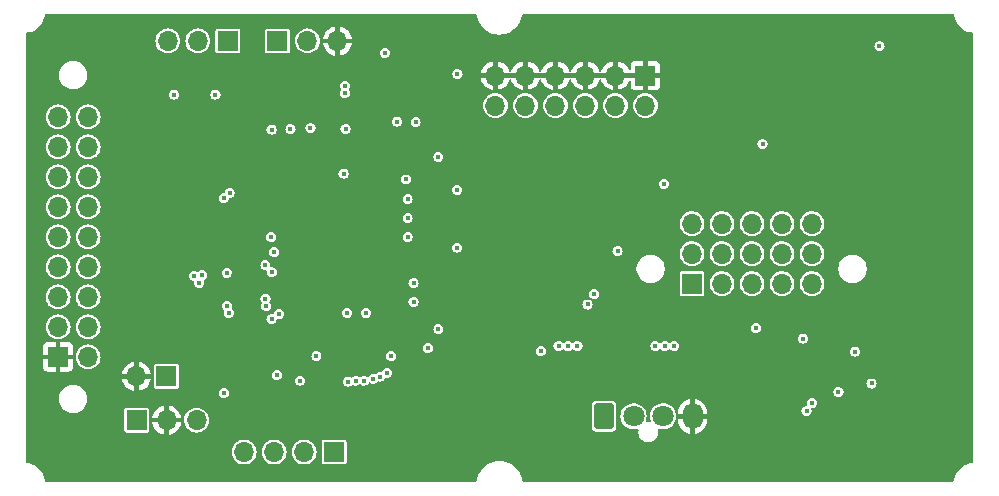
<source format=gbr>
%TF.GenerationSoftware,KiCad,Pcbnew,8.0.5*%
%TF.CreationDate,2025-01-05T11:13:20+01:00*%
%TF.ProjectId,BlockBoxController,426c6f63-6b42-46f7-9843-6f6e74726f6c,rev?*%
%TF.SameCoordinates,Original*%
%TF.FileFunction,Copper,L2,Inr*%
%TF.FilePolarity,Positive*%
%FSLAX46Y46*%
G04 Gerber Fmt 4.6, Leading zero omitted, Abs format (unit mm)*
G04 Created by KiCad (PCBNEW 8.0.5) date 2025-01-05 11:13:20*
%MOMM*%
%LPD*%
G01*
G04 APERTURE LIST*
G04 Aperture macros list*
%AMRoundRect*
0 Rectangle with rounded corners*
0 $1 Rounding radius*
0 $2 $3 $4 $5 $6 $7 $8 $9 X,Y pos of 4 corners*
0 Add a 4 corners polygon primitive as box body*
4,1,4,$2,$3,$4,$5,$6,$7,$8,$9,$2,$3,0*
0 Add four circle primitives for the rounded corners*
1,1,$1+$1,$2,$3*
1,1,$1+$1,$4,$5*
1,1,$1+$1,$6,$7*
1,1,$1+$1,$8,$9*
0 Add four rect primitives between the rounded corners*
20,1,$1+$1,$2,$3,$4,$5,0*
20,1,$1+$1,$4,$5,$6,$7,0*
20,1,$1+$1,$6,$7,$8,$9,0*
20,1,$1+$1,$8,$9,$2,$3,0*%
G04 Aperture macros list end*
%TA.AperFunction,ComponentPad*%
%ADD10R,1.700000X1.700000*%
%TD*%
%TA.AperFunction,ComponentPad*%
%ADD11O,1.700000X1.700000*%
%TD*%
%TA.AperFunction,ComponentPad*%
%ADD12RoundRect,0.250000X0.600000X-0.850000X0.600000X0.850000X-0.600000X0.850000X-0.600000X-0.850000X0*%
%TD*%
%TA.AperFunction,ComponentPad*%
%ADD13C,1.800000*%
%TD*%
%TA.AperFunction,ComponentPad*%
%ADD14O,1.700000X2.200000*%
%TD*%
%TA.AperFunction,ViaPad*%
%ADD15C,0.450000*%
%TD*%
G04 APERTURE END LIST*
D10*
%TO.N,/I2C5_SCL*%
%TO.C,J13*%
X166300000Y-103040000D03*
D11*
%TO.N,/I2C5_SDA*%
X166300000Y-100500000D03*
%TO.N,/I2C5_~{INT0}*%
X166300000Y-97960000D03*
%TO.N,/I2C5_SCL*%
X168840000Y-103040000D03*
%TO.N,/I2C5_SDA*%
X168840000Y-100500000D03*
%TO.N,/I2C5_~{INT1}*%
X168840000Y-97960000D03*
%TO.N,/I2C5_SCL*%
X171380000Y-103040000D03*
%TO.N,/I2C5_SDA*%
X171380000Y-100500000D03*
%TO.N,/I2C5_~{INT2}*%
X171380000Y-97960000D03*
%TO.N,/I2C5_SCL*%
X173920000Y-103040000D03*
%TO.N,/I2C5_SDA*%
X173920000Y-100500000D03*
%TO.N,/I2C5_~{INT3}*%
X173920000Y-97960000D03*
%TO.N,/I2C5_SCL*%
X176460000Y-103040000D03*
%TO.N,/I2C5_SDA*%
X176460000Y-100500000D03*
%TO.N,/I2C5_~{INT4}*%
X176460000Y-97960000D03*
%TD*%
%TO.N,Net-(Q3-D)*%
%TO.C,J3*%
X115165000Y-88930000D03*
%TO.N,Net-(JP1-C)*%
X112625000Y-88930000D03*
%TO.N,Net-(Q3-D)*%
X115165000Y-91470000D03*
%TO.N,Net-(JP1-C)*%
X112625000Y-91470000D03*
%TO.N,/LCD_GPIO3{slash}B1_D7*%
X115165000Y-94010000D03*
%TO.N,/LCD_GPIO2{slash}B1_D6*%
X112625000Y-94010000D03*
%TO.N,Net-(J3-GPIO1{slash}IO3)*%
X115165000Y-96550000D03*
%TO.N,Net-(J3-GPIO0{slash}IO2)*%
X112625000Y-96550000D03*
%TO.N,/LCD_B1_D3*%
X115165000Y-99090000D03*
%TO.N,/LCD_~{PD}{slash}B1_D2*%
X112625000Y-99090000D03*
%TO.N,/LCD_~{INT}{slash}B1_D1*%
X115165000Y-101630000D03*
%TO.N,Net-(J3-~{CS})*%
X112625000Y-101630000D03*
%TO.N,Net-(J3-MOSI{slash}IO0)*%
X115165000Y-104170000D03*
%TO.N,Net-(J3-MISO{slash}IO1)*%
X112625000Y-104170000D03*
%TO.N,Net-(J3-SCK)*%
X115165000Y-106710000D03*
%TO.N,Net-(J3-NC1)*%
X112625000Y-106710000D03*
%TO.N,+3.3V*%
X115165000Y-109250000D03*
D10*
%TO.N,GND*%
X112625000Y-109250000D03*
%TD*%
D12*
%TO.N,+12V*%
%TO.C,J15*%
X158850000Y-114270000D03*
D13*
%TO.N,+5V*%
X161350000Y-114270000D03*
%TO.N,+3.3V*%
X163850000Y-114270000D03*
D14*
%TO.N,GND*%
X166350000Y-114270000D03*
%TD*%
D10*
%TO.N,GND*%
%TO.C,J14*%
X162350000Y-85425000D03*
D11*
%TO.N,/B1_VOL_UP*%
X162350000Y-87965000D03*
%TO.N,GND*%
X159810000Y-85425000D03*
%TO.N,/B1_VOL_DOWN*%
X159810000Y-87965000D03*
%TO.N,GND*%
X157270000Y-85425000D03*
%TO.N,/B1_BACK*%
X157270000Y-87965000D03*
%TO.N,GND*%
X154730000Y-85425000D03*
%TO.N,/B1_PLAY*%
X154730000Y-87965000D03*
%TO.N,GND*%
X152190000Y-85425000D03*
%TO.N,/B1_MFB*%
X152190000Y-87965000D03*
%TO.N,GND*%
X149650000Y-85425000D03*
%TO.N,/B1_FWD*%
X149650000Y-87965000D03*
%TD*%
D10*
%TO.N,+3.3V*%
%TO.C,J12*%
X131200000Y-82500000D03*
D11*
%TO.N,/B1_LED_BRIGHTNESS*%
X133740000Y-82500000D03*
%TO.N,GND*%
X136280000Y-82500000D03*
%TD*%
D10*
%TO.N,/B1_LEDMODE_1*%
%TO.C,J9*%
X119275000Y-114600000D03*
D11*
%TO.N,GND*%
X121815000Y-114600000D03*
%TO.N,/B1_LEDMODE_2*%
X124355000Y-114600000D03*
%TD*%
D10*
%TO.N,+12V*%
%TO.C,J8*%
X136000000Y-117300000D03*
D11*
%TO.N,Net-(J8-Pin_2)*%
X133460000Y-117300000D03*
%TO.N,Net-(J8-Pin_3)*%
X130920000Y-117300000D03*
%TO.N,Net-(J8-Pin_4)*%
X128380000Y-117300000D03*
%TD*%
D10*
%TO.N,/B1_LCD_SWITCH*%
%TO.C,J7*%
X121800000Y-110900000D03*
D11*
%TO.N,GND*%
X119260000Y-110900000D03*
%TD*%
D10*
%TO.N,+5V*%
%TO.C,J1*%
X127000000Y-82500000D03*
D11*
%TO.N,Net-(J1-Pin_2)*%
X124460000Y-82500000D03*
%TO.N,Net-(J1-Pin_3)*%
X121920000Y-82500000D03*
%TD*%
D15*
%TO.N,GND*%
X157400000Y-100800000D03*
X156200000Y-101900000D03*
X187300000Y-83200000D03*
X173800000Y-109700000D03*
X162600000Y-119500000D03*
X143900000Y-112900000D03*
X136600000Y-108900000D03*
X123200000Y-81700000D03*
X116600000Y-84400000D03*
X110800000Y-100400000D03*
X110700000Y-91800000D03*
X139000000Y-119100000D03*
X152900000Y-116700000D03*
X157500000Y-96600000D03*
X122600000Y-95600000D03*
X120700000Y-99100000D03*
X161100000Y-89900000D03*
X148600000Y-88700000D03*
X153700000Y-94600000D03*
X151800000Y-93900000D03*
X181800000Y-108500000D03*
X181800000Y-97300000D03*
X174900000Y-93500000D03*
X165500000Y-93300000D03*
X156443365Y-95060908D03*
X182400000Y-95600000D03*
X175700000Y-90260000D03*
X165300000Y-89200000D03*
X162700000Y-95100000D03*
X164400000Y-101800000D03*
X162200000Y-98900000D03*
X152900000Y-99700000D03*
X154400000Y-102900000D03*
X133000000Y-97100000D03*
X137700000Y-98200000D03*
X138000000Y-100700000D03*
X131800000Y-110900000D03*
X119800000Y-97100000D03*
X123400000Y-104800000D03*
X119700000Y-105300000D03*
X117900000Y-100900000D03*
X125900000Y-89400000D03*
X128300000Y-92300000D03*
X180925000Y-82950000D03*
%TO.N,/I2C1_~{INT0}*%
X182175000Y-82950000D03*
X172270000Y-91200000D03*
%TO.N,GND*%
X117700000Y-91200000D03*
X120300000Y-91200000D03*
X132450000Y-93150000D03*
X137900000Y-93500000D03*
X136800000Y-95275000D03*
X145500000Y-93100000D03*
X169700000Y-84300000D03*
X168800000Y-83000000D03*
X180000000Y-83000000D03*
X185100000Y-99900000D03*
X183700000Y-100800000D03*
X182400000Y-99900000D03*
X185100000Y-112000000D03*
X183700000Y-112900000D03*
X182400000Y-112000000D03*
X174100000Y-116300000D03*
X173200000Y-115000000D03*
X150500000Y-109500000D03*
X152100000Y-108900000D03*
X147975000Y-100000000D03*
X149300000Y-92200000D03*
X147400000Y-93900000D03*
X126900000Y-94025000D03*
X126000000Y-107700000D03*
X134580000Y-111340000D03*
X114100000Y-117100000D03*
%TO.N,/CHG_IOUT*%
X171700000Y-106800000D03*
X146440000Y-85270000D03*
%TO.N,Net-(J2-Pin_5)*%
X140290000Y-83510000D03*
X136800000Y-93725000D03*
X153490000Y-108750000D03*
%TO.N,/CHG_ACOK*%
X175995000Y-113805000D03*
X137200000Y-111340000D03*
%TO.N,/CHG_SMB_SDA*%
X176470000Y-113130000D03*
X137850000Y-111260000D03*
X137100000Y-105525000D03*
%TO.N,/CHG_SMB_SCL*%
X138700000Y-105525000D03*
X178700000Y-112200000D03*
X138530000Y-111260000D03*
%TO.N,/LCD_ALT_MISO*%
X131350000Y-105600000D03*
%TO.N,/LCD_ALT_MOSI*%
X130700000Y-106060000D03*
%TO.N,/LCD_ALT_SCK*%
X130260000Y-104970000D03*
%TO.N,/LCD_~{CS}{slash}B1_D0*%
X130180000Y-101490000D03*
%TO.N,/LCD_ALT_~{CS}*%
X130190000Y-104310000D03*
%TO.N,/AMP_~{CLIP_OTW}*%
X181500000Y-111500000D03*
%TO.N,/AMP_~{FAULT}*%
X180100000Y-108800000D03*
%TO.N,/AMP_~{RESET}*%
X175700000Y-107700000D03*
%TO.N,/AMP_~{CLIP_OTW}*%
X139320000Y-111110000D03*
%TO.N,/AMP_~{FAULT}*%
X139910000Y-110920000D03*
%TO.N,/AMP_~{RESET}*%
X140450000Y-110600000D03*
%TO.N,+3.3V*%
X127150000Y-95360000D03*
X126670000Y-95780000D03*
X127080000Y-105520000D03*
X126950000Y-104930000D03*
%TO.N,/B1_SWLED_MAIN*%
X125950000Y-87037500D03*
%TO.N,/B1_SWLED_PWR*%
X122450000Y-87037500D03*
%TO.N,GND*%
X124050000Y-87037500D03*
X120550000Y-87037500D03*
X135700000Y-112700000D03*
X135700000Y-112000000D03*
X132100000Y-112700000D03*
X132100000Y-112000000D03*
X128600000Y-112700000D03*
X128600000Y-112000000D03*
%TO.N,/LED_B*%
X126650000Y-112325000D03*
%TO.N,/LED_G*%
X133120000Y-111260000D03*
%TO.N,/LED_R*%
X131140000Y-110800000D03*
%TO.N,GND*%
X141700000Y-115200000D03*
X139700000Y-115200000D03*
X140700000Y-115200000D03*
%TO.N,Net-(J6-Pin_3)*%
X163920000Y-94590000D03*
X157460000Y-104810000D03*
%TO.N,/I2C5_SDA*%
X160000000Y-100300000D03*
X158030000Y-103920000D03*
X142725000Y-104600000D03*
%TO.N,/I2C5_SCL*%
X142725000Y-103000000D03*
%TO.N,/I2C1_SCL{slash}USART1_TX*%
X142225000Y-99100000D03*
%TO.N,/I2C1_SDA{slash}USART1_RX*%
X142225000Y-97500000D03*
%TO.N,/I2C4_SCL{slash}UART4_RX*%
X142225000Y-95900000D03*
%TO.N,/I2C4_SDA{slash}UART4_TX*%
X142100000Y-94220000D03*
%TO.N,+5V*%
X155000000Y-108300000D03*
X156600000Y-108300000D03*
X155800000Y-108300000D03*
%TO.N,GND*%
X161000000Y-108300000D03*
X159400000Y-108300000D03*
X160200000Y-108300000D03*
%TO.N,+3.3V*%
X164800000Y-108300000D03*
X163200000Y-108300000D03*
X164000000Y-108300000D03*
%TO.N,GND*%
X169200000Y-108300000D03*
X167600000Y-108300000D03*
X168400000Y-108300000D03*
X138700000Y-85600000D03*
%TO.N,/LCD_B1_D3*%
X124160000Y-102390000D03*
%TO.N,/LCD_~{CS}{slash}B1_D0*%
X124570000Y-102970000D03*
%TO.N,/LCD_BL_DRV*%
X124830000Y-102330000D03*
%TO.N,/LCD_IO1{slash}MISO{slash}B1_RW*%
X130675000Y-99100000D03*
%TO.N,/LCD_IO0{slash}MOSI{slash}B1_~{E}*%
X130930000Y-100390000D03*
%TO.N,/LCD_SCK{slash}B1_RS*%
X130720000Y-102070000D03*
%TO.N,GND*%
X143180000Y-94600000D03*
X143180000Y-96610000D03*
X134200000Y-106070000D03*
X130240000Y-103100000D03*
X130230000Y-95100000D03*
X138700000Y-93070000D03*
X138750000Y-90710000D03*
X141700000Y-106150000D03*
X137700000Y-88325000D03*
X147975000Y-95100000D03*
X146375000Y-106900000D03*
X145475000Y-108500000D03*
X142375000Y-109200000D03*
%TO.N,+3.3V*%
X144825000Y-106900000D03*
X134500000Y-109200000D03*
%TO.N,GND*%
X127600000Y-106100000D03*
X126900000Y-103675000D03*
%TO.N,VCC*%
X136900000Y-86900000D03*
X136900000Y-86300000D03*
%TO.N,GND*%
X138600000Y-88325000D03*
X141300000Y-87825000D03*
X142900000Y-87825000D03*
%TO.N,+3.3V*%
X141300000Y-89325000D03*
X136964645Y-89935355D03*
%TO.N,Net-(U1-VREF+)*%
X132300000Y-89975000D03*
%TO.N,GND*%
X133700000Y-88600000D03*
X132300000Y-88425000D03*
X130700000Y-88450000D03*
%TO.N,+3.3V*%
X144825000Y-92300000D03*
X146425000Y-100000000D03*
X143925000Y-108500000D03*
X142900000Y-89375000D03*
X134000000Y-89875000D03*
%TO.N,VCC*%
X126900000Y-102125000D03*
X140825000Y-109200000D03*
X146425000Y-95100000D03*
%TO.N,+3.3V*%
X130700000Y-90000000D03*
%TD*%
%TA.AperFunction,Conductor*%
%TO.N,GND*%
G36*
X150917018Y-85225000D02*
G01*
X150919838Y-85225000D01*
X150919838Y-85226024D01*
X150920162Y-85226142D01*
X150920162Y-85225000D01*
X151728120Y-85225000D01*
X151724075Y-85232007D01*
X151690000Y-85359174D01*
X151690000Y-85490826D01*
X151724075Y-85617993D01*
X151728120Y-85625000D01*
X150923306Y-85625000D01*
X150923062Y-85625113D01*
X150922754Y-85625000D01*
X150920162Y-85625000D01*
X150920162Y-85624050D01*
X150919838Y-85623931D01*
X150919838Y-85625000D01*
X150111880Y-85625000D01*
X150115925Y-85617993D01*
X150150000Y-85490826D01*
X150150000Y-85359174D01*
X150115925Y-85232007D01*
X150111880Y-85225000D01*
X150916504Y-85225000D01*
X150916729Y-85224895D01*
X150917018Y-85225000D01*
G37*
%TD.AperFunction*%
%TA.AperFunction,Conductor*%
G36*
X153457018Y-85225000D02*
G01*
X153459838Y-85225000D01*
X153459838Y-85226024D01*
X153460162Y-85226142D01*
X153460162Y-85225000D01*
X154268120Y-85225000D01*
X154264075Y-85232007D01*
X154230000Y-85359174D01*
X154230000Y-85490826D01*
X154264075Y-85617993D01*
X154268120Y-85625000D01*
X153463306Y-85625000D01*
X153463062Y-85625113D01*
X153462754Y-85625000D01*
X153460162Y-85625000D01*
X153460162Y-85624050D01*
X153459838Y-85623931D01*
X153459838Y-85625000D01*
X152651880Y-85625000D01*
X152655925Y-85617993D01*
X152690000Y-85490826D01*
X152690000Y-85359174D01*
X152655925Y-85232007D01*
X152651880Y-85225000D01*
X153456504Y-85225000D01*
X153456729Y-85224895D01*
X153457018Y-85225000D01*
G37*
%TD.AperFunction*%
%TA.AperFunction,Conductor*%
G36*
X155997018Y-85225000D02*
G01*
X155999838Y-85225000D01*
X155999838Y-85226024D01*
X156000162Y-85226142D01*
X156000162Y-85225000D01*
X156808120Y-85225000D01*
X156804075Y-85232007D01*
X156770000Y-85359174D01*
X156770000Y-85490826D01*
X156804075Y-85617993D01*
X156808120Y-85625000D01*
X156003306Y-85625000D01*
X156003062Y-85625113D01*
X156002754Y-85625000D01*
X156000162Y-85625000D01*
X156000162Y-85624050D01*
X155999838Y-85623931D01*
X155999838Y-85625000D01*
X155191880Y-85625000D01*
X155195925Y-85617993D01*
X155230000Y-85490826D01*
X155230000Y-85359174D01*
X155195925Y-85232007D01*
X155191880Y-85225000D01*
X155996504Y-85225000D01*
X155996729Y-85224895D01*
X155997018Y-85225000D01*
G37*
%TD.AperFunction*%
%TA.AperFunction,Conductor*%
G36*
X158537018Y-85225000D02*
G01*
X158539838Y-85225000D01*
X158539838Y-85226024D01*
X158540162Y-85226142D01*
X158540162Y-85225000D01*
X159348120Y-85225000D01*
X159344075Y-85232007D01*
X159310000Y-85359174D01*
X159310000Y-85490826D01*
X159344075Y-85617993D01*
X159348120Y-85625000D01*
X158543306Y-85625000D01*
X158543062Y-85625113D01*
X158542754Y-85625000D01*
X158540162Y-85625000D01*
X158540162Y-85624050D01*
X158539838Y-85623931D01*
X158539838Y-85625000D01*
X157731880Y-85625000D01*
X157735925Y-85617993D01*
X157770000Y-85490826D01*
X157770000Y-85359174D01*
X157735925Y-85232007D01*
X157731880Y-85225000D01*
X158536504Y-85225000D01*
X158536729Y-85224895D01*
X158537018Y-85225000D01*
G37*
%TD.AperFunction*%
%TA.AperFunction,Conductor*%
G36*
X161884075Y-85232007D02*
G01*
X161850000Y-85359174D01*
X161850000Y-85490826D01*
X161884075Y-85617993D01*
X161888120Y-85625000D01*
X160271880Y-85625000D01*
X160275925Y-85617993D01*
X160310000Y-85490826D01*
X160310000Y-85359174D01*
X160275925Y-85232007D01*
X160271880Y-85225000D01*
X161888120Y-85225000D01*
X161884075Y-85232007D01*
G37*
%TD.AperFunction*%
%TA.AperFunction,Conductor*%
G36*
X148046521Y-80222174D02*
G01*
X148067506Y-80264424D01*
X148085833Y-80397766D01*
X148152404Y-80635360D01*
X148157825Y-80654709D01*
X148264133Y-80899454D01*
X148264136Y-80899459D01*
X148264137Y-80899461D01*
X148264139Y-80899465D01*
X148402770Y-81127434D01*
X148402772Y-81127437D01*
X148402776Y-81127443D01*
X148571173Y-81334431D01*
X148766186Y-81516561D01*
X148806712Y-81545167D01*
X148984179Y-81670437D01*
X148984183Y-81670439D01*
X149221103Y-81793201D01*
X149221106Y-81793202D01*
X149221108Y-81793203D01*
X149472522Y-81882556D01*
X149472529Y-81882557D01*
X149472532Y-81882559D01*
X149472535Y-81882559D01*
X149472540Y-81882561D01*
X149733774Y-81936846D01*
X149733781Y-81936847D01*
X149733786Y-81936848D01*
X149733789Y-81936848D01*
X149733795Y-81936849D01*
X149999993Y-81955058D01*
X150000000Y-81955058D01*
X150000007Y-81955058D01*
X150266204Y-81936849D01*
X150266208Y-81936848D01*
X150266214Y-81936848D01*
X150266220Y-81936846D01*
X150266225Y-81936846D01*
X150527459Y-81882561D01*
X150527460Y-81882560D01*
X150527468Y-81882559D01*
X150527474Y-81882556D01*
X150527477Y-81882556D01*
X150678325Y-81828944D01*
X150778897Y-81793201D01*
X151015817Y-81670439D01*
X151233814Y-81516561D01*
X151428827Y-81334431D01*
X151597224Y-81127443D01*
X151735867Y-80899454D01*
X151842175Y-80654709D01*
X151914166Y-80397768D01*
X151924862Y-80319944D01*
X151932494Y-80264424D01*
X151961092Y-80215536D01*
X152005805Y-80200500D01*
X188395463Y-80200500D01*
X188447789Y-80222174D01*
X188468830Y-80264841D01*
X188480305Y-80352006D01*
X188541393Y-80579991D01*
X188631714Y-80798045D01*
X188631715Y-80798048D01*
X188749724Y-81002446D01*
X188749728Y-81002452D01*
X188893408Y-81189699D01*
X189060300Y-81356591D01*
X189247547Y-81500271D01*
X189247553Y-81500275D01*
X189451951Y-81618284D01*
X189670007Y-81708606D01*
X189897986Y-81769693D01*
X189897992Y-81769693D01*
X189897993Y-81769694D01*
X189916134Y-81772082D01*
X189985158Y-81781169D01*
X190034208Y-81809487D01*
X190049500Y-81854536D01*
X190049500Y-118145462D01*
X190027826Y-118197788D01*
X189985160Y-118218829D01*
X189897992Y-118230306D01*
X189897990Y-118230306D01*
X189897986Y-118230307D01*
X189794580Y-118258014D01*
X189670008Y-118291393D01*
X189451954Y-118381714D01*
X189451951Y-118381715D01*
X189247553Y-118499724D01*
X189247547Y-118499728D01*
X189060300Y-118643408D01*
X188893408Y-118810300D01*
X188749728Y-118997547D01*
X188749724Y-118997553D01*
X188631715Y-119201951D01*
X188631714Y-119201954D01*
X188541393Y-119420008D01*
X188480305Y-119647993D01*
X188468830Y-119735159D01*
X188440511Y-119784208D01*
X188395463Y-119799500D01*
X152005805Y-119799500D01*
X151953479Y-119777826D01*
X151932494Y-119735576D01*
X151914166Y-119602233D01*
X151897648Y-119543277D01*
X151842175Y-119345291D01*
X151735867Y-119100546D01*
X151641929Y-118946072D01*
X151597229Y-118872565D01*
X151597228Y-118872564D01*
X151597224Y-118872557D01*
X151428827Y-118665569D01*
X151233814Y-118483439D01*
X151193288Y-118454833D01*
X151015820Y-118329562D01*
X150778891Y-118206796D01*
X150527477Y-118117443D01*
X150527459Y-118117438D01*
X150266225Y-118063153D01*
X150266204Y-118063150D01*
X150000007Y-118044942D01*
X149999993Y-118044942D01*
X149733795Y-118063150D01*
X149733774Y-118063153D01*
X149472540Y-118117438D01*
X149472522Y-118117443D01*
X149221108Y-118206796D01*
X148984179Y-118329562D01*
X148766188Y-118483437D01*
X148594902Y-118643408D01*
X148571173Y-118665569D01*
X148471119Y-118788552D01*
X148402776Y-118872557D01*
X148402770Y-118872565D01*
X148264139Y-119100534D01*
X148264137Y-119100538D01*
X148264134Y-119100542D01*
X148264133Y-119100546D01*
X148220085Y-119201954D01*
X148157824Y-119345292D01*
X148085833Y-119602233D01*
X148067506Y-119735576D01*
X148038908Y-119784464D01*
X147994195Y-119799500D01*
X111604537Y-119799500D01*
X111552211Y-119777826D01*
X111531170Y-119735159D01*
X111519694Y-119647993D01*
X111519693Y-119647992D01*
X111519693Y-119647986D01*
X111458606Y-119420007D01*
X111368284Y-119201951D01*
X111309731Y-119100534D01*
X111250275Y-118997553D01*
X111250271Y-118997547D01*
X111106591Y-118810300D01*
X110939699Y-118643408D01*
X110752452Y-118499728D01*
X110752446Y-118499724D01*
X110548048Y-118381715D01*
X110548045Y-118381714D01*
X110329991Y-118291393D01*
X110251015Y-118270232D01*
X110102014Y-118230307D01*
X110102007Y-118230306D01*
X110014840Y-118218829D01*
X109965791Y-118190510D01*
X109950500Y-118145462D01*
X109950500Y-117300000D01*
X127324417Y-117300000D01*
X127344700Y-117505934D01*
X127404768Y-117703954D01*
X127502315Y-117886450D01*
X127633590Y-118046410D01*
X127793550Y-118177685D01*
X127976046Y-118275232D01*
X128174066Y-118335300D01*
X128380000Y-118355583D01*
X128585934Y-118335300D01*
X128783954Y-118275232D01*
X128966450Y-118177685D01*
X129126410Y-118046410D01*
X129257685Y-117886450D01*
X129355232Y-117703954D01*
X129415300Y-117505934D01*
X129435583Y-117300000D01*
X129864417Y-117300000D01*
X129884700Y-117505934D01*
X129944768Y-117703954D01*
X130042315Y-117886450D01*
X130173590Y-118046410D01*
X130333550Y-118177685D01*
X130516046Y-118275232D01*
X130714066Y-118335300D01*
X130920000Y-118355583D01*
X131125934Y-118335300D01*
X131323954Y-118275232D01*
X131506450Y-118177685D01*
X131666410Y-118046410D01*
X131797685Y-117886450D01*
X131895232Y-117703954D01*
X131955300Y-117505934D01*
X131975583Y-117300000D01*
X132404417Y-117300000D01*
X132424700Y-117505934D01*
X132484768Y-117703954D01*
X132582315Y-117886450D01*
X132713590Y-118046410D01*
X132873550Y-118177685D01*
X133056046Y-118275232D01*
X133254066Y-118335300D01*
X133460000Y-118355583D01*
X133665934Y-118335300D01*
X133863954Y-118275232D01*
X134046450Y-118177685D01*
X134206410Y-118046410D01*
X134337685Y-117886450D01*
X134435232Y-117703954D01*
X134495300Y-117505934D01*
X134515583Y-117300000D01*
X134495300Y-117094066D01*
X134435232Y-116896046D01*
X134337685Y-116713550D01*
X134206410Y-116553590D01*
X134056123Y-116430253D01*
X134949500Y-116430253D01*
X134949500Y-118169746D01*
X134961133Y-118228232D01*
X134962519Y-118230306D01*
X135005448Y-118294552D01*
X135049560Y-118324027D01*
X135071767Y-118338866D01*
X135071768Y-118338866D01*
X135071769Y-118338867D01*
X135130252Y-118350500D01*
X135130254Y-118350500D01*
X136869746Y-118350500D01*
X136869748Y-118350500D01*
X136928231Y-118338867D01*
X136994552Y-118294552D01*
X137038867Y-118228231D01*
X137050500Y-118169748D01*
X137050500Y-116430252D01*
X137038867Y-116371769D01*
X137033477Y-116363703D01*
X137007461Y-116324768D01*
X136994552Y-116305448D01*
X136972343Y-116290608D01*
X136928232Y-116261133D01*
X136928233Y-116261133D01*
X136898989Y-116255316D01*
X136869748Y-116249500D01*
X135130252Y-116249500D01*
X135101010Y-116255316D01*
X135071767Y-116261133D01*
X135005449Y-116305447D01*
X135005447Y-116305449D01*
X134961133Y-116371767D01*
X134961133Y-116371769D01*
X134949985Y-116427817D01*
X134949500Y-116430253D01*
X134056123Y-116430253D01*
X134046450Y-116422315D01*
X133863954Y-116324768D01*
X133752158Y-116290855D01*
X133665935Y-116264700D01*
X133460000Y-116244417D01*
X133254064Y-116264700D01*
X133056043Y-116324769D01*
X132873549Y-116422315D01*
X132713590Y-116553589D01*
X132713589Y-116553590D01*
X132582315Y-116713549D01*
X132484769Y-116896043D01*
X132424700Y-117094064D01*
X132424700Y-117094066D01*
X132404417Y-117300000D01*
X131975583Y-117300000D01*
X131955300Y-117094066D01*
X131895232Y-116896046D01*
X131797685Y-116713550D01*
X131666410Y-116553590D01*
X131506450Y-116422315D01*
X131323954Y-116324768D01*
X131212158Y-116290855D01*
X131125935Y-116264700D01*
X130920000Y-116244417D01*
X130714064Y-116264700D01*
X130516043Y-116324769D01*
X130333549Y-116422315D01*
X130173590Y-116553589D01*
X130173589Y-116553590D01*
X130042315Y-116713549D01*
X129944769Y-116896043D01*
X129884700Y-117094064D01*
X129884700Y-117094066D01*
X129864417Y-117300000D01*
X129435583Y-117300000D01*
X129415300Y-117094066D01*
X129355232Y-116896046D01*
X129257685Y-116713550D01*
X129126410Y-116553590D01*
X128966450Y-116422315D01*
X128783954Y-116324768D01*
X128672158Y-116290855D01*
X128585935Y-116264700D01*
X128380000Y-116244417D01*
X128174064Y-116264700D01*
X127976043Y-116324769D01*
X127793549Y-116422315D01*
X127633590Y-116553589D01*
X127633589Y-116553590D01*
X127502315Y-116713549D01*
X127404769Y-116896043D01*
X127344700Y-117094064D01*
X127344700Y-117094066D01*
X127324417Y-117300000D01*
X109950500Y-117300000D01*
X109950500Y-112705518D01*
X112699500Y-112705518D01*
X112699500Y-112894481D01*
X112729059Y-113081115D01*
X112729062Y-113081128D01*
X112787449Y-113260824D01*
X112873239Y-113429198D01*
X112971687Y-113564700D01*
X112984310Y-113582073D01*
X113117927Y-113715690D01*
X113270801Y-113826760D01*
X113439168Y-113912547D01*
X113439171Y-113912547D01*
X113439175Y-113912550D01*
X113618871Y-113970937D01*
X113618877Y-113970938D01*
X113618882Y-113970940D01*
X113743306Y-113990646D01*
X113805518Y-114000500D01*
X113805519Y-114000500D01*
X113994482Y-114000500D01*
X114041140Y-113993110D01*
X114181118Y-113970940D01*
X114181125Y-113970937D01*
X114181128Y-113970937D01*
X114360824Y-113912550D01*
X114360826Y-113912548D01*
X114360832Y-113912547D01*
X114529199Y-113826760D01*
X114662029Y-113730253D01*
X118224500Y-113730253D01*
X118224500Y-115469746D01*
X118236133Y-115528232D01*
X118258172Y-115561214D01*
X118280448Y-115594552D01*
X118324560Y-115624027D01*
X118346767Y-115638866D01*
X118346768Y-115638866D01*
X118346769Y-115638867D01*
X118405252Y-115650500D01*
X118405254Y-115650500D01*
X120144746Y-115650500D01*
X120144748Y-115650500D01*
X120203231Y-115638867D01*
X120269552Y-115594552D01*
X120313867Y-115528231D01*
X120325500Y-115469748D01*
X120325500Y-114400000D01*
X120577723Y-114400000D01*
X121353120Y-114400000D01*
X121349075Y-114407007D01*
X121315000Y-114534174D01*
X121315000Y-114665826D01*
X121349075Y-114792993D01*
X121353120Y-114800000D01*
X120577723Y-114800000D01*
X120579287Y-114817886D01*
X120579288Y-114817893D01*
X120635895Y-115029153D01*
X120728334Y-115227388D01*
X120853785Y-115406551D01*
X121008448Y-115561214D01*
X121187611Y-115686665D01*
X121385846Y-115779104D01*
X121597106Y-115835711D01*
X121597113Y-115835712D01*
X121615000Y-115837277D01*
X121615000Y-115061879D01*
X121622007Y-115065925D01*
X121749174Y-115100000D01*
X121880826Y-115100000D01*
X122007993Y-115065925D01*
X122015000Y-115061879D01*
X122015000Y-115837276D01*
X122032886Y-115835712D01*
X122032893Y-115835711D01*
X122244153Y-115779104D01*
X122442388Y-115686665D01*
X122621551Y-115561214D01*
X122776214Y-115406551D01*
X122901665Y-115227388D01*
X122994104Y-115029153D01*
X123050711Y-114817893D01*
X123050712Y-114817886D01*
X123052277Y-114800000D01*
X122276880Y-114800000D01*
X122280925Y-114792993D01*
X122315000Y-114665826D01*
X122315000Y-114600000D01*
X123299417Y-114600000D01*
X123319700Y-114805935D01*
X123333620Y-114851822D01*
X123378516Y-114999828D01*
X123379769Y-115003956D01*
X123477315Y-115186450D01*
X123598665Y-115334317D01*
X123608590Y-115346410D01*
X123768550Y-115477685D01*
X123951046Y-115575232D01*
X124149066Y-115635300D01*
X124355000Y-115655583D01*
X124560934Y-115635300D01*
X124758954Y-115575232D01*
X124941450Y-115477685D01*
X125101410Y-115346410D01*
X125232685Y-115186450D01*
X125330232Y-115003954D01*
X125390300Y-114805934D01*
X125410583Y-114600000D01*
X125390300Y-114394066D01*
X125330232Y-114196046D01*
X125232685Y-114013550D01*
X125101410Y-113853590D01*
X125068717Y-113826760D01*
X124941450Y-113722315D01*
X124758956Y-113624769D01*
X124758955Y-113624768D01*
X124758954Y-113624768D01*
X124647158Y-113590855D01*
X124560935Y-113564700D01*
X124355000Y-113544417D01*
X124149064Y-113564700D01*
X123951043Y-113624769D01*
X123768549Y-113722315D01*
X123608590Y-113853589D01*
X123608589Y-113853590D01*
X123477315Y-114013549D01*
X123379769Y-114196043D01*
X123319700Y-114394064D01*
X123299417Y-114600000D01*
X122315000Y-114600000D01*
X122315000Y-114534174D01*
X122280925Y-114407007D01*
X122276880Y-114400000D01*
X123052277Y-114400000D01*
X123050712Y-114382113D01*
X123050711Y-114382106D01*
X122994105Y-114170849D01*
X122994100Y-114170838D01*
X122901665Y-113972612D01*
X122776212Y-113793445D01*
X122621551Y-113638785D01*
X122621552Y-113638785D01*
X122442388Y-113513334D01*
X122244153Y-113420895D01*
X122038292Y-113365734D01*
X157799500Y-113365734D01*
X157799500Y-115174266D01*
X157802354Y-115204699D01*
X157802354Y-115204701D01*
X157802355Y-115204704D01*
X157847206Y-115332881D01*
X157847207Y-115332883D01*
X157927846Y-115442146D01*
X157927853Y-115442153D01*
X158037116Y-115522792D01*
X158037118Y-115522793D01*
X158165295Y-115567644D01*
X158165301Y-115567646D01*
X158195734Y-115570500D01*
X158195741Y-115570500D01*
X159504258Y-115570500D01*
X159504266Y-115570500D01*
X159534699Y-115567646D01*
X159662882Y-115522793D01*
X159772150Y-115442150D01*
X159852793Y-115332882D01*
X159897646Y-115204699D01*
X159900500Y-115174266D01*
X159900500Y-114269996D01*
X160244785Y-114269996D01*
X160244785Y-114270003D01*
X160263601Y-114473076D01*
X160263602Y-114473082D01*
X160319415Y-114669239D01*
X160319418Y-114669250D01*
X160410327Y-114851821D01*
X160410328Y-114851822D01*
X160410329Y-114851825D01*
X160533234Y-115014578D01*
X160533235Y-115014579D01*
X160626938Y-115100000D01*
X160683959Y-115151981D01*
X160857363Y-115259348D01*
X161047544Y-115333024D01*
X161248024Y-115370500D01*
X161248026Y-115370500D01*
X161451974Y-115370500D01*
X161451976Y-115370500D01*
X161652456Y-115333024D01*
X161673656Y-115324811D01*
X161730277Y-115326117D01*
X161769391Y-115367079D01*
X161772967Y-115408249D01*
X161749500Y-115526233D01*
X161749500Y-115693766D01*
X161782182Y-115858075D01*
X161782184Y-115858082D01*
X161846296Y-116012862D01*
X161846297Y-116012863D01*
X161939374Y-116152162D01*
X162057838Y-116270626D01*
X162197137Y-116363703D01*
X162351918Y-116427816D01*
X162516233Y-116460500D01*
X162516234Y-116460500D01*
X162683766Y-116460500D01*
X162683767Y-116460500D01*
X162848082Y-116427816D01*
X163002863Y-116363703D01*
X163142162Y-116270626D01*
X163260626Y-116152162D01*
X163353703Y-116012863D01*
X163417816Y-115858082D01*
X163450500Y-115693767D01*
X163450500Y-115526233D01*
X163427032Y-115408249D01*
X163438081Y-115352701D01*
X163485174Y-115321235D01*
X163526343Y-115324811D01*
X163547536Y-115333021D01*
X163547538Y-115333022D01*
X163547539Y-115333022D01*
X163547544Y-115333024D01*
X163748024Y-115370500D01*
X163748026Y-115370500D01*
X163951974Y-115370500D01*
X163951976Y-115370500D01*
X164152456Y-115333024D01*
X164342637Y-115259348D01*
X164516041Y-115151981D01*
X164666764Y-115014579D01*
X164677904Y-114999828D01*
X164789670Y-114851825D01*
X164789670Y-114851824D01*
X164789673Y-114851821D01*
X164880582Y-114669250D01*
X164936397Y-114473083D01*
X164944827Y-114382113D01*
X164955215Y-114270003D01*
X164955215Y-114269996D01*
X164936398Y-114066923D01*
X164936397Y-114066917D01*
X164928286Y-114038409D01*
X164895057Y-113921622D01*
X165100000Y-113921622D01*
X165100000Y-114070000D01*
X165782424Y-114070000D01*
X165750000Y-114191009D01*
X165750000Y-114348991D01*
X165782424Y-114470000D01*
X165100000Y-114470000D01*
X165100000Y-114618377D01*
X165130778Y-114812706D01*
X165130781Y-114812719D01*
X165191577Y-114999828D01*
X165191579Y-114999833D01*
X165280903Y-115175142D01*
X165396551Y-115334317D01*
X165535682Y-115473448D01*
X165694857Y-115589096D01*
X165870166Y-115678420D01*
X165870171Y-115678422D01*
X166057280Y-115739218D01*
X166057294Y-115739221D01*
X166150000Y-115753903D01*
X166150000Y-114837575D01*
X166271009Y-114870000D01*
X166428991Y-114870000D01*
X166550000Y-114837575D01*
X166550000Y-115753902D01*
X166642705Y-115739221D01*
X166642719Y-115739218D01*
X166829828Y-115678422D01*
X166829833Y-115678420D01*
X167005142Y-115589096D01*
X167164317Y-115473448D01*
X167303448Y-115334317D01*
X167419096Y-115175142D01*
X167508420Y-114999833D01*
X167508422Y-114999828D01*
X167569218Y-114812719D01*
X167569221Y-114812706D01*
X167600000Y-114618377D01*
X167600000Y-114470000D01*
X166917576Y-114470000D01*
X166950000Y-114348991D01*
X166950000Y-114191009D01*
X166917576Y-114070000D01*
X167600000Y-114070000D01*
X167600000Y-113921622D01*
X167581529Y-113805000D01*
X175564196Y-113805000D01*
X175585280Y-113938126D01*
X175646471Y-114058219D01*
X175646472Y-114058220D01*
X175741780Y-114153528D01*
X175861873Y-114214718D01*
X175861873Y-114214719D01*
X175880075Y-114217601D01*
X175995000Y-114235804D01*
X176128126Y-114214719D01*
X176248220Y-114153528D01*
X176343528Y-114058220D01*
X176404719Y-113938126D01*
X176425804Y-113805000D01*
X176404719Y-113671874D01*
X176402948Y-113668399D01*
X176398503Y-113611940D01*
X176435284Y-113568871D01*
X176464278Y-113561909D01*
X176464248Y-113561715D01*
X176466715Y-113561324D01*
X176468882Y-113560804D01*
X176470000Y-113560804D01*
X176603126Y-113539719D01*
X176723220Y-113478528D01*
X176818528Y-113383220D01*
X176879719Y-113263126D01*
X176900804Y-113130000D01*
X176879719Y-112996874D01*
X176879719Y-112996873D01*
X176818528Y-112876780D01*
X176723219Y-112781471D01*
X176603126Y-112720281D01*
X176603126Y-112720280D01*
X176470000Y-112699196D01*
X176336873Y-112720280D01*
X176336873Y-112720281D01*
X176216780Y-112781471D01*
X176121471Y-112876780D01*
X176060281Y-112996873D01*
X176060280Y-112996873D01*
X176039196Y-113130000D01*
X176060280Y-113263123D01*
X176060280Y-113263124D01*
X176060281Y-113263126D01*
X176062051Y-113266600D01*
X176066497Y-113323060D01*
X176029716Y-113366129D01*
X176000721Y-113373090D01*
X176000752Y-113373285D01*
X175998284Y-113373675D01*
X175996118Y-113374196D01*
X175995000Y-113374196D01*
X175861873Y-113395280D01*
X175861873Y-113395281D01*
X175741780Y-113456471D01*
X175646471Y-113551780D01*
X175585281Y-113671873D01*
X175585280Y-113671873D01*
X175564196Y-113805000D01*
X167581529Y-113805000D01*
X167569221Y-113727293D01*
X167569218Y-113727280D01*
X167508422Y-113540171D01*
X167508420Y-113540166D01*
X167419096Y-113364857D01*
X167303448Y-113205682D01*
X167164317Y-113066551D01*
X167005142Y-112950903D01*
X166829833Y-112861579D01*
X166829828Y-112861577D01*
X166642719Y-112800781D01*
X166642708Y-112800779D01*
X166550000Y-112786094D01*
X166550000Y-113702424D01*
X166428991Y-113670000D01*
X166271009Y-113670000D01*
X166150000Y-113702424D01*
X166150000Y-112786094D01*
X166057291Y-112800779D01*
X166057280Y-112800781D01*
X165870171Y-112861577D01*
X165870166Y-112861579D01*
X165694857Y-112950903D01*
X165535682Y-113066551D01*
X165396551Y-113205682D01*
X165280903Y-113364857D01*
X165191579Y-113540166D01*
X165191577Y-113540171D01*
X165130781Y-113727280D01*
X165130778Y-113727293D01*
X165100000Y-113921622D01*
X164895057Y-113921622D01*
X164880582Y-113870750D01*
X164789673Y-113688179D01*
X164789670Y-113688175D01*
X164789670Y-113688174D01*
X164666765Y-113525421D01*
X164666764Y-113525420D01*
X164516041Y-113388019D01*
X164493716Y-113374196D01*
X164342637Y-113280652D01*
X164152823Y-113207118D01*
X164152459Y-113206977D01*
X164152458Y-113206976D01*
X164152456Y-113206976D01*
X164064407Y-113190516D01*
X163951979Y-113169500D01*
X163951976Y-113169500D01*
X163748024Y-113169500D01*
X163748020Y-113169500D01*
X163598116Y-113197522D01*
X163547544Y-113206976D01*
X163547542Y-113206976D01*
X163547540Y-113206977D01*
X163357368Y-113280650D01*
X163357363Y-113280652D01*
X163357358Y-113280654D01*
X163357358Y-113280655D01*
X163183958Y-113388019D01*
X163183957Y-113388019D01*
X163033235Y-113525420D01*
X163033234Y-113525421D01*
X162910329Y-113688174D01*
X162910328Y-113688177D01*
X162819418Y-113870750D01*
X162819416Y-113870755D01*
X162763602Y-114066917D01*
X162763601Y-114066923D01*
X162744785Y-114269996D01*
X162744785Y-114270003D01*
X162763601Y-114473076D01*
X162763602Y-114473082D01*
X162819416Y-114669246D01*
X162819975Y-114670688D01*
X162819963Y-114671169D01*
X162820354Y-114672541D01*
X162819929Y-114672661D01*
X162818665Y-114727310D01*
X162777701Y-114766422D01*
X162736535Y-114769996D01*
X162717089Y-114766128D01*
X162683767Y-114759500D01*
X162516233Y-114759500D01*
X162463464Y-114769996D01*
X162407915Y-114758946D01*
X162376450Y-114711854D01*
X162379861Y-114672602D01*
X162379646Y-114672541D01*
X162379963Y-114671423D01*
X162380029Y-114670675D01*
X162380576Y-114669261D01*
X162380582Y-114669250D01*
X162436397Y-114473083D01*
X162444827Y-114382113D01*
X162455215Y-114270003D01*
X162455215Y-114269996D01*
X162436398Y-114066923D01*
X162436397Y-114066917D01*
X162428286Y-114038409D01*
X162380582Y-113870750D01*
X162289673Y-113688179D01*
X162289670Y-113688175D01*
X162289670Y-113688174D01*
X162166765Y-113525421D01*
X162166764Y-113525420D01*
X162016041Y-113388019D01*
X161993716Y-113374196D01*
X161842637Y-113280652D01*
X161652823Y-113207118D01*
X161652459Y-113206977D01*
X161652458Y-113206976D01*
X161652456Y-113206976D01*
X161564407Y-113190516D01*
X161451979Y-113169500D01*
X161451976Y-113169500D01*
X161248024Y-113169500D01*
X161248020Y-113169500D01*
X161098116Y-113197522D01*
X161047544Y-113206976D01*
X161047542Y-113206976D01*
X161047540Y-113206977D01*
X160857368Y-113280650D01*
X160857363Y-113280652D01*
X160857358Y-113280654D01*
X160857358Y-113280655D01*
X160683958Y-113388019D01*
X160683957Y-113388019D01*
X160533235Y-113525420D01*
X160533234Y-113525421D01*
X160410329Y-113688174D01*
X160410328Y-113688177D01*
X160319418Y-113870750D01*
X160319416Y-113870755D01*
X160263602Y-114066917D01*
X160263601Y-114066923D01*
X160244785Y-114269996D01*
X159900500Y-114269996D01*
X159900500Y-113365734D01*
X159897646Y-113335301D01*
X159871585Y-113260824D01*
X159852793Y-113207118D01*
X159852792Y-113207116D01*
X159772153Y-113097853D01*
X159772146Y-113097846D01*
X159662883Y-113017207D01*
X159662881Y-113017206D01*
X159534704Y-112972355D01*
X159534705Y-112972355D01*
X159534700Y-112972354D01*
X159534699Y-112972354D01*
X159504266Y-112969500D01*
X158195734Y-112969500D01*
X158165301Y-112972354D01*
X158165299Y-112972354D01*
X158165295Y-112972355D01*
X158037118Y-113017206D01*
X158037116Y-113017207D01*
X157927853Y-113097846D01*
X157927846Y-113097853D01*
X157847207Y-113207116D01*
X157847206Y-113207118D01*
X157802355Y-113335295D01*
X157802354Y-113335299D01*
X157802354Y-113335301D01*
X157799500Y-113365734D01*
X122038292Y-113365734D01*
X122032896Y-113364288D01*
X122015000Y-113362722D01*
X122015000Y-114138120D01*
X122007993Y-114134075D01*
X121880826Y-114100000D01*
X121749174Y-114100000D01*
X121622007Y-114134075D01*
X121615000Y-114138120D01*
X121615000Y-113362722D01*
X121597103Y-113364288D01*
X121385849Y-113420894D01*
X121385838Y-113420899D01*
X121187612Y-113513334D01*
X121008445Y-113638787D01*
X120853787Y-113793445D01*
X120728334Y-113972612D01*
X120635899Y-114170838D01*
X120635894Y-114170849D01*
X120579288Y-114382106D01*
X120579287Y-114382113D01*
X120577723Y-114400000D01*
X120325500Y-114400000D01*
X120325500Y-113730252D01*
X120313867Y-113671769D01*
X120269552Y-113605448D01*
X120234577Y-113582078D01*
X120203232Y-113561133D01*
X120203233Y-113561133D01*
X120173989Y-113555316D01*
X120144748Y-113549500D01*
X118405252Y-113549500D01*
X118376010Y-113555316D01*
X118346767Y-113561133D01*
X118280449Y-113605447D01*
X118280447Y-113605449D01*
X118236133Y-113671767D01*
X118224500Y-113730253D01*
X114662029Y-113730253D01*
X114682073Y-113715690D01*
X114815690Y-113582073D01*
X114926760Y-113429199D01*
X115012547Y-113260832D01*
X115030467Y-113205682D01*
X115070937Y-113081128D01*
X115070937Y-113081125D01*
X115070940Y-113081118D01*
X115100500Y-112894481D01*
X115100500Y-112705519D01*
X115070940Y-112518882D01*
X115070938Y-112518877D01*
X115070937Y-112518871D01*
X115012550Y-112339175D01*
X115012547Y-112339171D01*
X115012547Y-112339168D01*
X115005328Y-112325000D01*
X126219196Y-112325000D01*
X126240280Y-112458126D01*
X126286343Y-112548528D01*
X126301472Y-112578220D01*
X126396780Y-112673528D01*
X126516873Y-112734718D01*
X126516873Y-112734719D01*
X126535075Y-112737601D01*
X126650000Y-112755804D01*
X126783126Y-112734719D01*
X126903220Y-112673528D01*
X126998528Y-112578220D01*
X127059719Y-112458126D01*
X127080804Y-112325000D01*
X127061006Y-112200000D01*
X178269196Y-112200000D01*
X178290280Y-112333126D01*
X178351471Y-112453219D01*
X178351472Y-112453220D01*
X178446780Y-112548528D01*
X178566873Y-112609718D01*
X178566873Y-112609719D01*
X178585075Y-112612601D01*
X178700000Y-112630804D01*
X178833126Y-112609719D01*
X178953220Y-112548528D01*
X179048528Y-112453220D01*
X179109719Y-112333126D01*
X179130804Y-112200000D01*
X179109719Y-112066874D01*
X179109719Y-112066873D01*
X179048528Y-111946780D01*
X178953219Y-111851471D01*
X178833126Y-111790281D01*
X178833126Y-111790280D01*
X178700000Y-111769196D01*
X178566873Y-111790280D01*
X178566873Y-111790281D01*
X178446780Y-111851471D01*
X178351471Y-111946780D01*
X178290281Y-112066873D01*
X178290280Y-112066873D01*
X178269196Y-112200000D01*
X127061006Y-112200000D01*
X127059719Y-112191874D01*
X127059719Y-112191873D01*
X126998528Y-112071780D01*
X126903219Y-111976471D01*
X126783126Y-111915281D01*
X126783126Y-111915280D01*
X126650000Y-111894196D01*
X126516873Y-111915280D01*
X126516873Y-111915281D01*
X126396780Y-111976471D01*
X126301471Y-112071780D01*
X126240281Y-112191873D01*
X126240280Y-112191873D01*
X126219196Y-112325000D01*
X115005328Y-112325000D01*
X114926760Y-112170801D01*
X114901266Y-112135712D01*
X114815693Y-112017931D01*
X114815692Y-112017930D01*
X114815690Y-112017927D01*
X114682073Y-111884310D01*
X114682070Y-111884307D01*
X114682068Y-111884306D01*
X114529198Y-111773239D01*
X114360824Y-111687449D01*
X114181128Y-111629062D01*
X114181115Y-111629059D01*
X113994482Y-111599500D01*
X113994481Y-111599500D01*
X113805519Y-111599500D01*
X113805518Y-111599500D01*
X113618884Y-111629059D01*
X113618871Y-111629062D01*
X113439175Y-111687449D01*
X113270801Y-111773239D01*
X113117931Y-111884306D01*
X112984306Y-112017931D01*
X112873239Y-112170801D01*
X112787449Y-112339175D01*
X112729062Y-112518871D01*
X112729059Y-112518884D01*
X112699500Y-112705518D01*
X109950500Y-112705518D01*
X109950500Y-110700000D01*
X118022723Y-110700000D01*
X118798120Y-110700000D01*
X118794075Y-110707007D01*
X118760000Y-110834174D01*
X118760000Y-110965826D01*
X118794075Y-111092993D01*
X118798120Y-111100000D01*
X118022723Y-111100000D01*
X118024287Y-111117886D01*
X118024288Y-111117893D01*
X118080895Y-111329153D01*
X118173334Y-111527388D01*
X118298785Y-111706551D01*
X118453448Y-111861214D01*
X118632611Y-111986665D01*
X118830846Y-112079104D01*
X119042106Y-112135711D01*
X119042113Y-112135712D01*
X119060000Y-112137277D01*
X119060000Y-111361879D01*
X119067007Y-111365925D01*
X119194174Y-111400000D01*
X119325826Y-111400000D01*
X119452993Y-111365925D01*
X119460000Y-111361879D01*
X119460000Y-112137276D01*
X119477886Y-112135712D01*
X119477893Y-112135711D01*
X119689153Y-112079104D01*
X119887388Y-111986665D01*
X120066551Y-111861214D01*
X120221214Y-111706551D01*
X120346665Y-111527388D01*
X120439104Y-111329153D01*
X120495711Y-111117893D01*
X120495712Y-111117886D01*
X120497277Y-111100000D01*
X119721880Y-111100000D01*
X119725925Y-111092993D01*
X119760000Y-110965826D01*
X119760000Y-110834174D01*
X119725925Y-110707007D01*
X119721880Y-110700000D01*
X120497277Y-110700000D01*
X120495712Y-110682113D01*
X120495711Y-110682106D01*
X120439105Y-110470849D01*
X120439100Y-110470838D01*
X120346665Y-110272612D01*
X120221212Y-110093445D01*
X120158019Y-110030252D01*
X120749500Y-110030252D01*
X120749500Y-111769748D01*
X120750195Y-111773240D01*
X120761133Y-111828232D01*
X120776662Y-111851472D01*
X120805448Y-111894552D01*
X120828147Y-111909719D01*
X120871767Y-111938866D01*
X120871768Y-111938866D01*
X120871769Y-111938867D01*
X120930252Y-111950500D01*
X120930254Y-111950500D01*
X122669746Y-111950500D01*
X122669748Y-111950500D01*
X122728231Y-111938867D01*
X122794552Y-111894552D01*
X122838867Y-111828231D01*
X122850500Y-111769748D01*
X122850500Y-111260000D01*
X132689196Y-111260000D01*
X132710280Y-111393126D01*
X132764736Y-111500000D01*
X132771472Y-111513220D01*
X132866780Y-111608528D01*
X132986873Y-111669718D01*
X132986873Y-111669719D01*
X133005075Y-111672601D01*
X133120000Y-111690804D01*
X133253126Y-111669719D01*
X133373220Y-111608528D01*
X133468528Y-111513220D01*
X133529719Y-111393126D01*
X133538133Y-111340000D01*
X136769196Y-111340000D01*
X136790280Y-111473126D01*
X136851471Y-111593219D01*
X136851472Y-111593220D01*
X136946780Y-111688528D01*
X137066873Y-111749718D01*
X137066873Y-111749719D01*
X137085075Y-111752601D01*
X137200000Y-111770804D01*
X137333126Y-111749719D01*
X137453220Y-111688528D01*
X137516658Y-111625089D01*
X137568982Y-111603416D01*
X137602577Y-111611481D01*
X137716873Y-111669718D01*
X137716873Y-111669719D01*
X137735075Y-111672601D01*
X137850000Y-111690804D01*
X137983126Y-111669719D01*
X138103220Y-111608528D01*
X138137674Y-111574074D01*
X138190000Y-111552400D01*
X138242326Y-111574074D01*
X138276780Y-111608528D01*
X138396873Y-111669718D01*
X138396873Y-111669719D01*
X138415075Y-111672601D01*
X138530000Y-111690804D01*
X138663126Y-111669719D01*
X138783220Y-111608528D01*
X138878528Y-111513220D01*
X138914292Y-111443027D01*
X138957357Y-111406247D01*
X139013820Y-111410690D01*
X139032551Y-111424299D01*
X139066780Y-111458528D01*
X139186873Y-111519718D01*
X139186873Y-111519719D01*
X139205075Y-111522601D01*
X139320000Y-111540804D01*
X139453126Y-111519719D01*
X139491827Y-111500000D01*
X181069196Y-111500000D01*
X181090280Y-111633126D01*
X181149688Y-111749719D01*
X181151472Y-111753220D01*
X181246780Y-111848528D01*
X181366873Y-111909718D01*
X181366873Y-111909719D01*
X181385075Y-111912601D01*
X181500000Y-111930804D01*
X181633126Y-111909719D01*
X181753220Y-111848528D01*
X181848528Y-111753220D01*
X181909719Y-111633126D01*
X181930804Y-111500000D01*
X181909719Y-111366874D01*
X181909719Y-111366873D01*
X181848528Y-111246780D01*
X181753219Y-111151471D01*
X181633126Y-111090281D01*
X181633126Y-111090280D01*
X181500000Y-111069196D01*
X181366873Y-111090280D01*
X181366873Y-111090281D01*
X181246780Y-111151471D01*
X181151471Y-111246780D01*
X181090281Y-111366873D01*
X181090280Y-111366873D01*
X181069196Y-111500000D01*
X139491827Y-111500000D01*
X139573220Y-111458528D01*
X139668528Y-111363220D01*
X139670813Y-111358735D01*
X139713875Y-111321950D01*
X139770336Y-111326387D01*
X139776874Y-111329719D01*
X139910000Y-111350804D01*
X140043126Y-111329719D01*
X140163220Y-111268528D01*
X140258528Y-111173220D01*
X140315564Y-111061281D01*
X140358631Y-111024498D01*
X140393072Y-111021787D01*
X140450000Y-111030804D01*
X140583126Y-111009719D01*
X140703220Y-110948528D01*
X140798528Y-110853220D01*
X140859719Y-110733126D01*
X140880804Y-110600000D01*
X140859719Y-110466874D01*
X140859719Y-110466873D01*
X140798528Y-110346780D01*
X140703219Y-110251471D01*
X140583126Y-110190281D01*
X140583126Y-110190280D01*
X140450000Y-110169196D01*
X140316873Y-110190280D01*
X140316873Y-110190281D01*
X140196780Y-110251471D01*
X140101473Y-110346778D01*
X140044436Y-110458719D01*
X140001369Y-110495501D01*
X139966926Y-110498212D01*
X139910000Y-110489196D01*
X139776873Y-110510280D01*
X139776873Y-110510281D01*
X139656780Y-110571471D01*
X139561471Y-110666780D01*
X139561471Y-110666781D01*
X139559182Y-110671273D01*
X139516113Y-110708053D01*
X139459657Y-110703609D01*
X139453126Y-110700281D01*
X139453125Y-110700280D01*
X139453124Y-110700280D01*
X139320000Y-110679196D01*
X139186873Y-110700280D01*
X139186873Y-110700281D01*
X139066780Y-110761471D01*
X138971473Y-110856778D01*
X138935708Y-110926970D01*
X138892641Y-110963752D01*
X138836178Y-110959308D01*
X138817448Y-110945700D01*
X138783219Y-110911471D01*
X138663126Y-110850281D01*
X138663126Y-110850280D01*
X138530000Y-110829196D01*
X138396873Y-110850280D01*
X138396873Y-110850281D01*
X138276780Y-110911471D01*
X138276779Y-110911472D01*
X138242326Y-110945926D01*
X138190000Y-110967600D01*
X138137674Y-110945926D01*
X138103219Y-110911471D01*
X137983126Y-110850281D01*
X137983126Y-110850280D01*
X137850000Y-110829196D01*
X137716873Y-110850280D01*
X137716873Y-110850281D01*
X137596780Y-110911471D01*
X137533342Y-110974909D01*
X137481015Y-110996583D01*
X137447423Y-110988518D01*
X137333126Y-110930281D01*
X137333124Y-110930280D01*
X137333123Y-110930280D01*
X137200000Y-110909196D01*
X137066873Y-110930280D01*
X137066873Y-110930281D01*
X136946780Y-110991471D01*
X136851471Y-111086780D01*
X136790281Y-111206873D01*
X136790280Y-111206873D01*
X136769196Y-111340000D01*
X133538133Y-111340000D01*
X133550804Y-111260000D01*
X133529719Y-111126874D01*
X133529719Y-111126873D01*
X133468528Y-111006780D01*
X133373219Y-110911471D01*
X133253126Y-110850281D01*
X133253126Y-110850280D01*
X133120000Y-110829196D01*
X132986873Y-110850280D01*
X132986873Y-110850281D01*
X132866780Y-110911471D01*
X132771471Y-111006780D01*
X132710281Y-111126873D01*
X132710280Y-111126873D01*
X132689196Y-111260000D01*
X122850500Y-111260000D01*
X122850500Y-110800000D01*
X130709196Y-110800000D01*
X130730280Y-110933126D01*
X130780050Y-111030804D01*
X130791472Y-111053220D01*
X130886780Y-111148528D01*
X131006873Y-111209718D01*
X131006873Y-111209719D01*
X131025075Y-111212601D01*
X131140000Y-111230804D01*
X131273126Y-111209719D01*
X131393220Y-111148528D01*
X131488528Y-111053220D01*
X131549719Y-110933126D01*
X131570804Y-110800000D01*
X131549719Y-110666874D01*
X131549719Y-110666873D01*
X131488528Y-110546780D01*
X131393219Y-110451471D01*
X131273126Y-110390281D01*
X131273126Y-110390280D01*
X131140000Y-110369196D01*
X131006873Y-110390280D01*
X131006873Y-110390281D01*
X130886780Y-110451471D01*
X130791471Y-110546780D01*
X130730281Y-110666873D01*
X130730280Y-110666873D01*
X130709196Y-110800000D01*
X122850500Y-110800000D01*
X122850500Y-110030252D01*
X122838867Y-109971769D01*
X122794552Y-109905448D01*
X122772343Y-109890608D01*
X122728232Y-109861133D01*
X122728233Y-109861133D01*
X122698989Y-109855316D01*
X122669748Y-109849500D01*
X120930252Y-109849500D01*
X120901010Y-109855316D01*
X120871767Y-109861133D01*
X120805449Y-109905447D01*
X120805447Y-109905449D01*
X120761133Y-109971767D01*
X120753377Y-110010757D01*
X120749500Y-110030252D01*
X120158019Y-110030252D01*
X120066551Y-109938785D01*
X120066552Y-109938785D01*
X119887388Y-109813334D01*
X119689153Y-109720895D01*
X119477896Y-109664288D01*
X119460000Y-109662722D01*
X119460000Y-110438120D01*
X119452993Y-110434075D01*
X119325826Y-110400000D01*
X119194174Y-110400000D01*
X119067007Y-110434075D01*
X119060000Y-110438120D01*
X119060000Y-109662722D01*
X119042103Y-109664288D01*
X118830849Y-109720894D01*
X118830838Y-109720899D01*
X118632612Y-109813334D01*
X118453445Y-109938787D01*
X118298787Y-110093445D01*
X118173334Y-110272612D01*
X118080899Y-110470838D01*
X118080894Y-110470849D01*
X118024288Y-110682106D01*
X118024287Y-110682113D01*
X118022723Y-110700000D01*
X109950500Y-110700000D01*
X109950500Y-108368518D01*
X111375000Y-108368518D01*
X111375000Y-109050000D01*
X112163120Y-109050000D01*
X112159075Y-109057007D01*
X112125000Y-109184174D01*
X112125000Y-109315826D01*
X112159075Y-109442993D01*
X112163120Y-109450000D01*
X111375001Y-109450000D01*
X111375001Y-110131482D01*
X111389834Y-110225148D01*
X111389835Y-110225149D01*
X111447360Y-110338046D01*
X111536953Y-110427639D01*
X111649850Y-110485164D01*
X111743518Y-110499999D01*
X112425000Y-110499999D01*
X112425000Y-109711879D01*
X112432007Y-109715925D01*
X112559174Y-109750000D01*
X112690826Y-109750000D01*
X112817993Y-109715925D01*
X112825000Y-109711879D01*
X112825000Y-110499999D01*
X113506481Y-110499999D01*
X113600148Y-110485165D01*
X113600149Y-110485164D01*
X113713046Y-110427639D01*
X113802639Y-110338046D01*
X113860164Y-110225149D01*
X113860164Y-110225148D01*
X113875000Y-110131481D01*
X113875000Y-109450000D01*
X113086880Y-109450000D01*
X113090925Y-109442993D01*
X113125000Y-109315826D01*
X113125000Y-109250000D01*
X114109417Y-109250000D01*
X114129432Y-109453219D01*
X114129700Y-109455934D01*
X114189768Y-109653954D01*
X114287315Y-109836450D01*
X114418590Y-109996410D01*
X114578550Y-110127685D01*
X114761046Y-110225232D01*
X114959066Y-110285300D01*
X115165000Y-110305583D01*
X115370934Y-110285300D01*
X115568954Y-110225232D01*
X115751450Y-110127685D01*
X115911410Y-109996410D01*
X116042685Y-109836450D01*
X116140232Y-109653954D01*
X116200300Y-109455934D01*
X116220583Y-109250000D01*
X116215658Y-109200000D01*
X134069196Y-109200000D01*
X134090280Y-109333126D01*
X134146261Y-109442993D01*
X134151472Y-109453220D01*
X134246780Y-109548528D01*
X134366873Y-109609718D01*
X134366873Y-109609719D01*
X134385075Y-109612601D01*
X134500000Y-109630804D01*
X134633126Y-109609719D01*
X134753220Y-109548528D01*
X134848528Y-109453220D01*
X134909719Y-109333126D01*
X134930804Y-109200000D01*
X140394196Y-109200000D01*
X140415280Y-109333126D01*
X140471261Y-109442993D01*
X140476472Y-109453220D01*
X140571780Y-109548528D01*
X140691873Y-109609718D01*
X140691873Y-109609719D01*
X140710075Y-109612601D01*
X140825000Y-109630804D01*
X140958126Y-109609719D01*
X141078220Y-109548528D01*
X141173528Y-109453220D01*
X141234719Y-109333126D01*
X141255804Y-109200000D01*
X141234719Y-109066874D01*
X141234719Y-109066873D01*
X141173528Y-108946780D01*
X141078219Y-108851471D01*
X140958126Y-108790281D01*
X140958126Y-108790280D01*
X140825000Y-108769196D01*
X140691873Y-108790280D01*
X140691873Y-108790281D01*
X140571780Y-108851471D01*
X140476471Y-108946780D01*
X140415281Y-109066873D01*
X140415280Y-109066873D01*
X140394196Y-109200000D01*
X134930804Y-109200000D01*
X134909719Y-109066874D01*
X134909719Y-109066873D01*
X134848528Y-108946780D01*
X134753219Y-108851471D01*
X134633126Y-108790281D01*
X134633126Y-108790280D01*
X134500000Y-108769196D01*
X134366873Y-108790280D01*
X134366873Y-108790281D01*
X134246780Y-108851471D01*
X134151471Y-108946780D01*
X134090281Y-109066873D01*
X134090280Y-109066873D01*
X134069196Y-109200000D01*
X116215658Y-109200000D01*
X116200300Y-109044066D01*
X116140232Y-108846046D01*
X116042685Y-108663550D01*
X115911410Y-108503590D01*
X115907036Y-108500000D01*
X143494196Y-108500000D01*
X143515280Y-108633126D01*
X143565050Y-108730804D01*
X143576472Y-108753220D01*
X143671780Y-108848528D01*
X143791873Y-108909718D01*
X143791873Y-108909719D01*
X143810075Y-108912601D01*
X143925000Y-108930804D01*
X144058126Y-108909719D01*
X144178220Y-108848528D01*
X144273528Y-108753220D01*
X144275169Y-108750000D01*
X153059196Y-108750000D01*
X153080280Y-108883126D01*
X153112714Y-108946780D01*
X153141472Y-109003220D01*
X153236780Y-109098528D01*
X153356873Y-109159718D01*
X153356873Y-109159719D01*
X153375075Y-109162601D01*
X153490000Y-109180804D01*
X153623126Y-109159719D01*
X153743220Y-109098528D01*
X153838528Y-109003220D01*
X153899719Y-108883126D01*
X153912885Y-108800000D01*
X179669196Y-108800000D01*
X179690280Y-108933126D01*
X179749831Y-109050000D01*
X179751472Y-109053220D01*
X179846780Y-109148528D01*
X179966873Y-109209718D01*
X179966873Y-109209719D01*
X179985075Y-109212601D01*
X180100000Y-109230804D01*
X180233126Y-109209719D01*
X180353220Y-109148528D01*
X180448528Y-109053220D01*
X180509719Y-108933126D01*
X180530804Y-108800000D01*
X180509719Y-108666874D01*
X180509719Y-108666873D01*
X180448528Y-108546780D01*
X180353219Y-108451471D01*
X180233126Y-108390281D01*
X180233126Y-108390280D01*
X180100000Y-108369196D01*
X179966873Y-108390280D01*
X179966873Y-108390281D01*
X179846780Y-108451471D01*
X179751471Y-108546780D01*
X179690281Y-108666873D01*
X179690280Y-108666873D01*
X179669196Y-108800000D01*
X153912885Y-108800000D01*
X153920804Y-108750000D01*
X153899719Y-108616874D01*
X153899719Y-108616873D01*
X153838528Y-108496780D01*
X153743219Y-108401471D01*
X153623126Y-108340281D01*
X153623126Y-108340280D01*
X153490000Y-108319196D01*
X153356873Y-108340280D01*
X153356873Y-108340281D01*
X153236780Y-108401471D01*
X153141471Y-108496780D01*
X153080281Y-108616873D01*
X153080280Y-108616873D01*
X153059196Y-108750000D01*
X144275169Y-108750000D01*
X144334719Y-108633126D01*
X144355804Y-108500000D01*
X144335087Y-108369196D01*
X144334719Y-108366873D01*
X144300645Y-108300000D01*
X154569196Y-108300000D01*
X154590280Y-108433126D01*
X154651471Y-108553219D01*
X154651472Y-108553220D01*
X154746780Y-108648528D01*
X154866873Y-108709718D01*
X154866873Y-108709719D01*
X154885075Y-108712601D01*
X155000000Y-108730804D01*
X155133126Y-108709719D01*
X155253220Y-108648528D01*
X155347674Y-108554074D01*
X155400000Y-108532400D01*
X155452326Y-108554074D01*
X155546780Y-108648528D01*
X155666873Y-108709718D01*
X155666873Y-108709719D01*
X155685075Y-108712601D01*
X155800000Y-108730804D01*
X155933126Y-108709719D01*
X156053220Y-108648528D01*
X156147674Y-108554074D01*
X156200000Y-108532400D01*
X156252326Y-108554074D01*
X156346780Y-108648528D01*
X156466873Y-108709718D01*
X156466873Y-108709719D01*
X156485075Y-108712601D01*
X156600000Y-108730804D01*
X156733126Y-108709719D01*
X156853220Y-108648528D01*
X156948528Y-108553220D01*
X157009719Y-108433126D01*
X157030804Y-108300000D01*
X162769196Y-108300000D01*
X162790280Y-108433126D01*
X162851471Y-108553219D01*
X162851472Y-108553220D01*
X162946780Y-108648528D01*
X163066873Y-108709718D01*
X163066873Y-108709719D01*
X163085075Y-108712601D01*
X163200000Y-108730804D01*
X163333126Y-108709719D01*
X163453220Y-108648528D01*
X163547674Y-108554074D01*
X163600000Y-108532400D01*
X163652326Y-108554074D01*
X163746780Y-108648528D01*
X163866873Y-108709718D01*
X163866873Y-108709719D01*
X163885075Y-108712601D01*
X164000000Y-108730804D01*
X164133126Y-108709719D01*
X164253220Y-108648528D01*
X164347674Y-108554074D01*
X164400000Y-108532400D01*
X164452326Y-108554074D01*
X164546780Y-108648528D01*
X164666873Y-108709718D01*
X164666873Y-108709719D01*
X164685075Y-108712601D01*
X164800000Y-108730804D01*
X164933126Y-108709719D01*
X165053220Y-108648528D01*
X165148528Y-108553220D01*
X165209719Y-108433126D01*
X165230804Y-108300000D01*
X165209719Y-108166874D01*
X165209719Y-108166873D01*
X165148528Y-108046780D01*
X165053219Y-107951471D01*
X164933126Y-107890281D01*
X164933126Y-107890280D01*
X164800000Y-107869196D01*
X164666873Y-107890280D01*
X164666873Y-107890281D01*
X164546780Y-107951471D01*
X164546779Y-107951472D01*
X164452326Y-108045926D01*
X164400000Y-108067600D01*
X164347674Y-108045926D01*
X164253219Y-107951471D01*
X164133126Y-107890281D01*
X164133126Y-107890280D01*
X164000000Y-107869196D01*
X163866873Y-107890280D01*
X163866873Y-107890281D01*
X163746780Y-107951471D01*
X163746779Y-107951472D01*
X163652326Y-108045926D01*
X163600000Y-108067600D01*
X163547674Y-108045926D01*
X163453219Y-107951471D01*
X163333126Y-107890281D01*
X163333126Y-107890280D01*
X163200000Y-107869196D01*
X163066873Y-107890280D01*
X163066873Y-107890281D01*
X162946780Y-107951471D01*
X162851471Y-108046780D01*
X162790281Y-108166873D01*
X162790280Y-108166873D01*
X162769196Y-108300000D01*
X157030804Y-108300000D01*
X157009719Y-108166874D01*
X157009719Y-108166873D01*
X156948528Y-108046780D01*
X156853219Y-107951471D01*
X156733126Y-107890281D01*
X156733126Y-107890280D01*
X156600000Y-107869196D01*
X156466873Y-107890280D01*
X156466873Y-107890281D01*
X156346780Y-107951471D01*
X156346779Y-107951472D01*
X156252326Y-108045926D01*
X156200000Y-108067600D01*
X156147674Y-108045926D01*
X156053219Y-107951471D01*
X155933126Y-107890281D01*
X155933126Y-107890280D01*
X155800000Y-107869196D01*
X155666873Y-107890280D01*
X155666873Y-107890281D01*
X155546780Y-107951471D01*
X155546779Y-107951472D01*
X155452326Y-108045926D01*
X155400000Y-108067600D01*
X155347674Y-108045926D01*
X155253219Y-107951471D01*
X155133126Y-107890281D01*
X155133126Y-107890280D01*
X155000000Y-107869196D01*
X154866873Y-107890280D01*
X154866873Y-107890281D01*
X154746780Y-107951471D01*
X154651471Y-108046780D01*
X154590281Y-108166873D01*
X154590280Y-108166873D01*
X154569196Y-108300000D01*
X144300645Y-108300000D01*
X144273528Y-108246780D01*
X144178219Y-108151471D01*
X144058126Y-108090281D01*
X144058126Y-108090280D01*
X143925000Y-108069196D01*
X143791873Y-108090280D01*
X143791873Y-108090281D01*
X143671780Y-108151471D01*
X143576471Y-108246780D01*
X143515281Y-108366873D01*
X143515280Y-108366873D01*
X143494196Y-108500000D01*
X115907036Y-108500000D01*
X115847902Y-108451471D01*
X115751450Y-108372315D01*
X115568956Y-108274769D01*
X115568955Y-108274768D01*
X115568954Y-108274768D01*
X115457158Y-108240855D01*
X115370935Y-108214700D01*
X115165000Y-108194417D01*
X114959064Y-108214700D01*
X114761043Y-108274769D01*
X114578549Y-108372315D01*
X114418590Y-108503589D01*
X114418589Y-108503590D01*
X114287315Y-108663549D01*
X114189769Y-108846043D01*
X114129700Y-109044064D01*
X114109417Y-109250000D01*
X113125000Y-109250000D01*
X113125000Y-109184174D01*
X113090925Y-109057007D01*
X113086880Y-109050000D01*
X113874999Y-109050000D01*
X113874999Y-108368517D01*
X113860165Y-108274851D01*
X113860164Y-108274850D01*
X113802639Y-108161953D01*
X113713046Y-108072360D01*
X113600149Y-108014835D01*
X113506482Y-108000000D01*
X112825000Y-108000000D01*
X112825000Y-108788120D01*
X112817993Y-108784075D01*
X112690826Y-108750000D01*
X112559174Y-108750000D01*
X112432007Y-108784075D01*
X112425000Y-108788120D01*
X112425000Y-108000000D01*
X111743518Y-108000000D01*
X111649851Y-108014834D01*
X111649850Y-108014835D01*
X111536953Y-108072360D01*
X111447360Y-108161953D01*
X111389835Y-108274850D01*
X111389835Y-108274851D01*
X111375000Y-108368518D01*
X109950500Y-108368518D01*
X109950500Y-106710000D01*
X111569417Y-106710000D01*
X111589700Y-106915934D01*
X111649768Y-107113954D01*
X111747315Y-107296450D01*
X111878590Y-107456410D01*
X112038550Y-107587685D01*
X112221046Y-107685232D01*
X112419066Y-107745300D01*
X112625000Y-107765583D01*
X112830934Y-107745300D01*
X113028954Y-107685232D01*
X113211450Y-107587685D01*
X113371410Y-107456410D01*
X113502685Y-107296450D01*
X113600232Y-107113954D01*
X113660300Y-106915934D01*
X113680583Y-106710000D01*
X114109417Y-106710000D01*
X114129700Y-106915934D01*
X114189768Y-107113954D01*
X114287315Y-107296450D01*
X114418590Y-107456410D01*
X114578550Y-107587685D01*
X114761046Y-107685232D01*
X114959066Y-107745300D01*
X115165000Y-107765583D01*
X115370934Y-107745300D01*
X115520270Y-107700000D01*
X175269196Y-107700000D01*
X175290280Y-107833126D01*
X175350581Y-107951472D01*
X175351472Y-107953220D01*
X175446780Y-108048528D01*
X175566873Y-108109718D01*
X175566873Y-108109719D01*
X175585075Y-108112601D01*
X175700000Y-108130804D01*
X175833126Y-108109719D01*
X175953220Y-108048528D01*
X176048528Y-107953220D01*
X176109719Y-107833126D01*
X176130804Y-107700000D01*
X176109719Y-107566874D01*
X176109719Y-107566873D01*
X176048528Y-107446780D01*
X175953219Y-107351471D01*
X175833126Y-107290281D01*
X175833126Y-107290280D01*
X175700000Y-107269196D01*
X175566873Y-107290280D01*
X175566873Y-107290281D01*
X175446780Y-107351471D01*
X175351471Y-107446780D01*
X175290281Y-107566873D01*
X175290280Y-107566873D01*
X175269196Y-107700000D01*
X115520270Y-107700000D01*
X115568954Y-107685232D01*
X115751450Y-107587685D01*
X115911410Y-107456410D01*
X116042685Y-107296450D01*
X116140232Y-107113954D01*
X116200300Y-106915934D01*
X116201869Y-106900000D01*
X144394196Y-106900000D01*
X144415280Y-107033126D01*
X144474081Y-107148528D01*
X144476472Y-107153220D01*
X144571780Y-107248528D01*
X144691873Y-107309718D01*
X144691873Y-107309719D01*
X144710075Y-107312601D01*
X144825000Y-107330804D01*
X144958126Y-107309719D01*
X145078220Y-107248528D01*
X145173528Y-107153220D01*
X145234719Y-107033126D01*
X145255804Y-106900000D01*
X145239966Y-106800000D01*
X171269196Y-106800000D01*
X171290280Y-106933126D01*
X171351471Y-107053219D01*
X171351472Y-107053220D01*
X171446780Y-107148528D01*
X171566873Y-107209718D01*
X171566873Y-107209719D01*
X171585075Y-107212601D01*
X171700000Y-107230804D01*
X171833126Y-107209719D01*
X171953220Y-107148528D01*
X172048528Y-107053220D01*
X172109719Y-106933126D01*
X172130804Y-106800000D01*
X172109719Y-106666874D01*
X172109719Y-106666873D01*
X172048528Y-106546780D01*
X171953219Y-106451471D01*
X171833126Y-106390281D01*
X171833126Y-106390280D01*
X171700000Y-106369196D01*
X171566873Y-106390280D01*
X171566873Y-106390281D01*
X171446780Y-106451471D01*
X171351471Y-106546780D01*
X171290281Y-106666873D01*
X171290280Y-106666873D01*
X171269196Y-106800000D01*
X145239966Y-106800000D01*
X145234719Y-106766874D01*
X145234719Y-106766873D01*
X145173528Y-106646780D01*
X145078219Y-106551471D01*
X144958126Y-106490281D01*
X144958126Y-106490280D01*
X144825000Y-106469196D01*
X144691873Y-106490280D01*
X144691873Y-106490281D01*
X144571780Y-106551471D01*
X144476471Y-106646780D01*
X144415281Y-106766873D01*
X144415280Y-106766873D01*
X144394196Y-106900000D01*
X116201869Y-106900000D01*
X116220583Y-106710000D01*
X116200300Y-106504066D01*
X116140232Y-106306046D01*
X116042685Y-106123550D01*
X115990531Y-106060000D01*
X130269196Y-106060000D01*
X130290280Y-106193126D01*
X130351471Y-106313219D01*
X130351472Y-106313220D01*
X130446780Y-106408528D01*
X130566873Y-106469718D01*
X130566873Y-106469719D01*
X130585075Y-106472601D01*
X130700000Y-106490804D01*
X130833126Y-106469719D01*
X130953220Y-106408528D01*
X131048528Y-106313220D01*
X131109719Y-106193126D01*
X131129103Y-106070737D01*
X131158694Y-106022449D01*
X131213767Y-106009227D01*
X131216874Y-106009719D01*
X131350000Y-106030804D01*
X131483126Y-106009719D01*
X131603220Y-105948528D01*
X131698528Y-105853220D01*
X131759719Y-105733126D01*
X131780804Y-105600000D01*
X131768925Y-105525000D01*
X136669196Y-105525000D01*
X136690280Y-105658126D01*
X136748924Y-105773220D01*
X136751472Y-105778220D01*
X136846780Y-105873528D01*
X136966873Y-105934718D01*
X136966873Y-105934719D01*
X136985075Y-105937601D01*
X137100000Y-105955804D01*
X137233126Y-105934719D01*
X137353220Y-105873528D01*
X137448528Y-105778220D01*
X137509719Y-105658126D01*
X137530804Y-105525000D01*
X138269196Y-105525000D01*
X138290280Y-105658126D01*
X138348924Y-105773220D01*
X138351472Y-105778220D01*
X138446780Y-105873528D01*
X138566873Y-105934718D01*
X138566873Y-105934719D01*
X138585075Y-105937601D01*
X138700000Y-105955804D01*
X138833126Y-105934719D01*
X138953220Y-105873528D01*
X139048528Y-105778220D01*
X139109719Y-105658126D01*
X139130804Y-105525000D01*
X139109719Y-105391874D01*
X139109719Y-105391873D01*
X139048528Y-105271780D01*
X138953219Y-105176471D01*
X138833126Y-105115281D01*
X138833126Y-105115280D01*
X138700000Y-105094196D01*
X138566873Y-105115280D01*
X138566873Y-105115281D01*
X138446780Y-105176471D01*
X138351471Y-105271780D01*
X138290281Y-105391873D01*
X138290280Y-105391873D01*
X138269196Y-105525000D01*
X137530804Y-105525000D01*
X137509719Y-105391874D01*
X137509719Y-105391873D01*
X137448528Y-105271780D01*
X137353219Y-105176471D01*
X137233126Y-105115281D01*
X137233126Y-105115280D01*
X137100000Y-105094196D01*
X136966873Y-105115280D01*
X136966873Y-105115281D01*
X136846780Y-105176471D01*
X136751471Y-105271780D01*
X136690281Y-105391873D01*
X136690280Y-105391873D01*
X136669196Y-105525000D01*
X131768925Y-105525000D01*
X131759719Y-105466874D01*
X131759719Y-105466873D01*
X131698528Y-105346780D01*
X131603219Y-105251471D01*
X131483126Y-105190281D01*
X131483126Y-105190280D01*
X131350000Y-105169196D01*
X131216873Y-105190280D01*
X131216873Y-105190281D01*
X131096780Y-105251471D01*
X131001471Y-105346780D01*
X130940281Y-105466873D01*
X130940280Y-105466874D01*
X130920897Y-105589259D01*
X130891304Y-105637550D01*
X130836232Y-105650772D01*
X130700000Y-105629196D01*
X130566873Y-105650280D01*
X130566873Y-105650281D01*
X130446780Y-105711471D01*
X130351471Y-105806780D01*
X130290281Y-105926873D01*
X130290280Y-105926873D01*
X130269196Y-106060000D01*
X115990531Y-106060000D01*
X115911410Y-105963590D01*
X115901921Y-105955803D01*
X115751450Y-105832315D01*
X115568956Y-105734769D01*
X115568955Y-105734768D01*
X115568954Y-105734768D01*
X115457158Y-105700855D01*
X115370935Y-105674700D01*
X115165000Y-105654417D01*
X114959064Y-105674700D01*
X114761043Y-105734769D01*
X114578549Y-105832315D01*
X114418590Y-105963589D01*
X114418589Y-105963590D01*
X114287315Y-106123549D01*
X114189769Y-106306043D01*
X114129700Y-106504064D01*
X114129700Y-106504066D01*
X114109417Y-106710000D01*
X113680583Y-106710000D01*
X113660300Y-106504066D01*
X113600232Y-106306046D01*
X113502685Y-106123550D01*
X113371410Y-105963590D01*
X113361921Y-105955803D01*
X113211450Y-105832315D01*
X113028956Y-105734769D01*
X113028955Y-105734768D01*
X113028954Y-105734768D01*
X112917158Y-105700855D01*
X112830935Y-105674700D01*
X112625000Y-105654417D01*
X112419064Y-105674700D01*
X112221043Y-105734769D01*
X112038549Y-105832315D01*
X111878590Y-105963589D01*
X111878589Y-105963590D01*
X111747315Y-106123549D01*
X111649769Y-106306043D01*
X111589700Y-106504064D01*
X111589700Y-106504066D01*
X111569417Y-106710000D01*
X109950500Y-106710000D01*
X109950500Y-104170000D01*
X111569417Y-104170000D01*
X111589700Y-104375935D01*
X111597085Y-104400280D01*
X111648086Y-104568410D01*
X111649769Y-104573956D01*
X111747315Y-104756450D01*
X111813318Y-104836876D01*
X111878590Y-104916410D01*
X112038550Y-105047685D01*
X112221046Y-105145232D01*
X112419066Y-105205300D01*
X112625000Y-105225583D01*
X112830934Y-105205300D01*
X113028954Y-105145232D01*
X113211450Y-105047685D01*
X113371410Y-104916410D01*
X113502685Y-104756450D01*
X113600232Y-104573954D01*
X113660300Y-104375934D01*
X113680583Y-104170000D01*
X114109417Y-104170000D01*
X114129700Y-104375935D01*
X114137085Y-104400280D01*
X114188086Y-104568410D01*
X114189769Y-104573956D01*
X114287315Y-104756450D01*
X114353318Y-104836876D01*
X114418590Y-104916410D01*
X114578550Y-105047685D01*
X114761046Y-105145232D01*
X114959066Y-105205300D01*
X115165000Y-105225583D01*
X115370934Y-105205300D01*
X115568954Y-105145232D01*
X115751450Y-105047685D01*
X115894850Y-104930000D01*
X126519196Y-104930000D01*
X126540280Y-105063126D01*
X126601471Y-105183219D01*
X126677779Y-105259527D01*
X126699453Y-105311853D01*
X126691388Y-105345448D01*
X126670281Y-105386873D01*
X126649196Y-105520000D01*
X126670280Y-105653126D01*
X126711880Y-105734769D01*
X126731472Y-105773220D01*
X126826780Y-105868528D01*
X126946873Y-105929718D01*
X126946873Y-105929719D01*
X126965075Y-105932601D01*
X127080000Y-105950804D01*
X127213126Y-105929719D01*
X127333220Y-105868528D01*
X127428528Y-105773220D01*
X127489719Y-105653126D01*
X127510804Y-105520000D01*
X127489719Y-105386874D01*
X127489719Y-105386873D01*
X127428528Y-105266780D01*
X127352219Y-105190471D01*
X127330545Y-105138145D01*
X127338609Y-105104556D01*
X127359719Y-105063126D01*
X127380804Y-104930000D01*
X127359719Y-104796874D01*
X127359719Y-104796873D01*
X127298528Y-104676780D01*
X127203219Y-104581471D01*
X127083126Y-104520281D01*
X127083126Y-104520280D01*
X126950000Y-104499196D01*
X126816873Y-104520280D01*
X126816873Y-104520281D01*
X126696780Y-104581471D01*
X126601471Y-104676780D01*
X126540281Y-104796873D01*
X126540280Y-104796873D01*
X126519196Y-104930000D01*
X115894850Y-104930000D01*
X115911410Y-104916410D01*
X116042685Y-104756450D01*
X116140232Y-104573954D01*
X116200300Y-104375934D01*
X116206794Y-104310000D01*
X129759196Y-104310000D01*
X129780280Y-104443126D01*
X129841471Y-104563219D01*
X129841474Y-104563223D01*
X129901943Y-104623691D01*
X129923618Y-104676016D01*
X129912355Y-104710694D01*
X129914116Y-104711591D01*
X129850280Y-104836876D01*
X129829196Y-104970000D01*
X129850280Y-105103126D01*
X129909688Y-105219719D01*
X129911472Y-105223220D01*
X130006780Y-105318528D01*
X130126873Y-105379718D01*
X130126873Y-105379719D01*
X130145075Y-105382601D01*
X130260000Y-105400804D01*
X130393126Y-105379719D01*
X130513220Y-105318528D01*
X130608528Y-105223220D01*
X130669719Y-105103126D01*
X130690804Y-104970000D01*
X130669719Y-104836874D01*
X130669719Y-104836873D01*
X130608528Y-104716780D01*
X130548055Y-104656307D01*
X130526381Y-104603981D01*
X130527675Y-104600000D01*
X142294196Y-104600000D01*
X142315280Y-104733126D01*
X142368143Y-104836874D01*
X142376472Y-104853220D01*
X142471780Y-104948528D01*
X142591873Y-105009718D01*
X142591873Y-105009719D01*
X142610075Y-105012601D01*
X142725000Y-105030804D01*
X142858126Y-105009719D01*
X142978220Y-104948528D01*
X143073528Y-104853220D01*
X143095550Y-104810000D01*
X157029196Y-104810000D01*
X157050280Y-104943126D01*
X157111422Y-105063122D01*
X157111472Y-105063220D01*
X157206780Y-105158528D01*
X157326873Y-105219718D01*
X157326873Y-105219719D01*
X157345075Y-105222601D01*
X157460000Y-105240804D01*
X157593126Y-105219719D01*
X157713220Y-105158528D01*
X157808528Y-105063220D01*
X157869719Y-104943126D01*
X157890804Y-104810000D01*
X157869719Y-104676874D01*
X157869719Y-104676873D01*
X157808528Y-104556780D01*
X157713219Y-104461471D01*
X157593126Y-104400281D01*
X157593126Y-104400280D01*
X157460000Y-104379196D01*
X157326873Y-104400280D01*
X157326873Y-104400281D01*
X157206780Y-104461471D01*
X157111471Y-104556780D01*
X157050281Y-104676873D01*
X157050280Y-104676873D01*
X157029196Y-104810000D01*
X143095550Y-104810000D01*
X143134719Y-104733126D01*
X143155804Y-104600000D01*
X143134719Y-104466874D01*
X143134719Y-104466873D01*
X143073528Y-104346780D01*
X142978219Y-104251471D01*
X142858126Y-104190281D01*
X142858126Y-104190280D01*
X142725000Y-104169196D01*
X142591873Y-104190280D01*
X142591873Y-104190281D01*
X142471780Y-104251471D01*
X142376471Y-104346780D01*
X142315281Y-104466873D01*
X142315280Y-104466873D01*
X142294196Y-104600000D01*
X130527675Y-104600000D01*
X130537653Y-104569312D01*
X130535883Y-104568410D01*
X130538526Y-104563221D01*
X130538528Y-104563220D01*
X130599719Y-104443126D01*
X130620804Y-104310000D01*
X130599719Y-104176874D01*
X130599719Y-104176873D01*
X130538528Y-104056780D01*
X130443219Y-103961471D01*
X130361827Y-103920000D01*
X157599196Y-103920000D01*
X157620280Y-104053126D01*
X157679831Y-104170000D01*
X157681472Y-104173220D01*
X157776780Y-104268528D01*
X157896873Y-104329718D01*
X157896873Y-104329719D01*
X157915075Y-104332601D01*
X158030000Y-104350804D01*
X158163126Y-104329719D01*
X158283220Y-104268528D01*
X158378528Y-104173220D01*
X158439719Y-104053126D01*
X158460804Y-103920000D01*
X158439719Y-103786874D01*
X158439719Y-103786873D01*
X158378528Y-103666780D01*
X158283219Y-103571471D01*
X158163126Y-103510281D01*
X158163126Y-103510280D01*
X158030000Y-103489196D01*
X157896873Y-103510280D01*
X157896873Y-103510281D01*
X157776780Y-103571471D01*
X157681471Y-103666780D01*
X157620281Y-103786873D01*
X157620280Y-103786873D01*
X157599196Y-103920000D01*
X130361827Y-103920000D01*
X130323126Y-103900281D01*
X130323126Y-103900280D01*
X130190000Y-103879196D01*
X130056873Y-103900280D01*
X130056873Y-103900281D01*
X129936780Y-103961471D01*
X129841471Y-104056780D01*
X129780281Y-104176873D01*
X129780280Y-104176873D01*
X129759196Y-104310000D01*
X116206794Y-104310000D01*
X116220583Y-104170000D01*
X116200300Y-103964066D01*
X116140232Y-103766046D01*
X116042685Y-103583550D01*
X115911410Y-103423590D01*
X115857951Y-103379718D01*
X115751450Y-103292315D01*
X115568956Y-103194769D01*
X115568955Y-103194768D01*
X115568954Y-103194768D01*
X115457158Y-103160855D01*
X115370935Y-103134700D01*
X115165000Y-103114417D01*
X114959064Y-103134700D01*
X114761043Y-103194769D01*
X114578549Y-103292315D01*
X114418590Y-103423589D01*
X114418589Y-103423590D01*
X114287315Y-103583549D01*
X114189769Y-103766043D01*
X114129700Y-103964064D01*
X114109417Y-104170000D01*
X113680583Y-104170000D01*
X113660300Y-103964066D01*
X113600232Y-103766046D01*
X113502685Y-103583550D01*
X113371410Y-103423590D01*
X113317951Y-103379718D01*
X113211450Y-103292315D01*
X113028956Y-103194769D01*
X113028955Y-103194768D01*
X113028954Y-103194768D01*
X112917158Y-103160855D01*
X112830935Y-103134700D01*
X112625000Y-103114417D01*
X112419064Y-103134700D01*
X112221043Y-103194769D01*
X112038549Y-103292315D01*
X111878590Y-103423589D01*
X111878589Y-103423590D01*
X111747315Y-103583549D01*
X111649769Y-103766043D01*
X111589700Y-103964064D01*
X111569417Y-104170000D01*
X109950500Y-104170000D01*
X109950500Y-101630000D01*
X111569417Y-101630000D01*
X111589700Y-101835935D01*
X111605690Y-101888648D01*
X111639414Y-101999822D01*
X111649769Y-102033956D01*
X111747315Y-102216450D01*
X111840502Y-102330000D01*
X111878590Y-102376410D01*
X112038550Y-102507685D01*
X112221046Y-102605232D01*
X112419066Y-102665300D01*
X112625000Y-102685583D01*
X112830934Y-102665300D01*
X113028954Y-102605232D01*
X113211450Y-102507685D01*
X113371410Y-102376410D01*
X113502685Y-102216450D01*
X113600232Y-102033954D01*
X113660300Y-101835934D01*
X113680583Y-101630000D01*
X114109417Y-101630000D01*
X114129700Y-101835935D01*
X114145690Y-101888648D01*
X114179414Y-101999822D01*
X114189769Y-102033956D01*
X114287315Y-102216450D01*
X114380502Y-102330000D01*
X114418590Y-102376410D01*
X114578550Y-102507685D01*
X114761046Y-102605232D01*
X114959066Y-102665300D01*
X115165000Y-102685583D01*
X115370934Y-102665300D01*
X115568954Y-102605232D01*
X115751450Y-102507685D01*
X115894850Y-102390000D01*
X123729196Y-102390000D01*
X123750280Y-102523126D01*
X123811471Y-102643219D01*
X123811472Y-102643220D01*
X123906780Y-102738528D01*
X124026874Y-102799719D01*
X124089667Y-102809664D01*
X124137958Y-102839256D01*
X124151180Y-102894328D01*
X124139196Y-102969998D01*
X124139196Y-102970000D01*
X124139345Y-102970940D01*
X124160280Y-103103126D01*
X124206975Y-103194769D01*
X124221472Y-103223220D01*
X124316780Y-103318528D01*
X124436873Y-103379718D01*
X124436873Y-103379719D01*
X124455075Y-103382601D01*
X124570000Y-103400804D01*
X124703126Y-103379719D01*
X124823220Y-103318528D01*
X124918528Y-103223220D01*
X124979719Y-103103126D01*
X124996052Y-103000000D01*
X142294196Y-103000000D01*
X142315280Y-103133126D01*
X142372760Y-103245935D01*
X142376472Y-103253220D01*
X142471780Y-103348528D01*
X142591873Y-103409718D01*
X142591873Y-103409719D01*
X142610075Y-103412601D01*
X142725000Y-103430804D01*
X142858126Y-103409719D01*
X142978220Y-103348528D01*
X143073528Y-103253220D01*
X143134719Y-103133126D01*
X143155804Y-103000000D01*
X143134719Y-102866874D01*
X143134719Y-102866873D01*
X143073528Y-102746780D01*
X142978219Y-102651471D01*
X142858126Y-102590281D01*
X142858126Y-102590280D01*
X142725000Y-102569196D01*
X142591873Y-102590280D01*
X142591873Y-102590281D01*
X142471780Y-102651471D01*
X142376471Y-102746780D01*
X142315281Y-102866873D01*
X142315280Y-102866873D01*
X142294196Y-103000000D01*
X124996052Y-103000000D01*
X125000804Y-102970000D01*
X124979719Y-102836874D01*
X124970592Y-102818963D01*
X124966150Y-102762503D01*
X125002931Y-102719437D01*
X125083220Y-102678528D01*
X125178528Y-102583220D01*
X125239719Y-102463126D01*
X125260804Y-102330000D01*
X125239719Y-102196874D01*
X125239719Y-102196873D01*
X125203098Y-102125000D01*
X126469196Y-102125000D01*
X126490280Y-102258126D01*
X126551471Y-102378219D01*
X126551472Y-102378220D01*
X126646780Y-102473528D01*
X126766873Y-102534718D01*
X126766873Y-102534719D01*
X126785075Y-102537601D01*
X126900000Y-102555804D01*
X127033126Y-102534719D01*
X127153220Y-102473528D01*
X127248528Y-102378220D01*
X127309719Y-102258126D01*
X127330804Y-102125000D01*
X127311750Y-102004700D01*
X127309719Y-101991873D01*
X127248528Y-101871780D01*
X127153219Y-101776471D01*
X127033126Y-101715281D01*
X127033126Y-101715280D01*
X126900000Y-101694196D01*
X126766873Y-101715280D01*
X126766873Y-101715281D01*
X126646780Y-101776471D01*
X126551471Y-101871780D01*
X126490281Y-101991873D01*
X126490280Y-101991873D01*
X126469196Y-102125000D01*
X125203098Y-102125000D01*
X125178528Y-102076780D01*
X125083219Y-101981471D01*
X124963126Y-101920281D01*
X124963126Y-101920280D01*
X124830000Y-101899196D01*
X124696873Y-101920280D01*
X124696873Y-101920281D01*
X124576780Y-101981471D01*
X124576779Y-101981472D01*
X124517326Y-102040926D01*
X124465000Y-102062600D01*
X124418936Y-102043520D01*
X124417936Y-102044898D01*
X124413219Y-102041471D01*
X124293126Y-101980281D01*
X124293126Y-101980280D01*
X124160000Y-101959196D01*
X124026873Y-101980280D01*
X124026873Y-101980281D01*
X123906780Y-102041471D01*
X123811471Y-102136780D01*
X123750281Y-102256873D01*
X123750280Y-102256873D01*
X123729196Y-102390000D01*
X115894850Y-102390000D01*
X115911410Y-102376410D01*
X116042685Y-102216450D01*
X116140232Y-102033954D01*
X116200300Y-101835934D01*
X116220583Y-101630000D01*
X116206794Y-101490000D01*
X129749196Y-101490000D01*
X129770280Y-101623126D01*
X129831471Y-101743219D01*
X129831472Y-101743220D01*
X129926780Y-101838528D01*
X130046873Y-101899718D01*
X130046873Y-101899719D01*
X130067958Y-101903058D01*
X130180000Y-101920804D01*
X130215645Y-101915158D01*
X130270717Y-101928379D01*
X130300310Y-101976670D01*
X130300310Y-101999822D01*
X130289196Y-102069998D01*
X130289196Y-102070000D01*
X130292078Y-102088201D01*
X130310280Y-102203126D01*
X130371471Y-102323219D01*
X130371472Y-102323220D01*
X130466780Y-102418528D01*
X130586873Y-102479718D01*
X130586873Y-102479719D01*
X130605075Y-102482601D01*
X130720000Y-102500804D01*
X130853126Y-102479719D01*
X130973220Y-102418528D01*
X131068528Y-102323220D01*
X131129719Y-102203126D01*
X131150804Y-102070000D01*
X131129719Y-101936874D01*
X131129719Y-101936873D01*
X131068528Y-101816780D01*
X130973219Y-101721471D01*
X130941909Y-101705518D01*
X161599500Y-101705518D01*
X161599500Y-101894481D01*
X161629059Y-102081115D01*
X161629062Y-102081128D01*
X161687449Y-102260824D01*
X161773239Y-102429198D01*
X161865223Y-102555803D01*
X161884310Y-102582073D01*
X162017927Y-102715690D01*
X162017930Y-102715692D01*
X162017931Y-102715693D01*
X162082359Y-102762503D01*
X162170801Y-102826760D01*
X162339168Y-102912547D01*
X162339171Y-102912547D01*
X162339175Y-102912550D01*
X162518871Y-102970937D01*
X162518877Y-102970938D01*
X162518882Y-102970940D01*
X162643306Y-102990646D01*
X162705518Y-103000500D01*
X162705519Y-103000500D01*
X162894482Y-103000500D01*
X162941140Y-102993110D01*
X163081118Y-102970940D01*
X163081125Y-102970937D01*
X163081128Y-102970937D01*
X163260824Y-102912550D01*
X163260826Y-102912548D01*
X163260832Y-102912547D01*
X163429199Y-102826760D01*
X163582073Y-102715690D01*
X163715690Y-102582073D01*
X163826760Y-102429199D01*
X163912547Y-102260832D01*
X163913427Y-102258126D01*
X163941979Y-102170252D01*
X165249500Y-102170252D01*
X165249500Y-103909748D01*
X165257255Y-103948736D01*
X165261133Y-103968232D01*
X165290608Y-104012343D01*
X165305448Y-104034552D01*
X165333246Y-104053126D01*
X165371767Y-104078866D01*
X165371768Y-104078866D01*
X165371769Y-104078867D01*
X165430252Y-104090500D01*
X165430254Y-104090500D01*
X167169746Y-104090500D01*
X167169748Y-104090500D01*
X167228231Y-104078867D01*
X167294552Y-104034552D01*
X167338867Y-103968231D01*
X167350500Y-103909748D01*
X167350500Y-103040000D01*
X167784417Y-103040000D01*
X167799660Y-103194768D01*
X167804700Y-103245934D01*
X167864768Y-103443954D01*
X167962315Y-103626450D01*
X168093590Y-103786410D01*
X168253550Y-103917685D01*
X168436046Y-104015232D01*
X168634066Y-104075300D01*
X168840000Y-104095583D01*
X169045934Y-104075300D01*
X169243954Y-104015232D01*
X169426450Y-103917685D01*
X169586410Y-103786410D01*
X169717685Y-103626450D01*
X169815232Y-103443954D01*
X169875300Y-103245934D01*
X169895583Y-103040000D01*
X170324417Y-103040000D01*
X170339660Y-103194768D01*
X170344700Y-103245934D01*
X170404768Y-103443954D01*
X170502315Y-103626450D01*
X170633590Y-103786410D01*
X170793550Y-103917685D01*
X170976046Y-104015232D01*
X171174066Y-104075300D01*
X171380000Y-104095583D01*
X171585934Y-104075300D01*
X171783954Y-104015232D01*
X171966450Y-103917685D01*
X172126410Y-103786410D01*
X172257685Y-103626450D01*
X172355232Y-103443954D01*
X172415300Y-103245934D01*
X172435583Y-103040000D01*
X172864417Y-103040000D01*
X172879660Y-103194768D01*
X172884700Y-103245934D01*
X172944768Y-103443954D01*
X173042315Y-103626450D01*
X173173590Y-103786410D01*
X173333550Y-103917685D01*
X173516046Y-104015232D01*
X173714066Y-104075300D01*
X173920000Y-104095583D01*
X174125934Y-104075300D01*
X174323954Y-104015232D01*
X174506450Y-103917685D01*
X174666410Y-103786410D01*
X174797685Y-103626450D01*
X174895232Y-103443954D01*
X174955300Y-103245934D01*
X174975583Y-103040000D01*
X175404417Y-103040000D01*
X175419660Y-103194768D01*
X175424700Y-103245934D01*
X175484768Y-103443954D01*
X175582315Y-103626450D01*
X175713590Y-103786410D01*
X175873550Y-103917685D01*
X176056046Y-104015232D01*
X176254066Y-104075300D01*
X176460000Y-104095583D01*
X176665934Y-104075300D01*
X176863954Y-104015232D01*
X177046450Y-103917685D01*
X177206410Y-103786410D01*
X177337685Y-103626450D01*
X177435232Y-103443954D01*
X177495300Y-103245934D01*
X177515583Y-103040000D01*
X177495300Y-102834066D01*
X177435232Y-102636046D01*
X177337685Y-102453550D01*
X177206410Y-102293590D01*
X177046450Y-102162315D01*
X176894561Y-102081128D01*
X176863956Y-102064769D01*
X176863955Y-102064768D01*
X176863954Y-102064768D01*
X176752158Y-102030855D01*
X176665935Y-102004700D01*
X176460000Y-101984417D01*
X176254064Y-102004700D01*
X176056043Y-102064769D01*
X175873549Y-102162315D01*
X175713590Y-102293589D01*
X175713589Y-102293590D01*
X175582315Y-102453549D01*
X175484769Y-102636043D01*
X175424700Y-102834064D01*
X175404417Y-103040000D01*
X174975583Y-103040000D01*
X174955300Y-102834066D01*
X174895232Y-102636046D01*
X174797685Y-102453550D01*
X174666410Y-102293590D01*
X174506450Y-102162315D01*
X174354561Y-102081128D01*
X174323956Y-102064769D01*
X174323955Y-102064768D01*
X174323954Y-102064768D01*
X174212158Y-102030855D01*
X174125935Y-102004700D01*
X173920000Y-101984417D01*
X173714064Y-102004700D01*
X173516043Y-102064769D01*
X173333549Y-102162315D01*
X173173590Y-102293589D01*
X173173589Y-102293590D01*
X173042315Y-102453549D01*
X172944769Y-102636043D01*
X172884700Y-102834064D01*
X172864417Y-103040000D01*
X172435583Y-103040000D01*
X172415300Y-102834066D01*
X172355232Y-102636046D01*
X172257685Y-102453550D01*
X172126410Y-102293590D01*
X171966450Y-102162315D01*
X171814561Y-102081128D01*
X171783956Y-102064769D01*
X171783955Y-102064768D01*
X171783954Y-102064768D01*
X171672158Y-102030855D01*
X171585935Y-102004700D01*
X171380000Y-101984417D01*
X171174064Y-102004700D01*
X170976043Y-102064769D01*
X170793549Y-102162315D01*
X170633590Y-102293589D01*
X170633589Y-102293590D01*
X170502315Y-102453549D01*
X170404769Y-102636043D01*
X170344700Y-102834064D01*
X170324417Y-103040000D01*
X169895583Y-103040000D01*
X169875300Y-102834066D01*
X169815232Y-102636046D01*
X169717685Y-102453550D01*
X169586410Y-102293590D01*
X169426450Y-102162315D01*
X169274561Y-102081128D01*
X169243956Y-102064769D01*
X169243955Y-102064768D01*
X169243954Y-102064768D01*
X169132158Y-102030855D01*
X169045935Y-102004700D01*
X168840000Y-101984417D01*
X168634064Y-102004700D01*
X168436043Y-102064769D01*
X168253549Y-102162315D01*
X168093590Y-102293589D01*
X168093589Y-102293590D01*
X167962315Y-102453549D01*
X167864769Y-102636043D01*
X167804700Y-102834064D01*
X167784417Y-103040000D01*
X167350500Y-103040000D01*
X167350500Y-102170252D01*
X167338867Y-102111769D01*
X167294552Y-102045448D01*
X167272343Y-102030608D01*
X167228232Y-102001133D01*
X167228233Y-102001133D01*
X167198989Y-101995316D01*
X167169748Y-101989500D01*
X165430252Y-101989500D01*
X165401010Y-101995316D01*
X165371767Y-102001133D01*
X165305449Y-102045447D01*
X165305447Y-102045449D01*
X165261133Y-102111767D01*
X165261133Y-102111769D01*
X165249500Y-102170252D01*
X163941979Y-102170252D01*
X163970937Y-102081128D01*
X163970937Y-102081125D01*
X163970940Y-102081118D01*
X164000500Y-101894481D01*
X164000500Y-101705519D01*
X164000500Y-101705518D01*
X178699500Y-101705518D01*
X178699500Y-101894481D01*
X178729059Y-102081115D01*
X178729062Y-102081128D01*
X178787449Y-102260824D01*
X178873239Y-102429198D01*
X178965223Y-102555803D01*
X178984310Y-102582073D01*
X179117927Y-102715690D01*
X179117930Y-102715692D01*
X179117931Y-102715693D01*
X179182359Y-102762503D01*
X179270801Y-102826760D01*
X179439168Y-102912547D01*
X179439171Y-102912547D01*
X179439175Y-102912550D01*
X179618871Y-102970937D01*
X179618877Y-102970938D01*
X179618882Y-102970940D01*
X179743306Y-102990646D01*
X179805518Y-103000500D01*
X179805519Y-103000500D01*
X179994482Y-103000500D01*
X180041140Y-102993110D01*
X180181118Y-102970940D01*
X180181125Y-102970937D01*
X180181128Y-102970937D01*
X180360824Y-102912550D01*
X180360826Y-102912548D01*
X180360832Y-102912547D01*
X180529199Y-102826760D01*
X180682073Y-102715690D01*
X180815690Y-102582073D01*
X180926760Y-102429199D01*
X181012547Y-102260832D01*
X181013427Y-102258126D01*
X181070937Y-102081128D01*
X181070937Y-102081125D01*
X181070940Y-102081118D01*
X181100500Y-101894481D01*
X181100500Y-101705519D01*
X181070940Y-101518882D01*
X181070938Y-101518877D01*
X181070937Y-101518871D01*
X181012550Y-101339175D01*
X181012547Y-101339171D01*
X181012547Y-101339168D01*
X180926760Y-101170801D01*
X180815690Y-101017927D01*
X180682073Y-100884310D01*
X180682070Y-100884307D01*
X180682068Y-100884306D01*
X180529198Y-100773239D01*
X180360824Y-100687449D01*
X180181128Y-100629062D01*
X180181115Y-100629059D01*
X179994482Y-100599500D01*
X179994481Y-100599500D01*
X179805519Y-100599500D01*
X179805518Y-100599500D01*
X179618884Y-100629059D01*
X179618871Y-100629062D01*
X179439175Y-100687449D01*
X179270801Y-100773239D01*
X179117931Y-100884306D01*
X178984306Y-101017931D01*
X178873239Y-101170801D01*
X178787449Y-101339175D01*
X178729062Y-101518871D01*
X178729059Y-101518884D01*
X178699500Y-101705518D01*
X164000500Y-101705518D01*
X163970940Y-101518882D01*
X163970938Y-101518877D01*
X163970937Y-101518871D01*
X163912550Y-101339175D01*
X163912547Y-101339171D01*
X163912547Y-101339168D01*
X163826760Y-101170801D01*
X163715690Y-101017927D01*
X163582073Y-100884310D01*
X163582070Y-100884307D01*
X163582068Y-100884306D01*
X163429198Y-100773239D01*
X163260824Y-100687449D01*
X163081128Y-100629062D01*
X163081115Y-100629059D01*
X162894482Y-100599500D01*
X162894481Y-100599500D01*
X162705519Y-100599500D01*
X162705518Y-100599500D01*
X162518884Y-100629059D01*
X162518871Y-100629062D01*
X162339175Y-100687449D01*
X162170801Y-100773239D01*
X162017931Y-100884306D01*
X161884306Y-101017931D01*
X161773239Y-101170801D01*
X161687449Y-101339175D01*
X161629062Y-101518871D01*
X161629059Y-101518884D01*
X161599500Y-101705518D01*
X130941909Y-101705518D01*
X130853126Y-101660281D01*
X130853126Y-101660280D01*
X130720000Y-101639196D01*
X130719998Y-101639196D01*
X130684353Y-101644841D01*
X130629281Y-101631618D01*
X130599689Y-101583327D01*
X130599689Y-101560176D01*
X130610804Y-101490000D01*
X130589719Y-101356874D01*
X130589719Y-101356873D01*
X130528528Y-101236780D01*
X130433219Y-101141471D01*
X130313126Y-101080281D01*
X130313126Y-101080280D01*
X130180000Y-101059196D01*
X130046873Y-101080280D01*
X130046873Y-101080281D01*
X129926780Y-101141471D01*
X129831471Y-101236780D01*
X129770281Y-101356873D01*
X129770280Y-101356873D01*
X129749196Y-101490000D01*
X116206794Y-101490000D01*
X116200300Y-101424066D01*
X116140232Y-101226046D01*
X116042685Y-101043550D01*
X115911410Y-100883590D01*
X115751450Y-100752315D01*
X115568954Y-100654768D01*
X115386758Y-100599500D01*
X115370935Y-100594700D01*
X115165000Y-100574417D01*
X114959064Y-100594700D01*
X114761043Y-100654769D01*
X114578549Y-100752315D01*
X114418590Y-100883589D01*
X114418589Y-100883590D01*
X114287315Y-101043549D01*
X114189769Y-101226043D01*
X114129700Y-101424064D01*
X114109417Y-101630000D01*
X113680583Y-101630000D01*
X113660300Y-101424066D01*
X113600232Y-101226046D01*
X113502685Y-101043550D01*
X113371410Y-100883590D01*
X113211450Y-100752315D01*
X113028954Y-100654768D01*
X112846758Y-100599500D01*
X112830935Y-100594700D01*
X112625000Y-100574417D01*
X112419064Y-100594700D01*
X112221043Y-100654769D01*
X112038549Y-100752315D01*
X111878590Y-100883589D01*
X111878589Y-100883590D01*
X111747315Y-101043549D01*
X111649769Y-101226043D01*
X111589700Y-101424064D01*
X111569417Y-101630000D01*
X109950500Y-101630000D01*
X109950500Y-100390000D01*
X130499196Y-100390000D01*
X130520280Y-100523126D01*
X130574257Y-100629060D01*
X130581472Y-100643220D01*
X130676780Y-100738528D01*
X130796873Y-100799718D01*
X130796873Y-100799719D01*
X130815075Y-100802601D01*
X130930000Y-100820804D01*
X131063126Y-100799719D01*
X131183220Y-100738528D01*
X131278528Y-100643220D01*
X131339719Y-100523126D01*
X131360804Y-100390000D01*
X131339719Y-100256874D01*
X131339719Y-100256873D01*
X131278528Y-100136780D01*
X131183219Y-100041471D01*
X131101827Y-100000000D01*
X145994196Y-100000000D01*
X146015280Y-100133126D01*
X146032476Y-100166874D01*
X146076472Y-100253220D01*
X146171780Y-100348528D01*
X146291873Y-100409718D01*
X146291873Y-100409719D01*
X146310075Y-100412601D01*
X146425000Y-100430804D01*
X146558126Y-100409719D01*
X146678220Y-100348528D01*
X146726748Y-100300000D01*
X159569196Y-100300000D01*
X159590280Y-100433126D01*
X159636138Y-100523126D01*
X159651472Y-100553220D01*
X159746780Y-100648528D01*
X159866873Y-100709718D01*
X159866873Y-100709719D01*
X159885075Y-100712601D01*
X160000000Y-100730804D01*
X160133126Y-100709719D01*
X160253220Y-100648528D01*
X160348528Y-100553220D01*
X160375645Y-100500000D01*
X165244417Y-100500000D01*
X165264700Y-100705935D01*
X165285117Y-100773240D01*
X165318590Y-100883589D01*
X165324769Y-100903956D01*
X165399384Y-101043549D01*
X165422315Y-101086450D01*
X165553590Y-101246410D01*
X165713550Y-101377685D01*
X165896046Y-101475232D01*
X166094066Y-101535300D01*
X166300000Y-101555583D01*
X166505934Y-101535300D01*
X166703954Y-101475232D01*
X166886450Y-101377685D01*
X167046410Y-101246410D01*
X167177685Y-101086450D01*
X167275232Y-100903954D01*
X167335300Y-100705934D01*
X167355583Y-100500000D01*
X167784417Y-100500000D01*
X167804700Y-100705935D01*
X167825117Y-100773240D01*
X167858590Y-100883589D01*
X167864769Y-100903956D01*
X167939384Y-101043549D01*
X167962315Y-101086450D01*
X168093590Y-101246410D01*
X168253550Y-101377685D01*
X168436046Y-101475232D01*
X168634066Y-101535300D01*
X168840000Y-101555583D01*
X169045934Y-101535300D01*
X169243954Y-101475232D01*
X169426450Y-101377685D01*
X169586410Y-101246410D01*
X169717685Y-101086450D01*
X169815232Y-100903954D01*
X169875300Y-100705934D01*
X169895583Y-100500000D01*
X170324417Y-100500000D01*
X170344700Y-100705935D01*
X170365117Y-100773240D01*
X170398590Y-100883589D01*
X170404769Y-100903956D01*
X170479384Y-101043549D01*
X170502315Y-101086450D01*
X170633590Y-101246410D01*
X170793550Y-101377685D01*
X170976046Y-101475232D01*
X171174066Y-101535300D01*
X171380000Y-101555583D01*
X171585934Y-101535300D01*
X171783954Y-101475232D01*
X171966450Y-101377685D01*
X172126410Y-101246410D01*
X172257685Y-101086450D01*
X172355232Y-100903954D01*
X172415300Y-100705934D01*
X172435583Y-100500000D01*
X172864417Y-100500000D01*
X172884700Y-100705935D01*
X172905117Y-100773240D01*
X172938590Y-100883589D01*
X172944769Y-100903956D01*
X173019384Y-101043549D01*
X173042315Y-101086450D01*
X173173590Y-101246410D01*
X173333550Y-101377685D01*
X173516046Y-101475232D01*
X173714066Y-101535300D01*
X173920000Y-101555583D01*
X174125934Y-101535300D01*
X174323954Y-101475232D01*
X174506450Y-101377685D01*
X174666410Y-101246410D01*
X174797685Y-101086450D01*
X174895232Y-100903954D01*
X174955300Y-100705934D01*
X174975583Y-100500000D01*
X175404417Y-100500000D01*
X175424700Y-100705935D01*
X175445117Y-100773240D01*
X175478590Y-100883589D01*
X175484769Y-100903956D01*
X175559384Y-101043549D01*
X175582315Y-101086450D01*
X175713590Y-101246410D01*
X175873550Y-101377685D01*
X176056046Y-101475232D01*
X176254066Y-101535300D01*
X176460000Y-101555583D01*
X176665934Y-101535300D01*
X176863954Y-101475232D01*
X177046450Y-101377685D01*
X177206410Y-101246410D01*
X177337685Y-101086450D01*
X177435232Y-100903954D01*
X177495300Y-100705934D01*
X177515583Y-100500000D01*
X177495300Y-100294066D01*
X177435232Y-100096046D01*
X177337685Y-99913550D01*
X177206410Y-99753590D01*
X177046450Y-99622315D01*
X176947072Y-99569196D01*
X176863956Y-99524769D01*
X176863955Y-99524768D01*
X176863954Y-99524768D01*
X176752158Y-99490855D01*
X176665935Y-99464700D01*
X176460000Y-99444417D01*
X176254064Y-99464700D01*
X176056043Y-99524769D01*
X175873549Y-99622315D01*
X175713590Y-99753589D01*
X175713589Y-99753590D01*
X175582315Y-99913549D01*
X175484769Y-100096043D01*
X175424700Y-100294064D01*
X175404417Y-100500000D01*
X174975583Y-100500000D01*
X174955300Y-100294066D01*
X174895232Y-100096046D01*
X174797685Y-99913550D01*
X174666410Y-99753590D01*
X174506450Y-99622315D01*
X174407072Y-99569196D01*
X174323956Y-99524769D01*
X174323955Y-99524768D01*
X174323954Y-99524768D01*
X174212158Y-99490855D01*
X174125935Y-99464700D01*
X173920000Y-99444417D01*
X173714064Y-99464700D01*
X173516043Y-99524769D01*
X173333549Y-99622315D01*
X173173590Y-99753589D01*
X173173589Y-99753590D01*
X173042315Y-99913549D01*
X172944769Y-100096043D01*
X172884700Y-100294064D01*
X172864417Y-100500000D01*
X172435583Y-100500000D01*
X172415300Y-100294066D01*
X172355232Y-100096046D01*
X172257685Y-99913550D01*
X172126410Y-99753590D01*
X171966450Y-99622315D01*
X171867072Y-99569196D01*
X171783956Y-99524769D01*
X171783955Y-99524768D01*
X171783954Y-99524768D01*
X171672158Y-99490855D01*
X171585935Y-99464700D01*
X171380000Y-99444417D01*
X171174064Y-99464700D01*
X170976043Y-99524769D01*
X170793549Y-99622315D01*
X170633590Y-99753589D01*
X170633589Y-99753590D01*
X170502315Y-99913549D01*
X170404769Y-100096043D01*
X170344700Y-100294064D01*
X170324417Y-100500000D01*
X169895583Y-100500000D01*
X169875300Y-100294066D01*
X169815232Y-100096046D01*
X169717685Y-99913550D01*
X169586410Y-99753590D01*
X169426450Y-99622315D01*
X169327072Y-99569196D01*
X169243956Y-99524769D01*
X169243955Y-99524768D01*
X169243954Y-99524768D01*
X169132158Y-99490855D01*
X169045935Y-99464700D01*
X168840000Y-99444417D01*
X168634064Y-99464700D01*
X168436043Y-99524769D01*
X168253549Y-99622315D01*
X168093590Y-99753589D01*
X168093589Y-99753590D01*
X167962315Y-99913549D01*
X167864769Y-100096043D01*
X167804700Y-100294064D01*
X167784417Y-100500000D01*
X167355583Y-100500000D01*
X167335300Y-100294066D01*
X167275232Y-100096046D01*
X167177685Y-99913550D01*
X167046410Y-99753590D01*
X166886450Y-99622315D01*
X166787072Y-99569196D01*
X166703956Y-99524769D01*
X166703955Y-99524768D01*
X166703954Y-99524768D01*
X166592158Y-99490855D01*
X166505935Y-99464700D01*
X166300000Y-99444417D01*
X166094064Y-99464700D01*
X165896043Y-99524769D01*
X165713549Y-99622315D01*
X165553590Y-99753589D01*
X165553589Y-99753590D01*
X165422315Y-99913549D01*
X165324769Y-100096043D01*
X165264700Y-100294064D01*
X165244417Y-100500000D01*
X160375645Y-100500000D01*
X160409719Y-100433126D01*
X160430804Y-100300000D01*
X160409719Y-100166874D01*
X160409719Y-100166873D01*
X160348528Y-100046780D01*
X160253219Y-99951471D01*
X160133126Y-99890281D01*
X160133126Y-99890280D01*
X160000000Y-99869196D01*
X159866873Y-99890280D01*
X159866873Y-99890281D01*
X159746780Y-99951471D01*
X159651471Y-100046780D01*
X159590281Y-100166873D01*
X159590280Y-100166873D01*
X159569196Y-100300000D01*
X146726748Y-100300000D01*
X146773528Y-100253220D01*
X146834719Y-100133126D01*
X146855804Y-100000000D01*
X146834719Y-99866874D01*
X146834719Y-99866873D01*
X146773528Y-99746780D01*
X146678219Y-99651471D01*
X146558126Y-99590281D01*
X146558126Y-99590280D01*
X146425000Y-99569196D01*
X146291873Y-99590280D01*
X146291873Y-99590281D01*
X146171780Y-99651471D01*
X146076471Y-99746780D01*
X146015281Y-99866873D01*
X146015280Y-99866873D01*
X145994196Y-100000000D01*
X131101827Y-100000000D01*
X131063126Y-99980281D01*
X131063126Y-99980280D01*
X130930000Y-99959196D01*
X130796873Y-99980280D01*
X130796873Y-99980281D01*
X130676780Y-100041471D01*
X130581471Y-100136780D01*
X130520281Y-100256873D01*
X130520280Y-100256873D01*
X130499196Y-100390000D01*
X109950500Y-100390000D01*
X109950500Y-99090000D01*
X111569417Y-99090000D01*
X111589700Y-99295934D01*
X111649768Y-99493954D01*
X111747315Y-99676450D01*
X111878590Y-99836410D01*
X112038550Y-99967685D01*
X112221046Y-100065232D01*
X112419066Y-100125300D01*
X112625000Y-100145583D01*
X112830934Y-100125300D01*
X113028954Y-100065232D01*
X113211450Y-99967685D01*
X113371410Y-99836410D01*
X113502685Y-99676450D01*
X113600232Y-99493954D01*
X113660300Y-99295934D01*
X113680583Y-99090000D01*
X114109417Y-99090000D01*
X114129700Y-99295934D01*
X114189768Y-99493954D01*
X114287315Y-99676450D01*
X114418590Y-99836410D01*
X114578550Y-99967685D01*
X114761046Y-100065232D01*
X114959066Y-100125300D01*
X115165000Y-100145583D01*
X115370934Y-100125300D01*
X115568954Y-100065232D01*
X115751450Y-99967685D01*
X115911410Y-99836410D01*
X116042685Y-99676450D01*
X116140232Y-99493954D01*
X116200300Y-99295934D01*
X116219598Y-99100000D01*
X130244196Y-99100000D01*
X130265280Y-99233126D01*
X130326471Y-99353219D01*
X130326472Y-99353220D01*
X130421780Y-99448528D01*
X130541873Y-99509718D01*
X130541873Y-99509719D01*
X130560075Y-99512601D01*
X130675000Y-99530804D01*
X130808126Y-99509719D01*
X130928220Y-99448528D01*
X131023528Y-99353220D01*
X131084719Y-99233126D01*
X131105804Y-99100000D01*
X141794196Y-99100000D01*
X141815280Y-99233126D01*
X141876471Y-99353219D01*
X141876472Y-99353220D01*
X141971780Y-99448528D01*
X142091873Y-99509718D01*
X142091873Y-99509719D01*
X142110075Y-99512601D01*
X142225000Y-99530804D01*
X142358126Y-99509719D01*
X142478220Y-99448528D01*
X142573528Y-99353220D01*
X142634719Y-99233126D01*
X142655804Y-99100000D01*
X142634719Y-98966874D01*
X142634719Y-98966873D01*
X142573528Y-98846780D01*
X142478219Y-98751471D01*
X142358126Y-98690281D01*
X142358126Y-98690280D01*
X142225000Y-98669196D01*
X142091873Y-98690280D01*
X142091873Y-98690281D01*
X141971780Y-98751471D01*
X141876471Y-98846780D01*
X141815281Y-98966873D01*
X141815280Y-98966873D01*
X141794196Y-99100000D01*
X131105804Y-99100000D01*
X131084719Y-98966874D01*
X131084719Y-98966873D01*
X131023528Y-98846780D01*
X130928219Y-98751471D01*
X130808126Y-98690281D01*
X130808126Y-98690280D01*
X130675000Y-98669196D01*
X130541873Y-98690280D01*
X130541873Y-98690281D01*
X130421780Y-98751471D01*
X130326471Y-98846780D01*
X130265281Y-98966873D01*
X130265280Y-98966873D01*
X130244196Y-99100000D01*
X116219598Y-99100000D01*
X116220583Y-99090000D01*
X116200300Y-98884066D01*
X116140232Y-98686046D01*
X116042685Y-98503550D01*
X115911410Y-98343590D01*
X115751450Y-98212315D01*
X115568954Y-98114768D01*
X115457158Y-98080855D01*
X115370935Y-98054700D01*
X115165000Y-98034417D01*
X114959064Y-98054700D01*
X114761043Y-98114769D01*
X114578549Y-98212315D01*
X114418590Y-98343589D01*
X114418589Y-98343590D01*
X114287315Y-98503549D01*
X114189769Y-98686043D01*
X114129700Y-98884064D01*
X114109417Y-99090000D01*
X113680583Y-99090000D01*
X113660300Y-98884066D01*
X113600232Y-98686046D01*
X113502685Y-98503550D01*
X113371410Y-98343590D01*
X113211450Y-98212315D01*
X113028954Y-98114768D01*
X112917158Y-98080855D01*
X112830935Y-98054700D01*
X112625000Y-98034417D01*
X112419064Y-98054700D01*
X112221043Y-98114769D01*
X112038549Y-98212315D01*
X111878590Y-98343589D01*
X111878589Y-98343590D01*
X111747315Y-98503549D01*
X111649769Y-98686043D01*
X111589700Y-98884064D01*
X111569417Y-99090000D01*
X109950500Y-99090000D01*
X109950500Y-97960000D01*
X165244417Y-97960000D01*
X165259660Y-98114768D01*
X165264700Y-98165934D01*
X165318590Y-98343589D01*
X165324769Y-98363956D01*
X165422315Y-98546450D01*
X165540352Y-98690280D01*
X165553590Y-98706410D01*
X165713550Y-98837685D01*
X165896046Y-98935232D01*
X166094066Y-98995300D01*
X166300000Y-99015583D01*
X166505934Y-98995300D01*
X166703954Y-98935232D01*
X166886450Y-98837685D01*
X167046410Y-98706410D01*
X167177685Y-98546450D01*
X167275232Y-98363954D01*
X167335300Y-98165934D01*
X167355583Y-97960000D01*
X167784417Y-97960000D01*
X167799660Y-98114768D01*
X167804700Y-98165934D01*
X167858590Y-98343589D01*
X167864769Y-98363956D01*
X167962315Y-98546450D01*
X168080352Y-98690280D01*
X168093590Y-98706410D01*
X168253550Y-98837685D01*
X168436046Y-98935232D01*
X168634066Y-98995300D01*
X168840000Y-99015583D01*
X169045934Y-98995300D01*
X169243954Y-98935232D01*
X169426450Y-98837685D01*
X169586410Y-98706410D01*
X169717685Y-98546450D01*
X169815232Y-98363954D01*
X169875300Y-98165934D01*
X169895583Y-97960000D01*
X170324417Y-97960000D01*
X170339660Y-98114768D01*
X170344700Y-98165934D01*
X170398590Y-98343589D01*
X170404769Y-98363956D01*
X170502315Y-98546450D01*
X170620352Y-98690280D01*
X170633590Y-98706410D01*
X170793550Y-98837685D01*
X170976046Y-98935232D01*
X171174066Y-98995300D01*
X171380000Y-99015583D01*
X171585934Y-98995300D01*
X171783954Y-98935232D01*
X171966450Y-98837685D01*
X172126410Y-98706410D01*
X172257685Y-98546450D01*
X172355232Y-98363954D01*
X172415300Y-98165934D01*
X172435583Y-97960000D01*
X172864417Y-97960000D01*
X172879660Y-98114768D01*
X172884700Y-98165934D01*
X172938590Y-98343589D01*
X172944769Y-98363956D01*
X173042315Y-98546450D01*
X173160352Y-98690280D01*
X173173590Y-98706410D01*
X173333550Y-98837685D01*
X173516046Y-98935232D01*
X173714066Y-98995300D01*
X173920000Y-99015583D01*
X174125934Y-98995300D01*
X174323954Y-98935232D01*
X174506450Y-98837685D01*
X174666410Y-98706410D01*
X174797685Y-98546450D01*
X174895232Y-98363954D01*
X174955300Y-98165934D01*
X174975583Y-97960000D01*
X175404417Y-97960000D01*
X175419660Y-98114768D01*
X175424700Y-98165934D01*
X175478590Y-98343589D01*
X175484769Y-98363956D01*
X175582315Y-98546450D01*
X175700352Y-98690280D01*
X175713590Y-98706410D01*
X175873550Y-98837685D01*
X176056046Y-98935232D01*
X176254066Y-98995300D01*
X176460000Y-99015583D01*
X176665934Y-98995300D01*
X176863954Y-98935232D01*
X177046450Y-98837685D01*
X177206410Y-98706410D01*
X177337685Y-98546450D01*
X177435232Y-98363954D01*
X177495300Y-98165934D01*
X177515583Y-97960000D01*
X177495300Y-97754066D01*
X177435232Y-97556046D01*
X177337685Y-97373550D01*
X177206410Y-97213590D01*
X177046450Y-97082315D01*
X176863954Y-96984768D01*
X176752158Y-96950855D01*
X176665935Y-96924700D01*
X176460000Y-96904417D01*
X176254064Y-96924700D01*
X176056043Y-96984769D01*
X175873549Y-97082315D01*
X175713590Y-97213589D01*
X175713589Y-97213590D01*
X175582315Y-97373549D01*
X175484769Y-97556043D01*
X175424700Y-97754064D01*
X175404417Y-97960000D01*
X174975583Y-97960000D01*
X174955300Y-97754066D01*
X174895232Y-97556046D01*
X174797685Y-97373550D01*
X174666410Y-97213590D01*
X174506450Y-97082315D01*
X174323954Y-96984768D01*
X174212158Y-96950855D01*
X174125935Y-96924700D01*
X173920000Y-96904417D01*
X173714064Y-96924700D01*
X173516043Y-96984769D01*
X173333549Y-97082315D01*
X173173590Y-97213589D01*
X173173589Y-97213590D01*
X173042315Y-97373549D01*
X172944769Y-97556043D01*
X172884700Y-97754064D01*
X172864417Y-97960000D01*
X172435583Y-97960000D01*
X172415300Y-97754066D01*
X172355232Y-97556046D01*
X172257685Y-97373550D01*
X172126410Y-97213590D01*
X171966450Y-97082315D01*
X171783954Y-96984768D01*
X171672158Y-96950855D01*
X171585935Y-96924700D01*
X171380000Y-96904417D01*
X171174064Y-96924700D01*
X170976043Y-96984769D01*
X170793549Y-97082315D01*
X170633590Y-97213589D01*
X170633589Y-97213590D01*
X170502315Y-97373549D01*
X170404769Y-97556043D01*
X170344700Y-97754064D01*
X170324417Y-97960000D01*
X169895583Y-97960000D01*
X169875300Y-97754066D01*
X169815232Y-97556046D01*
X169717685Y-97373550D01*
X169586410Y-97213590D01*
X169426450Y-97082315D01*
X169243954Y-96984768D01*
X169132158Y-96950855D01*
X169045935Y-96924700D01*
X168840000Y-96904417D01*
X168634064Y-96924700D01*
X168436043Y-96984769D01*
X168253549Y-97082315D01*
X168093590Y-97213589D01*
X168093589Y-97213590D01*
X167962315Y-97373549D01*
X167864769Y-97556043D01*
X167804700Y-97754064D01*
X167784417Y-97960000D01*
X167355583Y-97960000D01*
X167335300Y-97754066D01*
X167275232Y-97556046D01*
X167177685Y-97373550D01*
X167046410Y-97213590D01*
X166886450Y-97082315D01*
X166703954Y-96984768D01*
X166592158Y-96950855D01*
X166505935Y-96924700D01*
X166300000Y-96904417D01*
X166094064Y-96924700D01*
X165896043Y-96984769D01*
X165713549Y-97082315D01*
X165553590Y-97213589D01*
X165553589Y-97213590D01*
X165422315Y-97373549D01*
X165324769Y-97556043D01*
X165264700Y-97754064D01*
X165244417Y-97960000D01*
X109950500Y-97960000D01*
X109950500Y-96550000D01*
X111569417Y-96550000D01*
X111589700Y-96755934D01*
X111649768Y-96953954D01*
X111747315Y-97136450D01*
X111878590Y-97296410D01*
X112038550Y-97427685D01*
X112221046Y-97525232D01*
X112419066Y-97585300D01*
X112625000Y-97605583D01*
X112830934Y-97585300D01*
X113028954Y-97525232D01*
X113211450Y-97427685D01*
X113371410Y-97296410D01*
X113502685Y-97136450D01*
X113600232Y-96953954D01*
X113660300Y-96755934D01*
X113680583Y-96550000D01*
X114109417Y-96550000D01*
X114129700Y-96755934D01*
X114189768Y-96953954D01*
X114287315Y-97136450D01*
X114418590Y-97296410D01*
X114578550Y-97427685D01*
X114761046Y-97525232D01*
X114959066Y-97585300D01*
X115165000Y-97605583D01*
X115370934Y-97585300D01*
X115568954Y-97525232D01*
X115616159Y-97500000D01*
X141794196Y-97500000D01*
X141815280Y-97633126D01*
X141876471Y-97753219D01*
X141876472Y-97753220D01*
X141971780Y-97848528D01*
X142091873Y-97909718D01*
X142091873Y-97909719D01*
X142110075Y-97912601D01*
X142225000Y-97930804D01*
X142358126Y-97909719D01*
X142478220Y-97848528D01*
X142573528Y-97753220D01*
X142634719Y-97633126D01*
X142655804Y-97500000D01*
X142634719Y-97366874D01*
X142634719Y-97366873D01*
X142573528Y-97246780D01*
X142478219Y-97151471D01*
X142358126Y-97090281D01*
X142358126Y-97090280D01*
X142225000Y-97069196D01*
X142091873Y-97090280D01*
X142091873Y-97090281D01*
X141971780Y-97151471D01*
X141876471Y-97246780D01*
X141815281Y-97366873D01*
X141815280Y-97366873D01*
X141794196Y-97500000D01*
X115616159Y-97500000D01*
X115751450Y-97427685D01*
X115911410Y-97296410D01*
X116042685Y-97136450D01*
X116140232Y-96953954D01*
X116200300Y-96755934D01*
X116220583Y-96550000D01*
X116200300Y-96344066D01*
X116140232Y-96146046D01*
X116042685Y-95963550D01*
X115911410Y-95803590D01*
X115895658Y-95790663D01*
X115882665Y-95780000D01*
X126239196Y-95780000D01*
X126260280Y-95913126D01*
X126285973Y-95963550D01*
X126321472Y-96033220D01*
X126416780Y-96128528D01*
X126536873Y-96189718D01*
X126536873Y-96189719D01*
X126555075Y-96192601D01*
X126670000Y-96210804D01*
X126803126Y-96189719D01*
X126923220Y-96128528D01*
X127018528Y-96033220D01*
X127079719Y-95913126D01*
X127081798Y-95900000D01*
X141794196Y-95900000D01*
X141815280Y-96033126D01*
X141876471Y-96153219D01*
X141876472Y-96153220D01*
X141971780Y-96248528D01*
X142091873Y-96309718D01*
X142091873Y-96309719D01*
X142110075Y-96312601D01*
X142225000Y-96330804D01*
X142358126Y-96309719D01*
X142478220Y-96248528D01*
X142573528Y-96153220D01*
X142634719Y-96033126D01*
X142655804Y-95900000D01*
X142635170Y-95769719D01*
X142634719Y-95766873D01*
X142573528Y-95646780D01*
X142478219Y-95551471D01*
X142358126Y-95490281D01*
X142358126Y-95490280D01*
X142225000Y-95469196D01*
X142091873Y-95490280D01*
X142091873Y-95490281D01*
X141971780Y-95551471D01*
X141876471Y-95646780D01*
X141815281Y-95766873D01*
X141815280Y-95766873D01*
X141794196Y-95900000D01*
X127081798Y-95900000D01*
X127089372Y-95852175D01*
X127118964Y-95803885D01*
X127150881Y-95790664D01*
X127283126Y-95769719D01*
X127403220Y-95708528D01*
X127498528Y-95613220D01*
X127559719Y-95493126D01*
X127580804Y-95360000D01*
X127560709Y-95233126D01*
X127559719Y-95226873D01*
X127498528Y-95106780D01*
X127491748Y-95100000D01*
X145994196Y-95100000D01*
X146015280Y-95233126D01*
X146076471Y-95353219D01*
X146076472Y-95353220D01*
X146171780Y-95448528D01*
X146291873Y-95509718D01*
X146291873Y-95509719D01*
X146310075Y-95512601D01*
X146425000Y-95530804D01*
X146558126Y-95509719D01*
X146678220Y-95448528D01*
X146773528Y-95353220D01*
X146834719Y-95233126D01*
X146855804Y-95100000D01*
X146834719Y-94966874D01*
X146834719Y-94966873D01*
X146773528Y-94846780D01*
X146678219Y-94751471D01*
X146558126Y-94690281D01*
X146558126Y-94690280D01*
X146425000Y-94669196D01*
X146291873Y-94690280D01*
X146291873Y-94690281D01*
X146171780Y-94751471D01*
X146076471Y-94846780D01*
X146015281Y-94966873D01*
X146015280Y-94966873D01*
X145994196Y-95100000D01*
X127491748Y-95100000D01*
X127403219Y-95011471D01*
X127283126Y-94950281D01*
X127283126Y-94950280D01*
X127150000Y-94929196D01*
X127016873Y-94950280D01*
X127016873Y-94950281D01*
X126896780Y-95011471D01*
X126801471Y-95106780D01*
X126740282Y-95226871D01*
X126740280Y-95226877D01*
X126730627Y-95287824D01*
X126701034Y-95336115D01*
X126669114Y-95349336D01*
X126536874Y-95370280D01*
X126536873Y-95370281D01*
X126416780Y-95431471D01*
X126321471Y-95526780D01*
X126260281Y-95646873D01*
X126260280Y-95646873D01*
X126239196Y-95780000D01*
X115882665Y-95780000D01*
X115751450Y-95672315D01*
X115568956Y-95574769D01*
X115568955Y-95574768D01*
X115568954Y-95574768D01*
X115457158Y-95540855D01*
X115370935Y-95514700D01*
X115165000Y-95494417D01*
X114959064Y-95514700D01*
X114761043Y-95574769D01*
X114578549Y-95672315D01*
X114418590Y-95803589D01*
X114418589Y-95803590D01*
X114287315Y-95963549D01*
X114189769Y-96146043D01*
X114129700Y-96344064D01*
X114129700Y-96344066D01*
X114109417Y-96550000D01*
X113680583Y-96550000D01*
X113660300Y-96344066D01*
X113600232Y-96146046D01*
X113502685Y-95963550D01*
X113371410Y-95803590D01*
X113355658Y-95790663D01*
X113211450Y-95672315D01*
X113028956Y-95574769D01*
X113028955Y-95574768D01*
X113028954Y-95574768D01*
X112917158Y-95540855D01*
X112830935Y-95514700D01*
X112625000Y-95494417D01*
X112419064Y-95514700D01*
X112221043Y-95574769D01*
X112038549Y-95672315D01*
X111878590Y-95803589D01*
X111878589Y-95803590D01*
X111747315Y-95963549D01*
X111649769Y-96146043D01*
X111589700Y-96344064D01*
X111589700Y-96344066D01*
X111569417Y-96550000D01*
X109950500Y-96550000D01*
X109950500Y-94010000D01*
X111569417Y-94010000D01*
X111589700Y-94215935D01*
X111649769Y-94413956D01*
X111747315Y-94596450D01*
X111874537Y-94751472D01*
X111878590Y-94756410D01*
X112038550Y-94887685D01*
X112221046Y-94985232D01*
X112419066Y-95045300D01*
X112625000Y-95065583D01*
X112830934Y-95045300D01*
X113028954Y-94985232D01*
X113211450Y-94887685D01*
X113371410Y-94756410D01*
X113502685Y-94596450D01*
X113600232Y-94413954D01*
X113660300Y-94215934D01*
X113680583Y-94010000D01*
X114109417Y-94010000D01*
X114129700Y-94215935D01*
X114189769Y-94413956D01*
X114287315Y-94596450D01*
X114414537Y-94751472D01*
X114418590Y-94756410D01*
X114578550Y-94887685D01*
X114761046Y-94985232D01*
X114959066Y-95045300D01*
X115165000Y-95065583D01*
X115370934Y-95045300D01*
X115568954Y-94985232D01*
X115751450Y-94887685D01*
X115911410Y-94756410D01*
X116042685Y-94596450D01*
X116140232Y-94413954D01*
X116199067Y-94220000D01*
X141669196Y-94220000D01*
X141690280Y-94353126D01*
X141743143Y-94456874D01*
X141751472Y-94473220D01*
X141846780Y-94568528D01*
X141966873Y-94629718D01*
X141966873Y-94629719D01*
X141985075Y-94632601D01*
X142100000Y-94650804D01*
X142233126Y-94629719D01*
X142311079Y-94590000D01*
X163489196Y-94590000D01*
X163510280Y-94723126D01*
X163571471Y-94843219D01*
X163571472Y-94843220D01*
X163666780Y-94938528D01*
X163786873Y-94999718D01*
X163786873Y-94999719D01*
X163805075Y-95002601D01*
X163920000Y-95020804D01*
X164053126Y-94999719D01*
X164173220Y-94938528D01*
X164268528Y-94843220D01*
X164329719Y-94723126D01*
X164350804Y-94590000D01*
X164329719Y-94456874D01*
X164329719Y-94456873D01*
X164268528Y-94336780D01*
X164173219Y-94241471D01*
X164053126Y-94180281D01*
X164053126Y-94180280D01*
X163920000Y-94159196D01*
X163786873Y-94180280D01*
X163786873Y-94180281D01*
X163666780Y-94241471D01*
X163571471Y-94336780D01*
X163510281Y-94456873D01*
X163510280Y-94456873D01*
X163489196Y-94590000D01*
X142311079Y-94590000D01*
X142353220Y-94568528D01*
X142448528Y-94473220D01*
X142509719Y-94353126D01*
X142530804Y-94220000D01*
X142509719Y-94086874D01*
X142509719Y-94086873D01*
X142448528Y-93966780D01*
X142353219Y-93871471D01*
X142233126Y-93810281D01*
X142233126Y-93810280D01*
X142100000Y-93789196D01*
X141966873Y-93810280D01*
X141966873Y-93810281D01*
X141846780Y-93871471D01*
X141751471Y-93966780D01*
X141690281Y-94086873D01*
X141690280Y-94086873D01*
X141669196Y-94220000D01*
X116199067Y-94220000D01*
X116200300Y-94215934D01*
X116220583Y-94010000D01*
X116200300Y-93804066D01*
X116176316Y-93725000D01*
X136369196Y-93725000D01*
X136390280Y-93858126D01*
X136451471Y-93978219D01*
X136451472Y-93978220D01*
X136546780Y-94073528D01*
X136666873Y-94134718D01*
X136666873Y-94134719D01*
X136685075Y-94137601D01*
X136800000Y-94155804D01*
X136933126Y-94134719D01*
X137053220Y-94073528D01*
X137148528Y-93978220D01*
X137209719Y-93858126D01*
X137230804Y-93725000D01*
X137209719Y-93591874D01*
X137209719Y-93591873D01*
X137148528Y-93471780D01*
X137053219Y-93376471D01*
X136933126Y-93315281D01*
X136933126Y-93315280D01*
X136800000Y-93294196D01*
X136666873Y-93315280D01*
X136666873Y-93315281D01*
X136546780Y-93376471D01*
X136451471Y-93471780D01*
X136390281Y-93591873D01*
X136390280Y-93591873D01*
X136369196Y-93725000D01*
X116176316Y-93725000D01*
X116140232Y-93606046D01*
X116042685Y-93423550D01*
X115911410Y-93263590D01*
X115751450Y-93132315D01*
X115568954Y-93034768D01*
X115457158Y-93000855D01*
X115370935Y-92974700D01*
X115165000Y-92954417D01*
X114959064Y-92974700D01*
X114761043Y-93034769D01*
X114578549Y-93132315D01*
X114418590Y-93263589D01*
X114418589Y-93263590D01*
X114287315Y-93423549D01*
X114189769Y-93606043D01*
X114129700Y-93804064D01*
X114109417Y-94010000D01*
X113680583Y-94010000D01*
X113660300Y-93804066D01*
X113600232Y-93606046D01*
X113502685Y-93423550D01*
X113371410Y-93263590D01*
X113211450Y-93132315D01*
X113028954Y-93034768D01*
X112917158Y-93000855D01*
X112830935Y-92974700D01*
X112625000Y-92954417D01*
X112419064Y-92974700D01*
X112221043Y-93034769D01*
X112038549Y-93132315D01*
X111878590Y-93263589D01*
X111878589Y-93263590D01*
X111747315Y-93423549D01*
X111649769Y-93606043D01*
X111589700Y-93804064D01*
X111569417Y-94010000D01*
X109950500Y-94010000D01*
X109950500Y-91470000D01*
X111569417Y-91470000D01*
X111589700Y-91675935D01*
X111649769Y-91873956D01*
X111658495Y-91890281D01*
X111747315Y-92056450D01*
X111878590Y-92216410D01*
X112038550Y-92347685D01*
X112221046Y-92445232D01*
X112419066Y-92505300D01*
X112625000Y-92525583D01*
X112830934Y-92505300D01*
X113028954Y-92445232D01*
X113211450Y-92347685D01*
X113371410Y-92216410D01*
X113502685Y-92056450D01*
X113600232Y-91873954D01*
X113660300Y-91675934D01*
X113680583Y-91470000D01*
X114109417Y-91470000D01*
X114129700Y-91675935D01*
X114189769Y-91873956D01*
X114198495Y-91890281D01*
X114287315Y-92056450D01*
X114418590Y-92216410D01*
X114578550Y-92347685D01*
X114761046Y-92445232D01*
X114959066Y-92505300D01*
X115165000Y-92525583D01*
X115370934Y-92505300D01*
X115568954Y-92445232D01*
X115751450Y-92347685D01*
X115809555Y-92300000D01*
X144394196Y-92300000D01*
X144415280Y-92433126D01*
X144462390Y-92525583D01*
X144476472Y-92553220D01*
X144571780Y-92648528D01*
X144691873Y-92709718D01*
X144691873Y-92709719D01*
X144710075Y-92712601D01*
X144825000Y-92730804D01*
X144958126Y-92709719D01*
X145078220Y-92648528D01*
X145173528Y-92553220D01*
X145234719Y-92433126D01*
X145255804Y-92300000D01*
X145234719Y-92166874D01*
X145234719Y-92166873D01*
X145173528Y-92046780D01*
X145078219Y-91951471D01*
X144958126Y-91890281D01*
X144958126Y-91890280D01*
X144825000Y-91869196D01*
X144691873Y-91890280D01*
X144691873Y-91890281D01*
X144571780Y-91951471D01*
X144476471Y-92046780D01*
X144415281Y-92166873D01*
X144415280Y-92166873D01*
X144394196Y-92300000D01*
X115809555Y-92300000D01*
X115911410Y-92216410D01*
X116042685Y-92056450D01*
X116140232Y-91873954D01*
X116200300Y-91675934D01*
X116220583Y-91470000D01*
X116200300Y-91264066D01*
X116180866Y-91200000D01*
X171839196Y-91200000D01*
X171860280Y-91333126D01*
X171921471Y-91453219D01*
X171921472Y-91453220D01*
X172016780Y-91548528D01*
X172136873Y-91609718D01*
X172136873Y-91609719D01*
X172155075Y-91612601D01*
X172270000Y-91630804D01*
X172403126Y-91609719D01*
X172523220Y-91548528D01*
X172618528Y-91453220D01*
X172679719Y-91333126D01*
X172700804Y-91200000D01*
X172679719Y-91066874D01*
X172679719Y-91066873D01*
X172618528Y-90946780D01*
X172523219Y-90851471D01*
X172403126Y-90790281D01*
X172403126Y-90790280D01*
X172270000Y-90769196D01*
X172136873Y-90790280D01*
X172136873Y-90790281D01*
X172016780Y-90851471D01*
X171921471Y-90946780D01*
X171860281Y-91066873D01*
X171860280Y-91066873D01*
X171839196Y-91200000D01*
X116180866Y-91200000D01*
X116140232Y-91066046D01*
X116042685Y-90883550D01*
X115911410Y-90723590D01*
X115751450Y-90592315D01*
X115568954Y-90494768D01*
X115457158Y-90460855D01*
X115370935Y-90434700D01*
X115165000Y-90414417D01*
X114959064Y-90434700D01*
X114761043Y-90494769D01*
X114578549Y-90592315D01*
X114418590Y-90723589D01*
X114418589Y-90723590D01*
X114287315Y-90883549D01*
X114189769Y-91066043D01*
X114129700Y-91264064D01*
X114109417Y-91470000D01*
X113680583Y-91470000D01*
X113660300Y-91264066D01*
X113600232Y-91066046D01*
X113502685Y-90883550D01*
X113371410Y-90723590D01*
X113211450Y-90592315D01*
X113028954Y-90494768D01*
X112917158Y-90460855D01*
X112830935Y-90434700D01*
X112625000Y-90414417D01*
X112419064Y-90434700D01*
X112221043Y-90494769D01*
X112038549Y-90592315D01*
X111878590Y-90723589D01*
X111878589Y-90723590D01*
X111747315Y-90883549D01*
X111649769Y-91066043D01*
X111589700Y-91264064D01*
X111569417Y-91470000D01*
X109950500Y-91470000D01*
X109950500Y-90000000D01*
X130269196Y-90000000D01*
X130290280Y-90133126D01*
X130351471Y-90253219D01*
X130351472Y-90253220D01*
X130446780Y-90348528D01*
X130566873Y-90409718D01*
X130566873Y-90409719D01*
X130585075Y-90412601D01*
X130700000Y-90430804D01*
X130833126Y-90409719D01*
X130953220Y-90348528D01*
X131048528Y-90253220D01*
X131109719Y-90133126D01*
X131130804Y-90000000D01*
X131126844Y-89975000D01*
X131869196Y-89975000D01*
X131890280Y-90108126D01*
X131949081Y-90223528D01*
X131951472Y-90228220D01*
X132046780Y-90323528D01*
X132166873Y-90384718D01*
X132166873Y-90384719D01*
X132185075Y-90387601D01*
X132300000Y-90405804D01*
X132433126Y-90384719D01*
X132553220Y-90323528D01*
X132648528Y-90228220D01*
X132709719Y-90108126D01*
X132730804Y-89975000D01*
X132714966Y-89875000D01*
X133569196Y-89875000D01*
X133590280Y-90008126D01*
X133651471Y-90128219D01*
X133651472Y-90128220D01*
X133746780Y-90223528D01*
X133866873Y-90284718D01*
X133866873Y-90284719D01*
X133885075Y-90287601D01*
X134000000Y-90305804D01*
X134133126Y-90284719D01*
X134253220Y-90223528D01*
X134348528Y-90128220D01*
X134409719Y-90008126D01*
X134421245Y-89935355D01*
X136533841Y-89935355D01*
X136554925Y-90068481D01*
X136587864Y-90133126D01*
X136616117Y-90188575D01*
X136711425Y-90283883D01*
X136831518Y-90345073D01*
X136831518Y-90345074D01*
X136849720Y-90347956D01*
X136964645Y-90366159D01*
X137097771Y-90345074D01*
X137217865Y-90283883D01*
X137313173Y-90188575D01*
X137374364Y-90068481D01*
X137395449Y-89935355D01*
X137374364Y-89802229D01*
X137374364Y-89802228D01*
X137313173Y-89682135D01*
X137217864Y-89586826D01*
X137097771Y-89525636D01*
X137097771Y-89525635D01*
X136964645Y-89504551D01*
X136831518Y-89525635D01*
X136831518Y-89525636D01*
X136711425Y-89586826D01*
X136616116Y-89682135D01*
X136554926Y-89802228D01*
X136554925Y-89802228D01*
X136533841Y-89935355D01*
X134421245Y-89935355D01*
X134430804Y-89875000D01*
X134409719Y-89741874D01*
X134409719Y-89741873D01*
X134348528Y-89621780D01*
X134253219Y-89526471D01*
X134133126Y-89465281D01*
X134133126Y-89465280D01*
X134000000Y-89444196D01*
X133866873Y-89465280D01*
X133866873Y-89465281D01*
X133746780Y-89526471D01*
X133651471Y-89621780D01*
X133590281Y-89741873D01*
X133590280Y-89741873D01*
X133569196Y-89875000D01*
X132714966Y-89875000D01*
X132709719Y-89841874D01*
X132709719Y-89841873D01*
X132648528Y-89721780D01*
X132553219Y-89626471D01*
X132433126Y-89565281D01*
X132433126Y-89565280D01*
X132300000Y-89544196D01*
X132166873Y-89565280D01*
X132166873Y-89565281D01*
X132046780Y-89626471D01*
X131951471Y-89721780D01*
X131890281Y-89841873D01*
X131890280Y-89841873D01*
X131869196Y-89975000D01*
X131126844Y-89975000D01*
X131109719Y-89866874D01*
X131109719Y-89866873D01*
X131048528Y-89746780D01*
X130953219Y-89651471D01*
X130833126Y-89590281D01*
X130833126Y-89590280D01*
X130700000Y-89569196D01*
X130566873Y-89590280D01*
X130566873Y-89590281D01*
X130446780Y-89651471D01*
X130351471Y-89746780D01*
X130290281Y-89866873D01*
X130290280Y-89866873D01*
X130269196Y-90000000D01*
X109950500Y-90000000D01*
X109950500Y-88930000D01*
X111569417Y-88930000D01*
X111589700Y-89135935D01*
X111649769Y-89333956D01*
X111747315Y-89516450D01*
X111833756Y-89621780D01*
X111878590Y-89676410D01*
X112038550Y-89807685D01*
X112221046Y-89905232D01*
X112419066Y-89965300D01*
X112625000Y-89985583D01*
X112830934Y-89965300D01*
X113028954Y-89905232D01*
X113211450Y-89807685D01*
X113371410Y-89676410D01*
X113502685Y-89516450D01*
X113600232Y-89333954D01*
X113660300Y-89135934D01*
X113680583Y-88930000D01*
X114109417Y-88930000D01*
X114129700Y-89135935D01*
X114189769Y-89333956D01*
X114287315Y-89516450D01*
X114373756Y-89621780D01*
X114418590Y-89676410D01*
X114578550Y-89807685D01*
X114761046Y-89905232D01*
X114959066Y-89965300D01*
X115165000Y-89985583D01*
X115370934Y-89965300D01*
X115568954Y-89905232D01*
X115751450Y-89807685D01*
X115911410Y-89676410D01*
X116042685Y-89516450D01*
X116140232Y-89333954D01*
X116142948Y-89325000D01*
X140869196Y-89325000D01*
X140890280Y-89458126D01*
X140944879Y-89565281D01*
X140951472Y-89578220D01*
X141046780Y-89673528D01*
X141166873Y-89734718D01*
X141166873Y-89734719D01*
X141185075Y-89737601D01*
X141300000Y-89755804D01*
X141433126Y-89734719D01*
X141553220Y-89673528D01*
X141648528Y-89578220D01*
X141709719Y-89458126D01*
X141722885Y-89375000D01*
X142469196Y-89375000D01*
X142490280Y-89508126D01*
X142550581Y-89626472D01*
X142551472Y-89628220D01*
X142646780Y-89723528D01*
X142766873Y-89784718D01*
X142766873Y-89784719D01*
X142785075Y-89787601D01*
X142900000Y-89805804D01*
X143033126Y-89784719D01*
X143153220Y-89723528D01*
X143248528Y-89628220D01*
X143309719Y-89508126D01*
X143330804Y-89375000D01*
X143309719Y-89241874D01*
X143309719Y-89241873D01*
X143248528Y-89121780D01*
X143153219Y-89026471D01*
X143033126Y-88965281D01*
X143033126Y-88965280D01*
X142900000Y-88944196D01*
X142766873Y-88965280D01*
X142766873Y-88965281D01*
X142646780Y-89026471D01*
X142551471Y-89121780D01*
X142490281Y-89241873D01*
X142490280Y-89241873D01*
X142469196Y-89375000D01*
X141722885Y-89375000D01*
X141730804Y-89325000D01*
X141709719Y-89191874D01*
X141709719Y-89191873D01*
X141648528Y-89071780D01*
X141553219Y-88976471D01*
X141433126Y-88915281D01*
X141433126Y-88915280D01*
X141300000Y-88894196D01*
X141166873Y-88915280D01*
X141166873Y-88915281D01*
X141046780Y-88976471D01*
X140951471Y-89071780D01*
X140890281Y-89191873D01*
X140890280Y-89191873D01*
X140869196Y-89325000D01*
X116142948Y-89325000D01*
X116200300Y-89135934D01*
X116220583Y-88930000D01*
X116200300Y-88724066D01*
X116140232Y-88526046D01*
X116042685Y-88343550D01*
X115911410Y-88183590D01*
X115751450Y-88052315D01*
X115588097Y-87965000D01*
X148594417Y-87965000D01*
X148614700Y-88170934D01*
X148674768Y-88368954D01*
X148772315Y-88551450D01*
X148903590Y-88711410D01*
X149063550Y-88842685D01*
X149246046Y-88940232D01*
X149444066Y-89000300D01*
X149650000Y-89020583D01*
X149855934Y-89000300D01*
X150053954Y-88940232D01*
X150236450Y-88842685D01*
X150396410Y-88711410D01*
X150527685Y-88551450D01*
X150625232Y-88368954D01*
X150685300Y-88170934D01*
X150705583Y-87965000D01*
X151134417Y-87965000D01*
X151154700Y-88170934D01*
X151214768Y-88368954D01*
X151312315Y-88551450D01*
X151443590Y-88711410D01*
X151603550Y-88842685D01*
X151786046Y-88940232D01*
X151984066Y-89000300D01*
X152190000Y-89020583D01*
X152395934Y-89000300D01*
X152593954Y-88940232D01*
X152776450Y-88842685D01*
X152936410Y-88711410D01*
X153067685Y-88551450D01*
X153165232Y-88368954D01*
X153225300Y-88170934D01*
X153245583Y-87965000D01*
X153674417Y-87965000D01*
X153694700Y-88170934D01*
X153754768Y-88368954D01*
X153852315Y-88551450D01*
X153983590Y-88711410D01*
X154143550Y-88842685D01*
X154326046Y-88940232D01*
X154524066Y-89000300D01*
X154730000Y-89020583D01*
X154935934Y-89000300D01*
X155133954Y-88940232D01*
X155316450Y-88842685D01*
X155476410Y-88711410D01*
X155607685Y-88551450D01*
X155705232Y-88368954D01*
X155765300Y-88170934D01*
X155785583Y-87965000D01*
X156214417Y-87965000D01*
X156234700Y-88170934D01*
X156294768Y-88368954D01*
X156392315Y-88551450D01*
X156523590Y-88711410D01*
X156683550Y-88842685D01*
X156866046Y-88940232D01*
X157064066Y-89000300D01*
X157270000Y-89020583D01*
X157475934Y-89000300D01*
X157673954Y-88940232D01*
X157856450Y-88842685D01*
X158016410Y-88711410D01*
X158147685Y-88551450D01*
X158245232Y-88368954D01*
X158305300Y-88170934D01*
X158325583Y-87965000D01*
X158754417Y-87965000D01*
X158774700Y-88170934D01*
X158834768Y-88368954D01*
X158932315Y-88551450D01*
X159063590Y-88711410D01*
X159223550Y-88842685D01*
X159406046Y-88940232D01*
X159604066Y-89000300D01*
X159810000Y-89020583D01*
X160015934Y-89000300D01*
X160213954Y-88940232D01*
X160396450Y-88842685D01*
X160556410Y-88711410D01*
X160687685Y-88551450D01*
X160785232Y-88368954D01*
X160845300Y-88170934D01*
X160865583Y-87965000D01*
X161294417Y-87965000D01*
X161314700Y-88170934D01*
X161374768Y-88368954D01*
X161472315Y-88551450D01*
X161603590Y-88711410D01*
X161763550Y-88842685D01*
X161946046Y-88940232D01*
X162144066Y-89000300D01*
X162350000Y-89020583D01*
X162555934Y-89000300D01*
X162753954Y-88940232D01*
X162936450Y-88842685D01*
X163096410Y-88711410D01*
X163227685Y-88551450D01*
X163325232Y-88368954D01*
X163385300Y-88170934D01*
X163405583Y-87965000D01*
X163385300Y-87759066D01*
X163325232Y-87561046D01*
X163227685Y-87378550D01*
X163096410Y-87218590D01*
X162936450Y-87087315D01*
X162753954Y-86989768D01*
X162642158Y-86955855D01*
X162555935Y-86929700D01*
X162350000Y-86909417D01*
X162144064Y-86929700D01*
X161946043Y-86989769D01*
X161763549Y-87087315D01*
X161603590Y-87218589D01*
X161603589Y-87218590D01*
X161472315Y-87378549D01*
X161374769Y-87561043D01*
X161314700Y-87759064D01*
X161314700Y-87759066D01*
X161294417Y-87965000D01*
X160865583Y-87965000D01*
X160845300Y-87759066D01*
X160785232Y-87561046D01*
X160687685Y-87378550D01*
X160556410Y-87218590D01*
X160396450Y-87087315D01*
X160213954Y-86989768D01*
X160102158Y-86955855D01*
X160015935Y-86929700D01*
X159810000Y-86909417D01*
X159604064Y-86929700D01*
X159406043Y-86989769D01*
X159223549Y-87087315D01*
X159063590Y-87218589D01*
X159063589Y-87218590D01*
X158932315Y-87378549D01*
X158834769Y-87561043D01*
X158774700Y-87759064D01*
X158774700Y-87759066D01*
X158754417Y-87965000D01*
X158325583Y-87965000D01*
X158305300Y-87759066D01*
X158245232Y-87561046D01*
X158147685Y-87378550D01*
X158016410Y-87218590D01*
X157856450Y-87087315D01*
X157673954Y-86989768D01*
X157562158Y-86955855D01*
X157475935Y-86929700D01*
X157270000Y-86909417D01*
X157064064Y-86929700D01*
X156866043Y-86989769D01*
X156683549Y-87087315D01*
X156523590Y-87218589D01*
X156523589Y-87218590D01*
X156392315Y-87378549D01*
X156294769Y-87561043D01*
X156234700Y-87759064D01*
X156234700Y-87759066D01*
X156214417Y-87965000D01*
X155785583Y-87965000D01*
X155765300Y-87759066D01*
X155705232Y-87561046D01*
X155607685Y-87378550D01*
X155476410Y-87218590D01*
X155316450Y-87087315D01*
X155133954Y-86989768D01*
X155022158Y-86955855D01*
X154935935Y-86929700D01*
X154730000Y-86909417D01*
X154524064Y-86929700D01*
X154326043Y-86989769D01*
X154143549Y-87087315D01*
X153983590Y-87218589D01*
X153983589Y-87218590D01*
X153852315Y-87378549D01*
X153754769Y-87561043D01*
X153694700Y-87759064D01*
X153694700Y-87759066D01*
X153674417Y-87965000D01*
X153245583Y-87965000D01*
X153225300Y-87759066D01*
X153165232Y-87561046D01*
X153067685Y-87378550D01*
X152936410Y-87218590D01*
X152776450Y-87087315D01*
X152593954Y-86989768D01*
X152482158Y-86955855D01*
X152395935Y-86929700D01*
X152190000Y-86909417D01*
X151984064Y-86929700D01*
X151786043Y-86989769D01*
X151603549Y-87087315D01*
X151443590Y-87218589D01*
X151443589Y-87218590D01*
X151312315Y-87378549D01*
X151214769Y-87561043D01*
X151154700Y-87759064D01*
X151154700Y-87759066D01*
X151134417Y-87965000D01*
X150705583Y-87965000D01*
X150685300Y-87759066D01*
X150625232Y-87561046D01*
X150527685Y-87378550D01*
X150396410Y-87218590D01*
X150236450Y-87087315D01*
X150053954Y-86989768D01*
X149942158Y-86955855D01*
X149855935Y-86929700D01*
X149650000Y-86909417D01*
X149444064Y-86929700D01*
X149246043Y-86989769D01*
X149063549Y-87087315D01*
X148903590Y-87218589D01*
X148903589Y-87218590D01*
X148772315Y-87378549D01*
X148674769Y-87561043D01*
X148614700Y-87759064D01*
X148614700Y-87759066D01*
X148594417Y-87965000D01*
X115588097Y-87965000D01*
X115568954Y-87954768D01*
X115457158Y-87920855D01*
X115370935Y-87894700D01*
X115165000Y-87874417D01*
X114959064Y-87894700D01*
X114761043Y-87954769D01*
X114578549Y-88052315D01*
X114418590Y-88183589D01*
X114418589Y-88183590D01*
X114287315Y-88343549D01*
X114189769Y-88526043D01*
X114129700Y-88724064D01*
X114109417Y-88930000D01*
X113680583Y-88930000D01*
X113660300Y-88724066D01*
X113600232Y-88526046D01*
X113502685Y-88343550D01*
X113371410Y-88183590D01*
X113211450Y-88052315D01*
X113028954Y-87954768D01*
X112917158Y-87920855D01*
X112830935Y-87894700D01*
X112625000Y-87874417D01*
X112419064Y-87894700D01*
X112221043Y-87954769D01*
X112038549Y-88052315D01*
X111878590Y-88183589D01*
X111878589Y-88183590D01*
X111747315Y-88343549D01*
X111649769Y-88526043D01*
X111589700Y-88724064D01*
X111569417Y-88930000D01*
X109950500Y-88930000D01*
X109950500Y-87037500D01*
X122019196Y-87037500D01*
X122040280Y-87170626D01*
X122101471Y-87290719D01*
X122101472Y-87290720D01*
X122196780Y-87386028D01*
X122316873Y-87447218D01*
X122316873Y-87447219D01*
X122335075Y-87450101D01*
X122450000Y-87468304D01*
X122583126Y-87447219D01*
X122703220Y-87386028D01*
X122798528Y-87290720D01*
X122859719Y-87170626D01*
X122880804Y-87037500D01*
X125519196Y-87037500D01*
X125540280Y-87170626D01*
X125601471Y-87290719D01*
X125601472Y-87290720D01*
X125696780Y-87386028D01*
X125816873Y-87447218D01*
X125816873Y-87447219D01*
X125835075Y-87450101D01*
X125950000Y-87468304D01*
X126083126Y-87447219D01*
X126203220Y-87386028D01*
X126298528Y-87290720D01*
X126359719Y-87170626D01*
X126380804Y-87037500D01*
X126359719Y-86904374D01*
X126359719Y-86904373D01*
X126298528Y-86784280D01*
X126203219Y-86688971D01*
X126083126Y-86627781D01*
X126083126Y-86627780D01*
X125950000Y-86606696D01*
X125816873Y-86627780D01*
X125816873Y-86627781D01*
X125696780Y-86688971D01*
X125601471Y-86784280D01*
X125540281Y-86904373D01*
X125540280Y-86904373D01*
X125519196Y-87037500D01*
X122880804Y-87037500D01*
X122859719Y-86904374D01*
X122859719Y-86904373D01*
X122798528Y-86784280D01*
X122703219Y-86688971D01*
X122583126Y-86627781D01*
X122583126Y-86627780D01*
X122450000Y-86606696D01*
X122316873Y-86627780D01*
X122316873Y-86627781D01*
X122196780Y-86688971D01*
X122101471Y-86784280D01*
X122040281Y-86904373D01*
X122040280Y-86904373D01*
X122019196Y-87037500D01*
X109950500Y-87037500D01*
X109950500Y-85305518D01*
X112699500Y-85305518D01*
X112699500Y-85494481D01*
X112729059Y-85681115D01*
X112729062Y-85681128D01*
X112787449Y-85860824D01*
X112873239Y-86029198D01*
X112973266Y-86166873D01*
X112984310Y-86182073D01*
X113117927Y-86315690D01*
X113270801Y-86426760D01*
X113439168Y-86512547D01*
X113439171Y-86512547D01*
X113439175Y-86512550D01*
X113618871Y-86570937D01*
X113618877Y-86570938D01*
X113618882Y-86570940D01*
X113729254Y-86588421D01*
X113805518Y-86600500D01*
X113805519Y-86600500D01*
X113994482Y-86600500D01*
X114041140Y-86593110D01*
X114181118Y-86570940D01*
X114181125Y-86570937D01*
X114181128Y-86570937D01*
X114360824Y-86512550D01*
X114360826Y-86512548D01*
X114360832Y-86512547D01*
X114529199Y-86426760D01*
X114682073Y-86315690D01*
X114697763Y-86300000D01*
X136469196Y-86300000D01*
X136490280Y-86433126D01*
X136551473Y-86553222D01*
X136553862Y-86556511D01*
X136567078Y-86611585D01*
X136553862Y-86643489D01*
X136551473Y-86646777D01*
X136490281Y-86766873D01*
X136490280Y-86766873D01*
X136469196Y-86900000D01*
X136490280Y-87033126D01*
X136551471Y-87153219D01*
X136551472Y-87153220D01*
X136646780Y-87248528D01*
X136766873Y-87309718D01*
X136766873Y-87309719D01*
X136785075Y-87312601D01*
X136900000Y-87330804D01*
X137033126Y-87309719D01*
X137153220Y-87248528D01*
X137248528Y-87153220D01*
X137309719Y-87033126D01*
X137330804Y-86900000D01*
X137309719Y-86766874D01*
X137309719Y-86766873D01*
X137256424Y-86662277D01*
X137248528Y-86646780D01*
X137248523Y-86646775D01*
X137246140Y-86643494D01*
X137232920Y-86588421D01*
X137246140Y-86556506D01*
X137248521Y-86553226D01*
X137248528Y-86553220D01*
X137309719Y-86433126D01*
X137330804Y-86300000D01*
X137312126Y-86182073D01*
X137309719Y-86166873D01*
X137248528Y-86046780D01*
X137153219Y-85951471D01*
X137033126Y-85890281D01*
X137033126Y-85890280D01*
X136900000Y-85869196D01*
X136766873Y-85890280D01*
X136766873Y-85890281D01*
X136646780Y-85951471D01*
X136551471Y-86046780D01*
X136490281Y-86166873D01*
X136490280Y-86166873D01*
X136469196Y-86300000D01*
X114697763Y-86300000D01*
X114815690Y-86182073D01*
X114926760Y-86029199D01*
X115012547Y-85860832D01*
X115014718Y-85854153D01*
X115070937Y-85681128D01*
X115070937Y-85681125D01*
X115070940Y-85681118D01*
X115100500Y-85494481D01*
X115100500Y-85305519D01*
X115094874Y-85270000D01*
X146009196Y-85270000D01*
X146030280Y-85403126D01*
X146091471Y-85523219D01*
X146091472Y-85523220D01*
X146186780Y-85618528D01*
X146306873Y-85679718D01*
X146306873Y-85679719D01*
X146315770Y-85681128D01*
X146440000Y-85700804D01*
X146573126Y-85679719D01*
X146693220Y-85618528D01*
X146788528Y-85523220D01*
X146849719Y-85403126D01*
X146870804Y-85270000D01*
X146863677Y-85225000D01*
X148412723Y-85225000D01*
X149188120Y-85225000D01*
X149184075Y-85232007D01*
X149150000Y-85359174D01*
X149150000Y-85490826D01*
X149184075Y-85617993D01*
X149188120Y-85625000D01*
X148412723Y-85625000D01*
X148414287Y-85642886D01*
X148414288Y-85642893D01*
X148470895Y-85854153D01*
X148563334Y-86052388D01*
X148688785Y-86231551D01*
X148843448Y-86386214D01*
X149022611Y-86511665D01*
X149220846Y-86604104D01*
X149432106Y-86660711D01*
X149432113Y-86660712D01*
X149450000Y-86662277D01*
X149450000Y-85886879D01*
X149457007Y-85890925D01*
X149584174Y-85925000D01*
X149715826Y-85925000D01*
X149842993Y-85890925D01*
X149850000Y-85886879D01*
X149850000Y-86662276D01*
X149867886Y-86660712D01*
X149867893Y-86660711D01*
X150079153Y-86604104D01*
X150277388Y-86511665D01*
X150456551Y-86386214D01*
X150611214Y-86231551D01*
X150736665Y-86052388D01*
X150829101Y-85854158D01*
X150848521Y-85781685D01*
X150883000Y-85736752D01*
X150939153Y-85729359D01*
X150984086Y-85763838D01*
X150991479Y-85781685D01*
X151010898Y-85854158D01*
X151103334Y-86052388D01*
X151228785Y-86231551D01*
X151383448Y-86386214D01*
X151562611Y-86511665D01*
X151760846Y-86604104D01*
X151972106Y-86660711D01*
X151972113Y-86660712D01*
X151990000Y-86662277D01*
X151990000Y-85886879D01*
X151997007Y-85890925D01*
X152124174Y-85925000D01*
X152255826Y-85925000D01*
X152382993Y-85890925D01*
X152390000Y-85886879D01*
X152390000Y-86662276D01*
X152407886Y-86660712D01*
X152407893Y-86660711D01*
X152619153Y-86604104D01*
X152817388Y-86511665D01*
X152996551Y-86386214D01*
X153151214Y-86231551D01*
X153276665Y-86052388D01*
X153369101Y-85854158D01*
X153388521Y-85781685D01*
X153423000Y-85736752D01*
X153479153Y-85729359D01*
X153524086Y-85763838D01*
X153531479Y-85781685D01*
X153550898Y-85854158D01*
X153643334Y-86052388D01*
X153768785Y-86231551D01*
X153923448Y-86386214D01*
X154102611Y-86511665D01*
X154300846Y-86604104D01*
X154512106Y-86660711D01*
X154512113Y-86660712D01*
X154530000Y-86662277D01*
X154530000Y-85886879D01*
X154537007Y-85890925D01*
X154664174Y-85925000D01*
X154795826Y-85925000D01*
X154922993Y-85890925D01*
X154930000Y-85886879D01*
X154930000Y-86662276D01*
X154947886Y-86660712D01*
X154947893Y-86660711D01*
X155159153Y-86604104D01*
X155357388Y-86511665D01*
X155536551Y-86386214D01*
X155691214Y-86231551D01*
X155816665Y-86052388D01*
X155909101Y-85854158D01*
X155928521Y-85781685D01*
X155963000Y-85736752D01*
X156019153Y-85729359D01*
X156064086Y-85763838D01*
X156071479Y-85781685D01*
X156090898Y-85854158D01*
X156183334Y-86052388D01*
X156308785Y-86231551D01*
X156463448Y-86386214D01*
X156642611Y-86511665D01*
X156840846Y-86604104D01*
X157052106Y-86660711D01*
X157052113Y-86660712D01*
X157070000Y-86662277D01*
X157070000Y-85886879D01*
X157077007Y-85890925D01*
X157204174Y-85925000D01*
X157335826Y-85925000D01*
X157462993Y-85890925D01*
X157470000Y-85886879D01*
X157470000Y-86662276D01*
X157487886Y-86660712D01*
X157487893Y-86660711D01*
X157699153Y-86604104D01*
X157897388Y-86511665D01*
X158076551Y-86386214D01*
X158231214Y-86231551D01*
X158356665Y-86052388D01*
X158449101Y-85854158D01*
X158468521Y-85781685D01*
X158503000Y-85736752D01*
X158559153Y-85729359D01*
X158604086Y-85763838D01*
X158611479Y-85781685D01*
X158630898Y-85854158D01*
X158723334Y-86052388D01*
X158848785Y-86231551D01*
X159003448Y-86386214D01*
X159182611Y-86511665D01*
X159380846Y-86604104D01*
X159592106Y-86660711D01*
X159592113Y-86660712D01*
X159610000Y-86662277D01*
X159610000Y-85886879D01*
X159617007Y-85890925D01*
X159744174Y-85925000D01*
X159875826Y-85925000D01*
X160002993Y-85890925D01*
X160010000Y-85886879D01*
X160010000Y-86662276D01*
X160027886Y-86660712D01*
X160027893Y-86660711D01*
X160239153Y-86604104D01*
X160437388Y-86511665D01*
X160616551Y-86386214D01*
X160771214Y-86231551D01*
X160896665Y-86052388D01*
X160958934Y-85918854D01*
X161000691Y-85880591D01*
X161057275Y-85883061D01*
X161095538Y-85924818D01*
X161100001Y-85950128D01*
X161100001Y-86306482D01*
X161114834Y-86400148D01*
X161114835Y-86400149D01*
X161172360Y-86513046D01*
X161261953Y-86602639D01*
X161374850Y-86660164D01*
X161468518Y-86674999D01*
X162150000Y-86674999D01*
X162150000Y-85886879D01*
X162157007Y-85890925D01*
X162284174Y-85925000D01*
X162415826Y-85925000D01*
X162542993Y-85890925D01*
X162550000Y-85886879D01*
X162550000Y-86674999D01*
X163231481Y-86674999D01*
X163325148Y-86660165D01*
X163325149Y-86660164D01*
X163438046Y-86602639D01*
X163527639Y-86513046D01*
X163585164Y-86400149D01*
X163585164Y-86400148D01*
X163600000Y-86306481D01*
X163600000Y-85625000D01*
X162811880Y-85625000D01*
X162815925Y-85617993D01*
X162850000Y-85490826D01*
X162850000Y-85359174D01*
X162815925Y-85232007D01*
X162811880Y-85225000D01*
X163599999Y-85225000D01*
X163599999Y-84543517D01*
X163585165Y-84449851D01*
X163585164Y-84449850D01*
X163527639Y-84336953D01*
X163438046Y-84247360D01*
X163325149Y-84189835D01*
X163231482Y-84175000D01*
X162550000Y-84175000D01*
X162550000Y-84963120D01*
X162542993Y-84959075D01*
X162415826Y-84925000D01*
X162284174Y-84925000D01*
X162157007Y-84959075D01*
X162150000Y-84963120D01*
X162150000Y-84175000D01*
X161468518Y-84175000D01*
X161374851Y-84189834D01*
X161374850Y-84189835D01*
X161261953Y-84247360D01*
X161172360Y-84336953D01*
X161114835Y-84449850D01*
X161114835Y-84449851D01*
X161100000Y-84543518D01*
X161100000Y-84899869D01*
X161078326Y-84952195D01*
X161026000Y-84973869D01*
X160973674Y-84952195D01*
X160958933Y-84931143D01*
X160896665Y-84797612D01*
X160771212Y-84618445D01*
X160616551Y-84463785D01*
X160616552Y-84463785D01*
X160437388Y-84338334D01*
X160239153Y-84245895D01*
X160027896Y-84189288D01*
X160010000Y-84187722D01*
X160010000Y-84963120D01*
X160002993Y-84959075D01*
X159875826Y-84925000D01*
X159744174Y-84925000D01*
X159617007Y-84959075D01*
X159610000Y-84963120D01*
X159610000Y-84187722D01*
X159592103Y-84189288D01*
X159380849Y-84245894D01*
X159380838Y-84245899D01*
X159182612Y-84338334D01*
X159003445Y-84463787D01*
X158848787Y-84618445D01*
X158723334Y-84797612D01*
X158630899Y-84995838D01*
X158630894Y-84995849D01*
X158611478Y-85068314D01*
X158577000Y-85113247D01*
X158520847Y-85120639D01*
X158475914Y-85086161D01*
X158468522Y-85068314D01*
X158449105Y-84995849D01*
X158449100Y-84995838D01*
X158356665Y-84797612D01*
X158231212Y-84618445D01*
X158076551Y-84463785D01*
X158076552Y-84463785D01*
X157897388Y-84338334D01*
X157699153Y-84245895D01*
X157487896Y-84189288D01*
X157470000Y-84187722D01*
X157470000Y-84963120D01*
X157462993Y-84959075D01*
X157335826Y-84925000D01*
X157204174Y-84925000D01*
X157077007Y-84959075D01*
X157070000Y-84963120D01*
X157070000Y-84187722D01*
X157052103Y-84189288D01*
X156840849Y-84245894D01*
X156840838Y-84245899D01*
X156642612Y-84338334D01*
X156463445Y-84463787D01*
X156308787Y-84618445D01*
X156183334Y-84797612D01*
X156090899Y-84995838D01*
X156090894Y-84995849D01*
X156071478Y-85068314D01*
X156037000Y-85113247D01*
X155980847Y-85120639D01*
X155935914Y-85086161D01*
X155928522Y-85068314D01*
X155909105Y-84995849D01*
X155909100Y-84995838D01*
X155816665Y-84797612D01*
X155691212Y-84618445D01*
X155536551Y-84463785D01*
X155536552Y-84463785D01*
X155357388Y-84338334D01*
X155159153Y-84245895D01*
X154947896Y-84189288D01*
X154930000Y-84187722D01*
X154930000Y-84963120D01*
X154922993Y-84959075D01*
X154795826Y-84925000D01*
X154664174Y-84925000D01*
X154537007Y-84959075D01*
X154530000Y-84963120D01*
X154530000Y-84187722D01*
X154512103Y-84189288D01*
X154300849Y-84245894D01*
X154300838Y-84245899D01*
X154102612Y-84338334D01*
X153923445Y-84463787D01*
X153768787Y-84618445D01*
X153643334Y-84797612D01*
X153550899Y-84995838D01*
X153550894Y-84995849D01*
X153531478Y-85068314D01*
X153497000Y-85113247D01*
X153440847Y-85120639D01*
X153395914Y-85086161D01*
X153388522Y-85068314D01*
X153369105Y-84995849D01*
X153369100Y-84995838D01*
X153276665Y-84797612D01*
X153151212Y-84618445D01*
X152996551Y-84463785D01*
X152996552Y-84463785D01*
X152817388Y-84338334D01*
X152619153Y-84245895D01*
X152407896Y-84189288D01*
X152390000Y-84187722D01*
X152390000Y-84963120D01*
X152382993Y-84959075D01*
X152255826Y-84925000D01*
X152124174Y-84925000D01*
X151997007Y-84959075D01*
X151990000Y-84963120D01*
X151990000Y-84187722D01*
X151972103Y-84189288D01*
X151760849Y-84245894D01*
X151760838Y-84245899D01*
X151562612Y-84338334D01*
X151383445Y-84463787D01*
X151228787Y-84618445D01*
X151103334Y-84797612D01*
X151010899Y-84995838D01*
X151010894Y-84995849D01*
X150991478Y-85068314D01*
X150957000Y-85113247D01*
X150900847Y-85120639D01*
X150855914Y-85086161D01*
X150848522Y-85068314D01*
X150829105Y-84995849D01*
X150829100Y-84995838D01*
X150736665Y-84797612D01*
X150611212Y-84618445D01*
X150456551Y-84463785D01*
X150456552Y-84463785D01*
X150277388Y-84338334D01*
X150079153Y-84245895D01*
X149867896Y-84189288D01*
X149850000Y-84187722D01*
X149850000Y-84963120D01*
X149842993Y-84959075D01*
X149715826Y-84925000D01*
X149584174Y-84925000D01*
X149457007Y-84959075D01*
X149450000Y-84963120D01*
X149450000Y-84187722D01*
X149432103Y-84189288D01*
X149220849Y-84245894D01*
X149220838Y-84245899D01*
X149022612Y-84338334D01*
X148843445Y-84463787D01*
X148688787Y-84618445D01*
X148563334Y-84797612D01*
X148470899Y-84995838D01*
X148470894Y-84995849D01*
X148414288Y-85207106D01*
X148414287Y-85207113D01*
X148412723Y-85225000D01*
X146863677Y-85225000D01*
X146849719Y-85136874D01*
X146849719Y-85136873D01*
X146788528Y-85016780D01*
X146693219Y-84921471D01*
X146573126Y-84860281D01*
X146573126Y-84860280D01*
X146440000Y-84839196D01*
X146306873Y-84860280D01*
X146306873Y-84860281D01*
X146186780Y-84921471D01*
X146091471Y-85016780D01*
X146030281Y-85136873D01*
X146030280Y-85136873D01*
X146009196Y-85270000D01*
X115094874Y-85270000D01*
X115070940Y-85118882D01*
X115070938Y-85118877D01*
X115070937Y-85118871D01*
X115012550Y-84939175D01*
X115012547Y-84939171D01*
X115012547Y-84939168D01*
X114926760Y-84770801D01*
X114815690Y-84617927D01*
X114682073Y-84484310D01*
X114682070Y-84484307D01*
X114682068Y-84484306D01*
X114529198Y-84373239D01*
X114360824Y-84287449D01*
X114181128Y-84229062D01*
X114181115Y-84229059D01*
X113994482Y-84199500D01*
X113994481Y-84199500D01*
X113805519Y-84199500D01*
X113805518Y-84199500D01*
X113618884Y-84229059D01*
X113618871Y-84229062D01*
X113439175Y-84287449D01*
X113270801Y-84373239D01*
X113117931Y-84484306D01*
X112984306Y-84617931D01*
X112873239Y-84770801D01*
X112787449Y-84939175D01*
X112729062Y-85118871D01*
X112729059Y-85118884D01*
X112699500Y-85305518D01*
X109950500Y-85305518D01*
X109950500Y-82500000D01*
X120864417Y-82500000D01*
X120884700Y-82705935D01*
X120910855Y-82792158D01*
X120944768Y-82903954D01*
X121042315Y-83086450D01*
X121173590Y-83246410D01*
X121333550Y-83377685D01*
X121516046Y-83475232D01*
X121714066Y-83535300D01*
X121920000Y-83555583D01*
X122125934Y-83535300D01*
X122323954Y-83475232D01*
X122506450Y-83377685D01*
X122666410Y-83246410D01*
X122797685Y-83086450D01*
X122895232Y-82903954D01*
X122955300Y-82705934D01*
X122975583Y-82500000D01*
X123404417Y-82500000D01*
X123424700Y-82705935D01*
X123450855Y-82792158D01*
X123484768Y-82903954D01*
X123582315Y-83086450D01*
X123713590Y-83246410D01*
X123873550Y-83377685D01*
X124056046Y-83475232D01*
X124254066Y-83535300D01*
X124460000Y-83555583D01*
X124665934Y-83535300D01*
X124863954Y-83475232D01*
X125046450Y-83377685D01*
X125206410Y-83246410D01*
X125337685Y-83086450D01*
X125435232Y-82903954D01*
X125495300Y-82705934D01*
X125515583Y-82500000D01*
X125495300Y-82294066D01*
X125435232Y-82096046D01*
X125337685Y-81913550D01*
X125206410Y-81753590D01*
X125056121Y-81630252D01*
X125949500Y-81630252D01*
X125949500Y-83369748D01*
X125951079Y-83377684D01*
X125961133Y-83428232D01*
X125983172Y-83461214D01*
X126005448Y-83494552D01*
X126049560Y-83524027D01*
X126071767Y-83538866D01*
X126071768Y-83538866D01*
X126071769Y-83538867D01*
X126130252Y-83550500D01*
X126130254Y-83550500D01*
X127869746Y-83550500D01*
X127869748Y-83550500D01*
X127928231Y-83538867D01*
X127994552Y-83494552D01*
X128038867Y-83428231D01*
X128050500Y-83369748D01*
X128050500Y-81630252D01*
X130149500Y-81630252D01*
X130149500Y-83369748D01*
X130151079Y-83377684D01*
X130161133Y-83428232D01*
X130183172Y-83461214D01*
X130205448Y-83494552D01*
X130249560Y-83524027D01*
X130271767Y-83538866D01*
X130271768Y-83538866D01*
X130271769Y-83538867D01*
X130330252Y-83550500D01*
X130330254Y-83550500D01*
X132069746Y-83550500D01*
X132069748Y-83550500D01*
X132128231Y-83538867D01*
X132194552Y-83494552D01*
X132238867Y-83428231D01*
X132250500Y-83369748D01*
X132250500Y-82500000D01*
X132684417Y-82500000D01*
X132704700Y-82705935D01*
X132730855Y-82792158D01*
X132764768Y-82903954D01*
X132862315Y-83086450D01*
X132993590Y-83246410D01*
X133153550Y-83377685D01*
X133336046Y-83475232D01*
X133534066Y-83535300D01*
X133740000Y-83555583D01*
X133945934Y-83535300D01*
X134143954Y-83475232D01*
X134326450Y-83377685D01*
X134486410Y-83246410D01*
X134617685Y-83086450D01*
X134715232Y-82903954D01*
X134775300Y-82705934D01*
X134795583Y-82500000D01*
X134775884Y-82300000D01*
X135042723Y-82300000D01*
X135818120Y-82300000D01*
X135814075Y-82307007D01*
X135780000Y-82434174D01*
X135780000Y-82565826D01*
X135814075Y-82692993D01*
X135818120Y-82700000D01*
X135042723Y-82700000D01*
X135044287Y-82717886D01*
X135044288Y-82717893D01*
X135100895Y-82929153D01*
X135193334Y-83127388D01*
X135318785Y-83306551D01*
X135473448Y-83461214D01*
X135652611Y-83586665D01*
X135850846Y-83679104D01*
X136062106Y-83735711D01*
X136062113Y-83735712D01*
X136080000Y-83737277D01*
X136080000Y-82961879D01*
X136087007Y-82965925D01*
X136214174Y-83000000D01*
X136345826Y-83000000D01*
X136472993Y-82965925D01*
X136480000Y-82961879D01*
X136480000Y-83737276D01*
X136497886Y-83735712D01*
X136497893Y-83735711D01*
X136709153Y-83679104D01*
X136907388Y-83586665D01*
X137016877Y-83510000D01*
X139859196Y-83510000D01*
X139880280Y-83643126D01*
X139928253Y-83737277D01*
X139941472Y-83763220D01*
X140036780Y-83858528D01*
X140156873Y-83919718D01*
X140156873Y-83919719D01*
X140175075Y-83922601D01*
X140290000Y-83940804D01*
X140423126Y-83919719D01*
X140543220Y-83858528D01*
X140638528Y-83763220D01*
X140699719Y-83643126D01*
X140720804Y-83510000D01*
X140702601Y-83395075D01*
X140699719Y-83376873D01*
X140638528Y-83256780D01*
X140543219Y-83161471D01*
X140423126Y-83100281D01*
X140423126Y-83100280D01*
X140290000Y-83079196D01*
X140156873Y-83100280D01*
X140156873Y-83100281D01*
X140036780Y-83161471D01*
X139941471Y-83256780D01*
X139880281Y-83376873D01*
X139880280Y-83376873D01*
X139859196Y-83510000D01*
X137016877Y-83510000D01*
X137086551Y-83461214D01*
X137241214Y-83306551D01*
X137366665Y-83127388D01*
X137449383Y-82950000D01*
X181744196Y-82950000D01*
X181765280Y-83083126D01*
X181805200Y-83161472D01*
X181826472Y-83203220D01*
X181921780Y-83298528D01*
X182041873Y-83359718D01*
X182041873Y-83359719D01*
X182060075Y-83362601D01*
X182175000Y-83380804D01*
X182308126Y-83359719D01*
X182428220Y-83298528D01*
X182523528Y-83203220D01*
X182584719Y-83083126D01*
X182605804Y-82950000D01*
X182584719Y-82816874D01*
X182584719Y-82816873D01*
X182523528Y-82696780D01*
X182428219Y-82601471D01*
X182308126Y-82540281D01*
X182308126Y-82540280D01*
X182175000Y-82519196D01*
X182041873Y-82540280D01*
X182041873Y-82540281D01*
X181921780Y-82601471D01*
X181826471Y-82696780D01*
X181765281Y-82816873D01*
X181765280Y-82816873D01*
X181744196Y-82950000D01*
X137449383Y-82950000D01*
X137459104Y-82929153D01*
X137515711Y-82717893D01*
X137515712Y-82717886D01*
X137517277Y-82700000D01*
X136741880Y-82700000D01*
X136745925Y-82692993D01*
X136780000Y-82565826D01*
X136780000Y-82434174D01*
X136745925Y-82307007D01*
X136741880Y-82300000D01*
X137517277Y-82300000D01*
X137515712Y-82282113D01*
X137515711Y-82282106D01*
X137459105Y-82070849D01*
X137459100Y-82070838D01*
X137366665Y-81872612D01*
X137241212Y-81693445D01*
X137086551Y-81538785D01*
X137086552Y-81538785D01*
X136907388Y-81413334D01*
X136709153Y-81320895D01*
X136497896Y-81264288D01*
X136480000Y-81262722D01*
X136480000Y-82038120D01*
X136472993Y-82034075D01*
X136345826Y-82000000D01*
X136214174Y-82000000D01*
X136087007Y-82034075D01*
X136080000Y-82038120D01*
X136080000Y-81262722D01*
X136062103Y-81264288D01*
X135850849Y-81320894D01*
X135850838Y-81320899D01*
X135652612Y-81413334D01*
X135473445Y-81538787D01*
X135318787Y-81693445D01*
X135193334Y-81872612D01*
X135100899Y-82070838D01*
X135100894Y-82070849D01*
X135044288Y-82282106D01*
X135044287Y-82282113D01*
X135042723Y-82300000D01*
X134775884Y-82300000D01*
X134775300Y-82294066D01*
X134715232Y-82096046D01*
X134617685Y-81913550D01*
X134486410Y-81753590D01*
X134326450Y-81622315D01*
X134182118Y-81545167D01*
X134143956Y-81524769D01*
X134143955Y-81524768D01*
X134143954Y-81524768D01*
X134017556Y-81486426D01*
X133945935Y-81464700D01*
X133740000Y-81444417D01*
X133534064Y-81464700D01*
X133336043Y-81524769D01*
X133153549Y-81622315D01*
X132993590Y-81753589D01*
X132993589Y-81753590D01*
X132862315Y-81913549D01*
X132764769Y-82096043D01*
X132704700Y-82294064D01*
X132684417Y-82500000D01*
X132250500Y-82500000D01*
X132250500Y-81630252D01*
X132238867Y-81571769D01*
X132194552Y-81505448D01*
X132166084Y-81486426D01*
X132128232Y-81461133D01*
X132128233Y-81461133D01*
X132098989Y-81455316D01*
X132069748Y-81449500D01*
X130330252Y-81449500D01*
X130301010Y-81455316D01*
X130271767Y-81461133D01*
X130205449Y-81505447D01*
X130205447Y-81505449D01*
X130161133Y-81571767D01*
X130161133Y-81571769D01*
X130149500Y-81630252D01*
X128050500Y-81630252D01*
X128038867Y-81571769D01*
X127994552Y-81505448D01*
X127966084Y-81486426D01*
X127928232Y-81461133D01*
X127928233Y-81461133D01*
X127898989Y-81455316D01*
X127869748Y-81449500D01*
X126130252Y-81449500D01*
X126101010Y-81455316D01*
X126071767Y-81461133D01*
X126005449Y-81505447D01*
X126005447Y-81505449D01*
X125961133Y-81571767D01*
X125961133Y-81571769D01*
X125949500Y-81630252D01*
X125056121Y-81630252D01*
X125046450Y-81622315D01*
X124902118Y-81545167D01*
X124863956Y-81524769D01*
X124863955Y-81524768D01*
X124863954Y-81524768D01*
X124737556Y-81486426D01*
X124665935Y-81464700D01*
X124460000Y-81444417D01*
X124254064Y-81464700D01*
X124056043Y-81524769D01*
X123873549Y-81622315D01*
X123713590Y-81753589D01*
X123713589Y-81753590D01*
X123582315Y-81913549D01*
X123484769Y-82096043D01*
X123424700Y-82294064D01*
X123404417Y-82500000D01*
X122975583Y-82500000D01*
X122955300Y-82294066D01*
X122895232Y-82096046D01*
X122797685Y-81913550D01*
X122666410Y-81753590D01*
X122506450Y-81622315D01*
X122362118Y-81545167D01*
X122323956Y-81524769D01*
X122323955Y-81524768D01*
X122323954Y-81524768D01*
X122197556Y-81486426D01*
X122125935Y-81464700D01*
X121920000Y-81444417D01*
X121714064Y-81464700D01*
X121516043Y-81524769D01*
X121333549Y-81622315D01*
X121173590Y-81753589D01*
X121173589Y-81753590D01*
X121042315Y-81913549D01*
X120944769Y-82096043D01*
X120884700Y-82294064D01*
X120864417Y-82500000D01*
X109950500Y-82500000D01*
X109950500Y-81854536D01*
X109972174Y-81802210D01*
X110014841Y-81781169D01*
X110102014Y-81769693D01*
X110329993Y-81708606D01*
X110548049Y-81618284D01*
X110752450Y-81500273D01*
X110939699Y-81356592D01*
X111106592Y-81189699D01*
X111250273Y-81002450D01*
X111368284Y-80798049D01*
X111458606Y-80579993D01*
X111519693Y-80352014D01*
X111520673Y-80344562D01*
X111531170Y-80264841D01*
X111559489Y-80215792D01*
X111604537Y-80200500D01*
X147994195Y-80200500D01*
X148046521Y-80222174D01*
G37*
%TD.AperFunction*%
%TD*%
M02*

</source>
